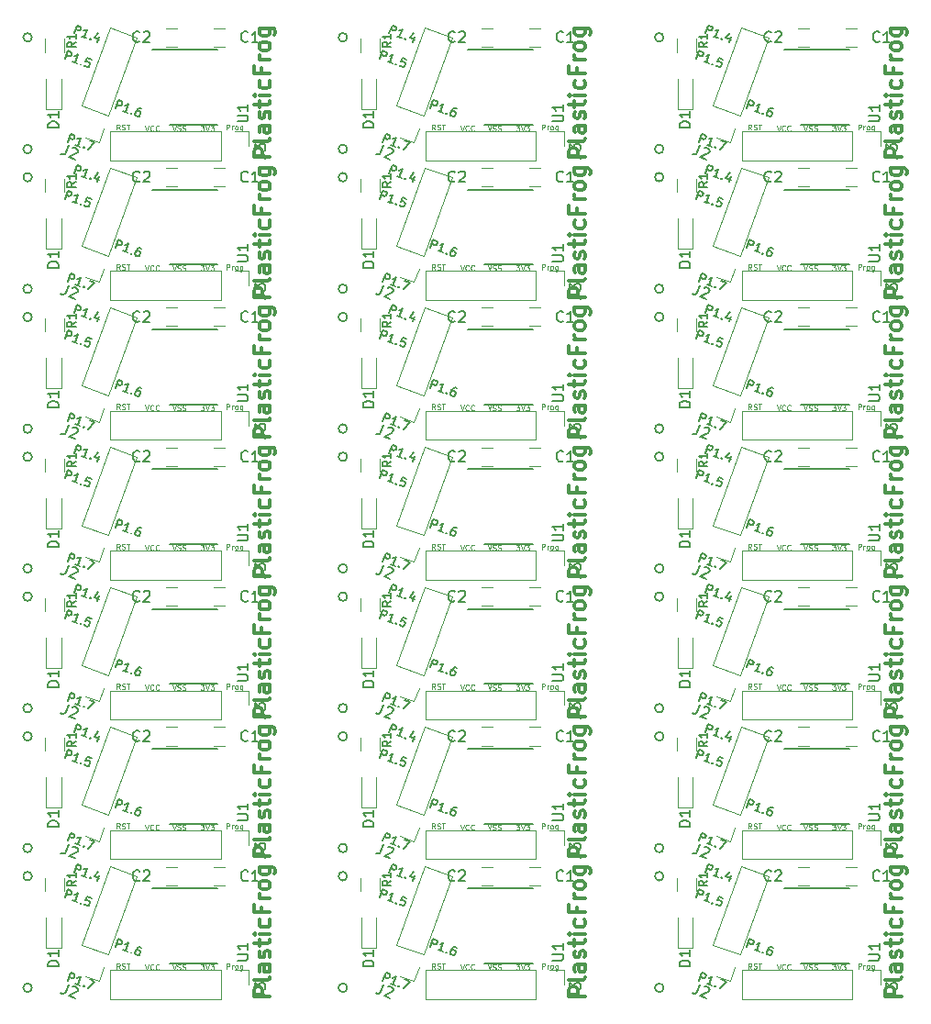
<source format=gbr>
G04 #@! TF.GenerationSoftware,KiCad,Pcbnew,5.0.1*
G04 #@! TF.CreationDate,2019-03-06T23:12:18-06:00*
G04 #@! TF.ProjectId,PlasticFrog,506C617374696346726F672E6B696361,rev?*
G04 #@! TF.SameCoordinates,Original*
G04 #@! TF.FileFunction,Legend,Top*
G04 #@! TF.FilePolarity,Positive*
%FSLAX46Y46*%
G04 Gerber Fmt 4.6, Leading zero omitted, Abs format (unit mm)*
G04 Created by KiCad (PCBNEW 5.0.1) date Wed 06 Mar 2019 11:12:18 PM CST*
%MOMM*%
%LPD*%
G01*
G04 APERTURE LIST*
%ADD10C,0.125000*%
%ADD11C,0.200000*%
%ADD12C,0.300000*%
%ADD13C,0.120000*%
%ADD14C,0.150000*%
G04 APERTURE END LIST*
D10*
X196233333Y-133526190D02*
X196400000Y-134026190D01*
X196566666Y-133526190D01*
X197019047Y-133978571D02*
X196995238Y-134002380D01*
X196923809Y-134026190D01*
X196876190Y-134026190D01*
X196804761Y-134002380D01*
X196757142Y-133954761D01*
X196733333Y-133907142D01*
X196709523Y-133811904D01*
X196709523Y-133740476D01*
X196733333Y-133645238D01*
X196757142Y-133597619D01*
X196804761Y-133550000D01*
X196876190Y-133526190D01*
X196923809Y-133526190D01*
X196995238Y-133550000D01*
X197019047Y-133573809D01*
X197519047Y-133978571D02*
X197495238Y-134002380D01*
X197423809Y-134026190D01*
X197376190Y-134026190D01*
X197304761Y-134002380D01*
X197257142Y-133954761D01*
X197233333Y-133907142D01*
X197209523Y-133811904D01*
X197209523Y-133740476D01*
X197233333Y-133645238D01*
X197257142Y-133597619D01*
X197304761Y-133550000D01*
X197376190Y-133526190D01*
X197423809Y-133526190D01*
X197495238Y-133550000D01*
X197519047Y-133573809D01*
D11*
X193484387Y-131942684D02*
X193758004Y-131190930D01*
X194044386Y-131295165D01*
X194102952Y-131357021D01*
X194125721Y-131405848D01*
X194135460Y-131490473D01*
X194096372Y-131597867D01*
X194034515Y-131656433D01*
X193985688Y-131679201D01*
X193901063Y-131688940D01*
X193614681Y-131584706D01*
X194629918Y-132359623D02*
X194200344Y-132203271D01*
X194415131Y-132281447D02*
X194688747Y-131529693D01*
X194578063Y-131611027D01*
X194480409Y-131656564D01*
X194395784Y-131666303D01*
X194978157Y-132405291D02*
X195000925Y-132454118D01*
X194952098Y-132476887D01*
X194929329Y-132428060D01*
X194978157Y-132405291D01*
X194952098Y-132476887D01*
X195905872Y-131972690D02*
X195762681Y-131920573D01*
X195678056Y-131930312D01*
X195629229Y-131953080D01*
X195518545Y-132034415D01*
X195430630Y-132164577D01*
X195326396Y-132450960D01*
X195336135Y-132535585D01*
X195358903Y-132584412D01*
X195417469Y-132646268D01*
X195560661Y-132698386D01*
X195645286Y-132688646D01*
X195694113Y-132665878D01*
X195755969Y-132607312D01*
X195821116Y-132428323D01*
X195811377Y-132343698D01*
X195788608Y-132294870D01*
X195730042Y-132233014D01*
X195586851Y-132180897D01*
X195502226Y-132190636D01*
X195453399Y-132213404D01*
X195391542Y-132271971D01*
D10*
X193926190Y-69426190D02*
X193759523Y-69188095D01*
X193640476Y-69426190D02*
X193640476Y-68926190D01*
X193830952Y-68926190D01*
X193878571Y-68950000D01*
X193902380Y-68973809D01*
X193926190Y-69021428D01*
X193926190Y-69092857D01*
X193902380Y-69140476D01*
X193878571Y-69164285D01*
X193830952Y-69188095D01*
X193640476Y-69188095D01*
X194116666Y-69402380D02*
X194188095Y-69426190D01*
X194307142Y-69426190D01*
X194354761Y-69402380D01*
X194378571Y-69378571D01*
X194402380Y-69330952D01*
X194402380Y-69283333D01*
X194378571Y-69235714D01*
X194354761Y-69211904D01*
X194307142Y-69188095D01*
X194211904Y-69164285D01*
X194164285Y-69140476D01*
X194140476Y-69116666D01*
X194116666Y-69069047D01*
X194116666Y-69021428D01*
X194140476Y-68973809D01*
X194164285Y-68950000D01*
X194211904Y-68926190D01*
X194330952Y-68926190D01*
X194402380Y-68950000D01*
X194545238Y-68926190D02*
X194830952Y-68926190D01*
X194688095Y-69426190D02*
X194688095Y-68926190D01*
X198757142Y-69026190D02*
X198923809Y-69526190D01*
X199090476Y-69026190D01*
X199233333Y-69502380D02*
X199304761Y-69526190D01*
X199423809Y-69526190D01*
X199471428Y-69502380D01*
X199495238Y-69478571D01*
X199519047Y-69430952D01*
X199519047Y-69383333D01*
X199495238Y-69335714D01*
X199471428Y-69311904D01*
X199423809Y-69288095D01*
X199328571Y-69264285D01*
X199280952Y-69240476D01*
X199257142Y-69216666D01*
X199233333Y-69169047D01*
X199233333Y-69121428D01*
X199257142Y-69073809D01*
X199280952Y-69050000D01*
X199328571Y-69026190D01*
X199447619Y-69026190D01*
X199519047Y-69050000D01*
X199709523Y-69502380D02*
X199780952Y-69526190D01*
X199900000Y-69526190D01*
X199947619Y-69502380D01*
X199971428Y-69478571D01*
X199995238Y-69430952D01*
X199995238Y-69383333D01*
X199971428Y-69335714D01*
X199947619Y-69311904D01*
X199900000Y-69288095D01*
X199804761Y-69264285D01*
X199757142Y-69240476D01*
X199733333Y-69216666D01*
X199709523Y-69169047D01*
X199709523Y-69121428D01*
X199733333Y-69073809D01*
X199757142Y-69050000D01*
X199804761Y-69026190D01*
X199923809Y-69026190D01*
X199995238Y-69050000D01*
D11*
X193484387Y-80342684D02*
X193758004Y-79590930D01*
X194044386Y-79695165D01*
X194102952Y-79757021D01*
X194125721Y-79805848D01*
X194135460Y-79890473D01*
X194096372Y-79997867D01*
X194034515Y-80056433D01*
X193985688Y-80079201D01*
X193901063Y-80088940D01*
X193614681Y-79984706D01*
X194629918Y-80759623D02*
X194200344Y-80603271D01*
X194415131Y-80681447D02*
X194688747Y-79929693D01*
X194578063Y-80011027D01*
X194480409Y-80056564D01*
X194395784Y-80066303D01*
X194978157Y-80805291D02*
X195000925Y-80854118D01*
X194952098Y-80876887D01*
X194929329Y-80828060D01*
X194978157Y-80805291D01*
X194952098Y-80876887D01*
X195905872Y-80372690D02*
X195762681Y-80320573D01*
X195678056Y-80330312D01*
X195629229Y-80353080D01*
X195518545Y-80434415D01*
X195430630Y-80564577D01*
X195326396Y-80850960D01*
X195336135Y-80935585D01*
X195358903Y-80984412D01*
X195417469Y-81046268D01*
X195560661Y-81098386D01*
X195645286Y-81088646D01*
X195694113Y-81065878D01*
X195755969Y-81007312D01*
X195821116Y-80828323D01*
X195811377Y-80743698D01*
X195788608Y-80694870D01*
X195730042Y-80633014D01*
X195586851Y-80580897D01*
X195502226Y-80590636D01*
X195453399Y-80613404D01*
X195391542Y-80671971D01*
D10*
X196233333Y-81926190D02*
X196400000Y-82426190D01*
X196566666Y-81926190D01*
X197019047Y-82378571D02*
X196995238Y-82402380D01*
X196923809Y-82426190D01*
X196876190Y-82426190D01*
X196804761Y-82402380D01*
X196757142Y-82354761D01*
X196733333Y-82307142D01*
X196709523Y-82211904D01*
X196709523Y-82140476D01*
X196733333Y-82045238D01*
X196757142Y-81997619D01*
X196804761Y-81950000D01*
X196876190Y-81926190D01*
X196923809Y-81926190D01*
X196995238Y-81950000D01*
X197019047Y-81973809D01*
X197519047Y-82378571D02*
X197495238Y-82402380D01*
X197423809Y-82426190D01*
X197376190Y-82426190D01*
X197304761Y-82402380D01*
X197257142Y-82354761D01*
X197233333Y-82307142D01*
X197209523Y-82211904D01*
X197209523Y-82140476D01*
X197233333Y-82045238D01*
X197257142Y-81997619D01*
X197304761Y-81950000D01*
X197376190Y-81926190D01*
X197423809Y-81926190D01*
X197495238Y-81950000D01*
X197519047Y-81973809D01*
X193926190Y-95226190D02*
X193759523Y-94988095D01*
X193640476Y-95226190D02*
X193640476Y-94726190D01*
X193830952Y-94726190D01*
X193878571Y-94750000D01*
X193902380Y-94773809D01*
X193926190Y-94821428D01*
X193926190Y-94892857D01*
X193902380Y-94940476D01*
X193878571Y-94964285D01*
X193830952Y-94988095D01*
X193640476Y-94988095D01*
X194116666Y-95202380D02*
X194188095Y-95226190D01*
X194307142Y-95226190D01*
X194354761Y-95202380D01*
X194378571Y-95178571D01*
X194402380Y-95130952D01*
X194402380Y-95083333D01*
X194378571Y-95035714D01*
X194354761Y-95011904D01*
X194307142Y-94988095D01*
X194211904Y-94964285D01*
X194164285Y-94940476D01*
X194140476Y-94916666D01*
X194116666Y-94869047D01*
X194116666Y-94821428D01*
X194140476Y-94773809D01*
X194164285Y-94750000D01*
X194211904Y-94726190D01*
X194330952Y-94726190D01*
X194402380Y-94750000D01*
X194545238Y-94726190D02*
X194830952Y-94726190D01*
X194688095Y-95226190D02*
X194688095Y-94726190D01*
D12*
X207778571Y-84864285D02*
X206278571Y-84864285D01*
X206278571Y-84292857D01*
X206350000Y-84150000D01*
X206421428Y-84078571D01*
X206564285Y-84007142D01*
X206778571Y-84007142D01*
X206921428Y-84078571D01*
X206992857Y-84150000D01*
X207064285Y-84292857D01*
X207064285Y-84864285D01*
X207778571Y-83150000D02*
X207707142Y-83292857D01*
X207564285Y-83364285D01*
X206278571Y-83364285D01*
X207778571Y-81935714D02*
X206992857Y-81935714D01*
X206850000Y-82007142D01*
X206778571Y-82150000D01*
X206778571Y-82435714D01*
X206850000Y-82578571D01*
X207707142Y-81935714D02*
X207778571Y-82078571D01*
X207778571Y-82435714D01*
X207707142Y-82578571D01*
X207564285Y-82650000D01*
X207421428Y-82650000D01*
X207278571Y-82578571D01*
X207207142Y-82435714D01*
X207207142Y-82078571D01*
X207135714Y-81935714D01*
X207707142Y-81292857D02*
X207778571Y-81150000D01*
X207778571Y-80864285D01*
X207707142Y-80721428D01*
X207564285Y-80650000D01*
X207492857Y-80650000D01*
X207350000Y-80721428D01*
X207278571Y-80864285D01*
X207278571Y-81078571D01*
X207207142Y-81221428D01*
X207064285Y-81292857D01*
X206992857Y-81292857D01*
X206850000Y-81221428D01*
X206778571Y-81078571D01*
X206778571Y-80864285D01*
X206850000Y-80721428D01*
X206778571Y-80221428D02*
X206778571Y-79650000D01*
X206278571Y-80007142D02*
X207564285Y-80007142D01*
X207707142Y-79935714D01*
X207778571Y-79792857D01*
X207778571Y-79650000D01*
X207778571Y-79150000D02*
X206778571Y-79150000D01*
X206278571Y-79150000D02*
X206350000Y-79221428D01*
X206421428Y-79150000D01*
X206350000Y-79078571D01*
X206278571Y-79150000D01*
X206421428Y-79150000D01*
X207707142Y-77792857D02*
X207778571Y-77935714D01*
X207778571Y-78221428D01*
X207707142Y-78364285D01*
X207635714Y-78435714D01*
X207492857Y-78507142D01*
X207064285Y-78507142D01*
X206921428Y-78435714D01*
X206850000Y-78364285D01*
X206778571Y-78221428D01*
X206778571Y-77935714D01*
X206850000Y-77792857D01*
X206992857Y-76650000D02*
X206992857Y-77150000D01*
X207778571Y-77150000D02*
X206278571Y-77150000D01*
X206278571Y-76435714D01*
X207778571Y-75864285D02*
X206778571Y-75864285D01*
X207064285Y-75864285D02*
X206921428Y-75792857D01*
X206850000Y-75721428D01*
X206778571Y-75578571D01*
X206778571Y-75435714D01*
X207778571Y-74721428D02*
X207707142Y-74864285D01*
X207635714Y-74935714D01*
X207492857Y-75007142D01*
X207064285Y-75007142D01*
X206921428Y-74935714D01*
X206850000Y-74864285D01*
X206778571Y-74721428D01*
X206778571Y-74507142D01*
X206850000Y-74364285D01*
X206921428Y-74292857D01*
X207064285Y-74221428D01*
X207492857Y-74221428D01*
X207635714Y-74292857D01*
X207707142Y-74364285D01*
X207778571Y-74507142D01*
X207778571Y-74721428D01*
X206778571Y-72935714D02*
X207992857Y-72935714D01*
X208135714Y-73007142D01*
X208207142Y-73078571D01*
X208278571Y-73221428D01*
X208278571Y-73435714D01*
X208207142Y-73578571D01*
X207707142Y-72935714D02*
X207778571Y-73078571D01*
X207778571Y-73364285D01*
X207707142Y-73507142D01*
X207635714Y-73578571D01*
X207492857Y-73650000D01*
X207064285Y-73650000D01*
X206921428Y-73578571D01*
X206850000Y-73507142D01*
X206778571Y-73364285D01*
X206778571Y-73078571D01*
X206850000Y-72935714D01*
D11*
X189084387Y-83442684D02*
X189358004Y-82690930D01*
X189644386Y-82795165D01*
X189702952Y-82857021D01*
X189725721Y-82905848D01*
X189735460Y-82990473D01*
X189696372Y-83097867D01*
X189634515Y-83156433D01*
X189585688Y-83179201D01*
X189501063Y-83188940D01*
X189214681Y-83084706D01*
X190229918Y-83859623D02*
X189800344Y-83703271D01*
X190015131Y-83781447D02*
X190288747Y-83029693D01*
X190178063Y-83111027D01*
X190080409Y-83156564D01*
X189995784Y-83166303D01*
X190578157Y-83905291D02*
X190600925Y-83954118D01*
X190552098Y-83976887D01*
X190529329Y-83928060D01*
X190578157Y-83905291D01*
X190552098Y-83976887D01*
X191112096Y-83329367D02*
X191613266Y-83511778D01*
X191017469Y-84146268D01*
X185800000Y-71200000D02*
G75*
G03X185800000Y-71200000I-400000J0D01*
G01*
D12*
X207778571Y-149364285D02*
X206278571Y-149364285D01*
X206278571Y-148792857D01*
X206350000Y-148650000D01*
X206421428Y-148578571D01*
X206564285Y-148507142D01*
X206778571Y-148507142D01*
X206921428Y-148578571D01*
X206992857Y-148650000D01*
X207064285Y-148792857D01*
X207064285Y-149364285D01*
X207778571Y-147650000D02*
X207707142Y-147792857D01*
X207564285Y-147864285D01*
X206278571Y-147864285D01*
X207778571Y-146435714D02*
X206992857Y-146435714D01*
X206850000Y-146507142D01*
X206778571Y-146650000D01*
X206778571Y-146935714D01*
X206850000Y-147078571D01*
X207707142Y-146435714D02*
X207778571Y-146578571D01*
X207778571Y-146935714D01*
X207707142Y-147078571D01*
X207564285Y-147150000D01*
X207421428Y-147150000D01*
X207278571Y-147078571D01*
X207207142Y-146935714D01*
X207207142Y-146578571D01*
X207135714Y-146435714D01*
X207707142Y-145792857D02*
X207778571Y-145650000D01*
X207778571Y-145364285D01*
X207707142Y-145221428D01*
X207564285Y-145150000D01*
X207492857Y-145150000D01*
X207350000Y-145221428D01*
X207278571Y-145364285D01*
X207278571Y-145578571D01*
X207207142Y-145721428D01*
X207064285Y-145792857D01*
X206992857Y-145792857D01*
X206850000Y-145721428D01*
X206778571Y-145578571D01*
X206778571Y-145364285D01*
X206850000Y-145221428D01*
X206778571Y-144721428D02*
X206778571Y-144150000D01*
X206278571Y-144507142D02*
X207564285Y-144507142D01*
X207707142Y-144435714D01*
X207778571Y-144292857D01*
X207778571Y-144150000D01*
X207778571Y-143650000D02*
X206778571Y-143650000D01*
X206278571Y-143650000D02*
X206350000Y-143721428D01*
X206421428Y-143650000D01*
X206350000Y-143578571D01*
X206278571Y-143650000D01*
X206421428Y-143650000D01*
X207707142Y-142292857D02*
X207778571Y-142435714D01*
X207778571Y-142721428D01*
X207707142Y-142864285D01*
X207635714Y-142935714D01*
X207492857Y-143007142D01*
X207064285Y-143007142D01*
X206921428Y-142935714D01*
X206850000Y-142864285D01*
X206778571Y-142721428D01*
X206778571Y-142435714D01*
X206850000Y-142292857D01*
X206992857Y-141150000D02*
X206992857Y-141650000D01*
X207778571Y-141650000D02*
X206278571Y-141650000D01*
X206278571Y-140935714D01*
X207778571Y-140364285D02*
X206778571Y-140364285D01*
X207064285Y-140364285D02*
X206921428Y-140292857D01*
X206850000Y-140221428D01*
X206778571Y-140078571D01*
X206778571Y-139935714D01*
X207778571Y-139221428D02*
X207707142Y-139364285D01*
X207635714Y-139435714D01*
X207492857Y-139507142D01*
X207064285Y-139507142D01*
X206921428Y-139435714D01*
X206850000Y-139364285D01*
X206778571Y-139221428D01*
X206778571Y-139007142D01*
X206850000Y-138864285D01*
X206921428Y-138792857D01*
X207064285Y-138721428D01*
X207492857Y-138721428D01*
X207635714Y-138792857D01*
X207707142Y-138864285D01*
X207778571Y-139007142D01*
X207778571Y-139221428D01*
X206778571Y-137435714D02*
X207992857Y-137435714D01*
X208135714Y-137507142D01*
X208207142Y-137578571D01*
X208278571Y-137721428D01*
X208278571Y-137935714D01*
X208207142Y-138078571D01*
X207707142Y-137435714D02*
X207778571Y-137578571D01*
X207778571Y-137864285D01*
X207707142Y-138007142D01*
X207635714Y-138078571D01*
X207492857Y-138150000D01*
X207064285Y-138150000D01*
X206921428Y-138078571D01*
X206850000Y-138007142D01*
X206778571Y-137864285D01*
X206778571Y-137578571D01*
X206850000Y-137435714D01*
D10*
X203761904Y-133926190D02*
X203761904Y-133426190D01*
X203952380Y-133426190D01*
X204000000Y-133450000D01*
X204023809Y-133473809D01*
X204047619Y-133521428D01*
X204047619Y-133592857D01*
X204023809Y-133640476D01*
X204000000Y-133664285D01*
X203952380Y-133688095D01*
X203761904Y-133688095D01*
X204261904Y-133926190D02*
X204261904Y-133592857D01*
X204261904Y-133688095D02*
X204285714Y-133640476D01*
X204309523Y-133616666D01*
X204357142Y-133592857D01*
X204404761Y-133592857D01*
X204642857Y-133926190D02*
X204595238Y-133902380D01*
X204571428Y-133878571D01*
X204547619Y-133830952D01*
X204547619Y-133688095D01*
X204571428Y-133640476D01*
X204595238Y-133616666D01*
X204642857Y-133592857D01*
X204714285Y-133592857D01*
X204761904Y-133616666D01*
X204785714Y-133640476D01*
X204809523Y-133688095D01*
X204809523Y-133830952D01*
X204785714Y-133878571D01*
X204761904Y-133902380D01*
X204714285Y-133926190D01*
X204642857Y-133926190D01*
X205238095Y-133592857D02*
X205238095Y-133997619D01*
X205214285Y-134045238D01*
X205190476Y-134069047D01*
X205142857Y-134092857D01*
X205071428Y-134092857D01*
X205023809Y-134069047D01*
X205238095Y-133902380D02*
X205190476Y-133926190D01*
X205095238Y-133926190D01*
X205047619Y-133902380D01*
X205023809Y-133878571D01*
X205000000Y-133830952D01*
X205000000Y-133688095D01*
X205023809Y-133640476D01*
X205047619Y-133616666D01*
X205095238Y-133592857D01*
X205190476Y-133592857D01*
X205238095Y-133616666D01*
X196233333Y-146426190D02*
X196400000Y-146926190D01*
X196566666Y-146426190D01*
X197019047Y-146878571D02*
X196995238Y-146902380D01*
X196923809Y-146926190D01*
X196876190Y-146926190D01*
X196804761Y-146902380D01*
X196757142Y-146854761D01*
X196733333Y-146807142D01*
X196709523Y-146711904D01*
X196709523Y-146640476D01*
X196733333Y-146545238D01*
X196757142Y-146497619D01*
X196804761Y-146450000D01*
X196876190Y-146426190D01*
X196923809Y-146426190D01*
X196995238Y-146450000D01*
X197019047Y-146473809D01*
X197519047Y-146878571D02*
X197495238Y-146902380D01*
X197423809Y-146926190D01*
X197376190Y-146926190D01*
X197304761Y-146902380D01*
X197257142Y-146854761D01*
X197233333Y-146807142D01*
X197209523Y-146711904D01*
X197209523Y-146640476D01*
X197233333Y-146545238D01*
X197257142Y-146497619D01*
X197304761Y-146450000D01*
X197376190Y-146426190D01*
X197423809Y-146426190D01*
X197495238Y-146450000D01*
X197519047Y-146473809D01*
D11*
X185800000Y-112500000D02*
G75*
G03X185800000Y-112500000I-400000J0D01*
G01*
X189084387Y-122142684D02*
X189358004Y-121390930D01*
X189644386Y-121495165D01*
X189702952Y-121557021D01*
X189725721Y-121605848D01*
X189735460Y-121690473D01*
X189696372Y-121797867D01*
X189634515Y-121856433D01*
X189585688Y-121879201D01*
X189501063Y-121888940D01*
X189214681Y-121784706D01*
X190229918Y-122559623D02*
X189800344Y-122403271D01*
X190015131Y-122481447D02*
X190288747Y-121729693D01*
X190178063Y-121811027D01*
X190080409Y-121856564D01*
X189995784Y-121866303D01*
X190578157Y-122605291D02*
X190600925Y-122654118D01*
X190552098Y-122676887D01*
X190529329Y-122628060D01*
X190578157Y-122605291D01*
X190552098Y-122676887D01*
X191112096Y-122029367D02*
X191613266Y-122211778D01*
X191017469Y-122846268D01*
D10*
X196233333Y-94826190D02*
X196400000Y-95326190D01*
X196566666Y-94826190D01*
X197019047Y-95278571D02*
X196995238Y-95302380D01*
X196923809Y-95326190D01*
X196876190Y-95326190D01*
X196804761Y-95302380D01*
X196757142Y-95254761D01*
X196733333Y-95207142D01*
X196709523Y-95111904D01*
X196709523Y-95040476D01*
X196733333Y-94945238D01*
X196757142Y-94897619D01*
X196804761Y-94850000D01*
X196876190Y-94826190D01*
X196923809Y-94826190D01*
X196995238Y-94850000D01*
X197019047Y-94873809D01*
X197519047Y-95278571D02*
X197495238Y-95302380D01*
X197423809Y-95326190D01*
X197376190Y-95326190D01*
X197304761Y-95302380D01*
X197257142Y-95254761D01*
X197233333Y-95207142D01*
X197209523Y-95111904D01*
X197209523Y-95040476D01*
X197233333Y-94945238D01*
X197257142Y-94897619D01*
X197304761Y-94850000D01*
X197376190Y-94826190D01*
X197423809Y-94826190D01*
X197495238Y-94850000D01*
X197519047Y-94873809D01*
D11*
X193484387Y-93242684D02*
X193758004Y-92490930D01*
X194044386Y-92595165D01*
X194102952Y-92657021D01*
X194125721Y-92705848D01*
X194135460Y-92790473D01*
X194096372Y-92897867D01*
X194034515Y-92956433D01*
X193985688Y-92979201D01*
X193901063Y-92988940D01*
X193614681Y-92884706D01*
X194629918Y-93659623D02*
X194200344Y-93503271D01*
X194415131Y-93581447D02*
X194688747Y-92829693D01*
X194578063Y-92911027D01*
X194480409Y-92956564D01*
X194395784Y-92966303D01*
X194978157Y-93705291D02*
X195000925Y-93754118D01*
X194952098Y-93776887D01*
X194929329Y-93728060D01*
X194978157Y-93705291D01*
X194952098Y-93776887D01*
X195905872Y-93272690D02*
X195762681Y-93220573D01*
X195678056Y-93230312D01*
X195629229Y-93253080D01*
X195518545Y-93334415D01*
X195430630Y-93464577D01*
X195326396Y-93750960D01*
X195336135Y-93835585D01*
X195358903Y-93884412D01*
X195417469Y-93946268D01*
X195560661Y-93998386D01*
X195645286Y-93988646D01*
X195694113Y-93965878D01*
X195755969Y-93907312D01*
X195821116Y-93728323D01*
X195811377Y-93643698D01*
X195788608Y-93594870D01*
X195730042Y-93533014D01*
X195586851Y-93480897D01*
X195502226Y-93490636D01*
X195453399Y-93513404D01*
X195391542Y-93571971D01*
D10*
X193926190Y-82326190D02*
X193759523Y-82088095D01*
X193640476Y-82326190D02*
X193640476Y-81826190D01*
X193830952Y-81826190D01*
X193878571Y-81850000D01*
X193902380Y-81873809D01*
X193926190Y-81921428D01*
X193926190Y-81992857D01*
X193902380Y-82040476D01*
X193878571Y-82064285D01*
X193830952Y-82088095D01*
X193640476Y-82088095D01*
X194116666Y-82302380D02*
X194188095Y-82326190D01*
X194307142Y-82326190D01*
X194354761Y-82302380D01*
X194378571Y-82278571D01*
X194402380Y-82230952D01*
X194402380Y-82183333D01*
X194378571Y-82135714D01*
X194354761Y-82111904D01*
X194307142Y-82088095D01*
X194211904Y-82064285D01*
X194164285Y-82040476D01*
X194140476Y-82016666D01*
X194116666Y-81969047D01*
X194116666Y-81921428D01*
X194140476Y-81873809D01*
X194164285Y-81850000D01*
X194211904Y-81826190D01*
X194330952Y-81826190D01*
X194402380Y-81850000D01*
X194545238Y-81826190D02*
X194830952Y-81826190D01*
X194688095Y-82326190D02*
X194688095Y-81826190D01*
X198757142Y-120626190D02*
X198923809Y-121126190D01*
X199090476Y-120626190D01*
X199233333Y-121102380D02*
X199304761Y-121126190D01*
X199423809Y-121126190D01*
X199471428Y-121102380D01*
X199495238Y-121078571D01*
X199519047Y-121030952D01*
X199519047Y-120983333D01*
X199495238Y-120935714D01*
X199471428Y-120911904D01*
X199423809Y-120888095D01*
X199328571Y-120864285D01*
X199280952Y-120840476D01*
X199257142Y-120816666D01*
X199233333Y-120769047D01*
X199233333Y-120721428D01*
X199257142Y-120673809D01*
X199280952Y-120650000D01*
X199328571Y-120626190D01*
X199447619Y-120626190D01*
X199519047Y-120650000D01*
X199709523Y-121102380D02*
X199780952Y-121126190D01*
X199900000Y-121126190D01*
X199947619Y-121102380D01*
X199971428Y-121078571D01*
X199995238Y-121030952D01*
X199995238Y-120983333D01*
X199971428Y-120935714D01*
X199947619Y-120911904D01*
X199900000Y-120888095D01*
X199804761Y-120864285D01*
X199757142Y-120840476D01*
X199733333Y-120816666D01*
X199709523Y-120769047D01*
X199709523Y-120721428D01*
X199733333Y-120673809D01*
X199757142Y-120650000D01*
X199804761Y-120626190D01*
X199923809Y-120626190D01*
X199995238Y-120650000D01*
D11*
X188823801Y-114484899D02*
X189097418Y-113733145D01*
X189383800Y-113837380D01*
X189442366Y-113899236D01*
X189465135Y-113948063D01*
X189474874Y-114032688D01*
X189435786Y-114140082D01*
X189373929Y-114198648D01*
X189325102Y-114221416D01*
X189240477Y-114231155D01*
X188954095Y-114126921D01*
X189969332Y-114901838D02*
X189539758Y-114745486D01*
X189754545Y-114823662D02*
X190028161Y-114071908D01*
X189917477Y-114153242D01*
X189819823Y-114198779D01*
X189735198Y-114208518D01*
X190317571Y-114947506D02*
X190340339Y-114996333D01*
X190291512Y-115019102D01*
X190268743Y-114970275D01*
X190317571Y-114947506D01*
X190291512Y-115019102D01*
X191281084Y-114527934D02*
X190923106Y-114397641D01*
X190757015Y-114742590D01*
X190805842Y-114719821D01*
X190890467Y-114710082D01*
X191069456Y-114775229D01*
X191128022Y-114837085D01*
X191150791Y-114885913D01*
X191160530Y-114970538D01*
X191095383Y-115149527D01*
X191033527Y-115208093D01*
X190984700Y-115230861D01*
X190900075Y-115240601D01*
X190721086Y-115175454D01*
X190662519Y-115113597D01*
X190639751Y-115064770D01*
X185800000Y-60900000D02*
G75*
G03X185800000Y-60900000I-400000J0D01*
G01*
D10*
X203761904Y-95226190D02*
X203761904Y-94726190D01*
X203952380Y-94726190D01*
X204000000Y-94750000D01*
X204023809Y-94773809D01*
X204047619Y-94821428D01*
X204047619Y-94892857D01*
X204023809Y-94940476D01*
X204000000Y-94964285D01*
X203952380Y-94988095D01*
X203761904Y-94988095D01*
X204261904Y-95226190D02*
X204261904Y-94892857D01*
X204261904Y-94988095D02*
X204285714Y-94940476D01*
X204309523Y-94916666D01*
X204357142Y-94892857D01*
X204404761Y-94892857D01*
X204642857Y-95226190D02*
X204595238Y-95202380D01*
X204571428Y-95178571D01*
X204547619Y-95130952D01*
X204547619Y-94988095D01*
X204571428Y-94940476D01*
X204595238Y-94916666D01*
X204642857Y-94892857D01*
X204714285Y-94892857D01*
X204761904Y-94916666D01*
X204785714Y-94940476D01*
X204809523Y-94988095D01*
X204809523Y-95130952D01*
X204785714Y-95178571D01*
X204761904Y-95202380D01*
X204714285Y-95226190D01*
X204642857Y-95226190D01*
X205238095Y-94892857D02*
X205238095Y-95297619D01*
X205214285Y-95345238D01*
X205190476Y-95369047D01*
X205142857Y-95392857D01*
X205071428Y-95392857D01*
X205023809Y-95369047D01*
X205238095Y-95202380D02*
X205190476Y-95226190D01*
X205095238Y-95226190D01*
X205047619Y-95202380D01*
X205023809Y-95178571D01*
X205000000Y-95130952D01*
X205000000Y-94988095D01*
X205023809Y-94940476D01*
X205047619Y-94916666D01*
X205095238Y-94892857D01*
X205190476Y-94892857D01*
X205238095Y-94916666D01*
D11*
X185800000Y-148600000D02*
G75*
G03X185800000Y-148600000I-400000J0D01*
G01*
X188823801Y-140284899D02*
X189097418Y-139533145D01*
X189383800Y-139637380D01*
X189442366Y-139699236D01*
X189465135Y-139748063D01*
X189474874Y-139832688D01*
X189435786Y-139940082D01*
X189373929Y-139998648D01*
X189325102Y-140021416D01*
X189240477Y-140031155D01*
X188954095Y-139926921D01*
X189969332Y-140701838D02*
X189539758Y-140545486D01*
X189754545Y-140623662D02*
X190028161Y-139871908D01*
X189917477Y-139953242D01*
X189819823Y-139998779D01*
X189735198Y-140008518D01*
X190317571Y-140747506D02*
X190340339Y-140796333D01*
X190291512Y-140819102D01*
X190268743Y-140770275D01*
X190317571Y-140747506D01*
X190291512Y-140819102D01*
X191281084Y-140327934D02*
X190923106Y-140197641D01*
X190757015Y-140542590D01*
X190805842Y-140519821D01*
X190890467Y-140510082D01*
X191069456Y-140575229D01*
X191128022Y-140637085D01*
X191150791Y-140685913D01*
X191160530Y-140770538D01*
X191095383Y-140949527D01*
X191033527Y-141008093D01*
X190984700Y-141030861D01*
X190900075Y-141040601D01*
X190721086Y-140975454D01*
X190662519Y-140913597D01*
X190639751Y-140864770D01*
D10*
X198757142Y-81926190D02*
X198923809Y-82426190D01*
X199090476Y-81926190D01*
X199233333Y-82402380D02*
X199304761Y-82426190D01*
X199423809Y-82426190D01*
X199471428Y-82402380D01*
X199495238Y-82378571D01*
X199519047Y-82330952D01*
X199519047Y-82283333D01*
X199495238Y-82235714D01*
X199471428Y-82211904D01*
X199423809Y-82188095D01*
X199328571Y-82164285D01*
X199280952Y-82140476D01*
X199257142Y-82116666D01*
X199233333Y-82069047D01*
X199233333Y-82021428D01*
X199257142Y-81973809D01*
X199280952Y-81950000D01*
X199328571Y-81926190D01*
X199447619Y-81926190D01*
X199519047Y-81950000D01*
X199709523Y-82402380D02*
X199780952Y-82426190D01*
X199900000Y-82426190D01*
X199947619Y-82402380D01*
X199971428Y-82378571D01*
X199995238Y-82330952D01*
X199995238Y-82283333D01*
X199971428Y-82235714D01*
X199947619Y-82211904D01*
X199900000Y-82188095D01*
X199804761Y-82164285D01*
X199757142Y-82140476D01*
X199733333Y-82116666D01*
X199709523Y-82069047D01*
X199709523Y-82021428D01*
X199733333Y-81973809D01*
X199757142Y-81950000D01*
X199804761Y-81926190D01*
X199923809Y-81926190D01*
X199995238Y-81950000D01*
D11*
X188823801Y-75784899D02*
X189097418Y-75033145D01*
X189383800Y-75137380D01*
X189442366Y-75199236D01*
X189465135Y-75248063D01*
X189474874Y-75332688D01*
X189435786Y-75440082D01*
X189373929Y-75498648D01*
X189325102Y-75521416D01*
X189240477Y-75531155D01*
X188954095Y-75426921D01*
X189969332Y-76201838D02*
X189539758Y-76045486D01*
X189754545Y-76123662D02*
X190028161Y-75371908D01*
X189917477Y-75453242D01*
X189819823Y-75498779D01*
X189735198Y-75508518D01*
X190317571Y-76247506D02*
X190340339Y-76296333D01*
X190291512Y-76319102D01*
X190268743Y-76270275D01*
X190317571Y-76247506D01*
X190291512Y-76319102D01*
X191281084Y-75827934D02*
X190923106Y-75697641D01*
X190757015Y-76042590D01*
X190805842Y-76019821D01*
X190890467Y-76010082D01*
X191069456Y-76075229D01*
X191128022Y-76137085D01*
X191150791Y-76185913D01*
X191160530Y-76270538D01*
X191095383Y-76449527D01*
X191033527Y-76508093D01*
X190984700Y-76530861D01*
X190900075Y-76540601D01*
X190721086Y-76475454D01*
X190662519Y-76413597D01*
X190639751Y-76364770D01*
D10*
X198757142Y-107726190D02*
X198923809Y-108226190D01*
X199090476Y-107726190D01*
X199233333Y-108202380D02*
X199304761Y-108226190D01*
X199423809Y-108226190D01*
X199471428Y-108202380D01*
X199495238Y-108178571D01*
X199519047Y-108130952D01*
X199519047Y-108083333D01*
X199495238Y-108035714D01*
X199471428Y-108011904D01*
X199423809Y-107988095D01*
X199328571Y-107964285D01*
X199280952Y-107940476D01*
X199257142Y-107916666D01*
X199233333Y-107869047D01*
X199233333Y-107821428D01*
X199257142Y-107773809D01*
X199280952Y-107750000D01*
X199328571Y-107726190D01*
X199447619Y-107726190D01*
X199519047Y-107750000D01*
X199709523Y-108202380D02*
X199780952Y-108226190D01*
X199900000Y-108226190D01*
X199947619Y-108202380D01*
X199971428Y-108178571D01*
X199995238Y-108130952D01*
X199995238Y-108083333D01*
X199971428Y-108035714D01*
X199947619Y-108011904D01*
X199900000Y-107988095D01*
X199804761Y-107964285D01*
X199757142Y-107940476D01*
X199733333Y-107916666D01*
X199709523Y-107869047D01*
X199709523Y-107821428D01*
X199733333Y-107773809D01*
X199757142Y-107750000D01*
X199804761Y-107726190D01*
X199923809Y-107726190D01*
X199995238Y-107750000D01*
D11*
X185800000Y-97000000D02*
G75*
G03X185800000Y-97000000I-400000J0D01*
G01*
X185800000Y-99600000D02*
G75*
G03X185800000Y-99600000I-400000J0D01*
G01*
X189084387Y-70542684D02*
X189358004Y-69790930D01*
X189644386Y-69895165D01*
X189702952Y-69957021D01*
X189725721Y-70005848D01*
X189735460Y-70090473D01*
X189696372Y-70197867D01*
X189634515Y-70256433D01*
X189585688Y-70279201D01*
X189501063Y-70288940D01*
X189214681Y-70184706D01*
X190229918Y-70959623D02*
X189800344Y-70803271D01*
X190015131Y-70881447D02*
X190288747Y-70129693D01*
X190178063Y-70211027D01*
X190080409Y-70256564D01*
X189995784Y-70266303D01*
X190578157Y-71005291D02*
X190600925Y-71054118D01*
X190552098Y-71076887D01*
X190529329Y-71028060D01*
X190578157Y-71005291D01*
X190552098Y-71076887D01*
X191112096Y-70429367D02*
X191613266Y-70611778D01*
X191017469Y-71246268D01*
X189684387Y-86342684D02*
X189958004Y-85590930D01*
X190244386Y-85695165D01*
X190302952Y-85757021D01*
X190325721Y-85805848D01*
X190335460Y-85890473D01*
X190296372Y-85997867D01*
X190234515Y-86056433D01*
X190185688Y-86079201D01*
X190101063Y-86088940D01*
X189814681Y-85984706D01*
X190829918Y-86759623D02*
X190400344Y-86603271D01*
X190615131Y-86681447D02*
X190888747Y-85929693D01*
X190778063Y-86011027D01*
X190680409Y-86056564D01*
X190595784Y-86066303D01*
X191178157Y-86805291D02*
X191200925Y-86854118D01*
X191152098Y-86876887D01*
X191129329Y-86828060D01*
X191178157Y-86805291D01*
X191152098Y-86876887D01*
X192014667Y-86623275D02*
X191832256Y-87124444D01*
X191939913Y-86271746D02*
X191565484Y-86743566D01*
X192030855Y-86912948D01*
D10*
X203761904Y-69426190D02*
X203761904Y-68926190D01*
X203952380Y-68926190D01*
X204000000Y-68950000D01*
X204023809Y-68973809D01*
X204047619Y-69021428D01*
X204047619Y-69092857D01*
X204023809Y-69140476D01*
X204000000Y-69164285D01*
X203952380Y-69188095D01*
X203761904Y-69188095D01*
X204261904Y-69426190D02*
X204261904Y-69092857D01*
X204261904Y-69188095D02*
X204285714Y-69140476D01*
X204309523Y-69116666D01*
X204357142Y-69092857D01*
X204404761Y-69092857D01*
X204642857Y-69426190D02*
X204595238Y-69402380D01*
X204571428Y-69378571D01*
X204547619Y-69330952D01*
X204547619Y-69188095D01*
X204571428Y-69140476D01*
X204595238Y-69116666D01*
X204642857Y-69092857D01*
X204714285Y-69092857D01*
X204761904Y-69116666D01*
X204785714Y-69140476D01*
X204809523Y-69188095D01*
X204809523Y-69330952D01*
X204785714Y-69378571D01*
X204761904Y-69402380D01*
X204714285Y-69426190D01*
X204642857Y-69426190D01*
X205238095Y-69092857D02*
X205238095Y-69497619D01*
X205214285Y-69545238D01*
X205190476Y-69569047D01*
X205142857Y-69592857D01*
X205071428Y-69592857D01*
X205023809Y-69569047D01*
X205238095Y-69402380D02*
X205190476Y-69426190D01*
X205095238Y-69426190D01*
X205047619Y-69402380D01*
X205023809Y-69378571D01*
X205000000Y-69330952D01*
X205000000Y-69188095D01*
X205023809Y-69140476D01*
X205047619Y-69116666D01*
X205095238Y-69092857D01*
X205190476Y-69092857D01*
X205238095Y-69116666D01*
D11*
X185800000Y-122800000D02*
G75*
G03X185800000Y-122800000I-400000J0D01*
G01*
D10*
X201380952Y-69026190D02*
X201690476Y-69026190D01*
X201523809Y-69216666D01*
X201595238Y-69216666D01*
X201642857Y-69240476D01*
X201666666Y-69264285D01*
X201690476Y-69311904D01*
X201690476Y-69430952D01*
X201666666Y-69478571D01*
X201642857Y-69502380D01*
X201595238Y-69526190D01*
X201452380Y-69526190D01*
X201404761Y-69502380D01*
X201380952Y-69478571D01*
X201833333Y-69026190D02*
X202000000Y-69526190D01*
X202166666Y-69026190D01*
X202285714Y-69026190D02*
X202595238Y-69026190D01*
X202428571Y-69216666D01*
X202500000Y-69216666D01*
X202547619Y-69240476D01*
X202571428Y-69264285D01*
X202595238Y-69311904D01*
X202595238Y-69430952D01*
X202571428Y-69478571D01*
X202547619Y-69502380D01*
X202500000Y-69526190D01*
X202357142Y-69526190D01*
X202309523Y-69502380D01*
X202285714Y-69478571D01*
D12*
X207778571Y-71964285D02*
X206278571Y-71964285D01*
X206278571Y-71392857D01*
X206350000Y-71250000D01*
X206421428Y-71178571D01*
X206564285Y-71107142D01*
X206778571Y-71107142D01*
X206921428Y-71178571D01*
X206992857Y-71250000D01*
X207064285Y-71392857D01*
X207064285Y-71964285D01*
X207778571Y-70250000D02*
X207707142Y-70392857D01*
X207564285Y-70464285D01*
X206278571Y-70464285D01*
X207778571Y-69035714D02*
X206992857Y-69035714D01*
X206850000Y-69107142D01*
X206778571Y-69250000D01*
X206778571Y-69535714D01*
X206850000Y-69678571D01*
X207707142Y-69035714D02*
X207778571Y-69178571D01*
X207778571Y-69535714D01*
X207707142Y-69678571D01*
X207564285Y-69750000D01*
X207421428Y-69750000D01*
X207278571Y-69678571D01*
X207207142Y-69535714D01*
X207207142Y-69178571D01*
X207135714Y-69035714D01*
X207707142Y-68392857D02*
X207778571Y-68250000D01*
X207778571Y-67964285D01*
X207707142Y-67821428D01*
X207564285Y-67750000D01*
X207492857Y-67750000D01*
X207350000Y-67821428D01*
X207278571Y-67964285D01*
X207278571Y-68178571D01*
X207207142Y-68321428D01*
X207064285Y-68392857D01*
X206992857Y-68392857D01*
X206850000Y-68321428D01*
X206778571Y-68178571D01*
X206778571Y-67964285D01*
X206850000Y-67821428D01*
X206778571Y-67321428D02*
X206778571Y-66750000D01*
X206278571Y-67107142D02*
X207564285Y-67107142D01*
X207707142Y-67035714D01*
X207778571Y-66892857D01*
X207778571Y-66750000D01*
X207778571Y-66250000D02*
X206778571Y-66250000D01*
X206278571Y-66250000D02*
X206350000Y-66321428D01*
X206421428Y-66250000D01*
X206350000Y-66178571D01*
X206278571Y-66250000D01*
X206421428Y-66250000D01*
X207707142Y-64892857D02*
X207778571Y-65035714D01*
X207778571Y-65321428D01*
X207707142Y-65464285D01*
X207635714Y-65535714D01*
X207492857Y-65607142D01*
X207064285Y-65607142D01*
X206921428Y-65535714D01*
X206850000Y-65464285D01*
X206778571Y-65321428D01*
X206778571Y-65035714D01*
X206850000Y-64892857D01*
X206992857Y-63750000D02*
X206992857Y-64250000D01*
X207778571Y-64250000D02*
X206278571Y-64250000D01*
X206278571Y-63535714D01*
X207778571Y-62964285D02*
X206778571Y-62964285D01*
X207064285Y-62964285D02*
X206921428Y-62892857D01*
X206850000Y-62821428D01*
X206778571Y-62678571D01*
X206778571Y-62535714D01*
X207778571Y-61821428D02*
X207707142Y-61964285D01*
X207635714Y-62035714D01*
X207492857Y-62107142D01*
X207064285Y-62107142D01*
X206921428Y-62035714D01*
X206850000Y-61964285D01*
X206778571Y-61821428D01*
X206778571Y-61607142D01*
X206850000Y-61464285D01*
X206921428Y-61392857D01*
X207064285Y-61321428D01*
X207492857Y-61321428D01*
X207635714Y-61392857D01*
X207707142Y-61464285D01*
X207778571Y-61607142D01*
X207778571Y-61821428D01*
X206778571Y-60035714D02*
X207992857Y-60035714D01*
X208135714Y-60107142D01*
X208207142Y-60178571D01*
X208278571Y-60321428D01*
X208278571Y-60535714D01*
X208207142Y-60678571D01*
X207707142Y-60035714D02*
X207778571Y-60178571D01*
X207778571Y-60464285D01*
X207707142Y-60607142D01*
X207635714Y-60678571D01*
X207492857Y-60750000D01*
X207064285Y-60750000D01*
X206921428Y-60678571D01*
X206850000Y-60607142D01*
X206778571Y-60464285D01*
X206778571Y-60178571D01*
X206850000Y-60035714D01*
D11*
X189684387Y-112142684D02*
X189958004Y-111390930D01*
X190244386Y-111495165D01*
X190302952Y-111557021D01*
X190325721Y-111605848D01*
X190335460Y-111690473D01*
X190296372Y-111797867D01*
X190234515Y-111856433D01*
X190185688Y-111879201D01*
X190101063Y-111888940D01*
X189814681Y-111784706D01*
X190829918Y-112559623D02*
X190400344Y-112403271D01*
X190615131Y-112481447D02*
X190888747Y-111729693D01*
X190778063Y-111811027D01*
X190680409Y-111856564D01*
X190595784Y-111866303D01*
X191178157Y-112605291D02*
X191200925Y-112654118D01*
X191152098Y-112676887D01*
X191129329Y-112628060D01*
X191178157Y-112605291D01*
X191152098Y-112676887D01*
X192014667Y-112423275D02*
X191832256Y-112924444D01*
X191939913Y-112071746D02*
X191565484Y-112543566D01*
X192030855Y-112712948D01*
D12*
X207778571Y-110664285D02*
X206278571Y-110664285D01*
X206278571Y-110092857D01*
X206350000Y-109950000D01*
X206421428Y-109878571D01*
X206564285Y-109807142D01*
X206778571Y-109807142D01*
X206921428Y-109878571D01*
X206992857Y-109950000D01*
X207064285Y-110092857D01*
X207064285Y-110664285D01*
X207778571Y-108950000D02*
X207707142Y-109092857D01*
X207564285Y-109164285D01*
X206278571Y-109164285D01*
X207778571Y-107735714D02*
X206992857Y-107735714D01*
X206850000Y-107807142D01*
X206778571Y-107950000D01*
X206778571Y-108235714D01*
X206850000Y-108378571D01*
X207707142Y-107735714D02*
X207778571Y-107878571D01*
X207778571Y-108235714D01*
X207707142Y-108378571D01*
X207564285Y-108450000D01*
X207421428Y-108450000D01*
X207278571Y-108378571D01*
X207207142Y-108235714D01*
X207207142Y-107878571D01*
X207135714Y-107735714D01*
X207707142Y-107092857D02*
X207778571Y-106950000D01*
X207778571Y-106664285D01*
X207707142Y-106521428D01*
X207564285Y-106450000D01*
X207492857Y-106450000D01*
X207350000Y-106521428D01*
X207278571Y-106664285D01*
X207278571Y-106878571D01*
X207207142Y-107021428D01*
X207064285Y-107092857D01*
X206992857Y-107092857D01*
X206850000Y-107021428D01*
X206778571Y-106878571D01*
X206778571Y-106664285D01*
X206850000Y-106521428D01*
X206778571Y-106021428D02*
X206778571Y-105450000D01*
X206278571Y-105807142D02*
X207564285Y-105807142D01*
X207707142Y-105735714D01*
X207778571Y-105592857D01*
X207778571Y-105450000D01*
X207778571Y-104950000D02*
X206778571Y-104950000D01*
X206278571Y-104950000D02*
X206350000Y-105021428D01*
X206421428Y-104950000D01*
X206350000Y-104878571D01*
X206278571Y-104950000D01*
X206421428Y-104950000D01*
X207707142Y-103592857D02*
X207778571Y-103735714D01*
X207778571Y-104021428D01*
X207707142Y-104164285D01*
X207635714Y-104235714D01*
X207492857Y-104307142D01*
X207064285Y-104307142D01*
X206921428Y-104235714D01*
X206850000Y-104164285D01*
X206778571Y-104021428D01*
X206778571Y-103735714D01*
X206850000Y-103592857D01*
X206992857Y-102450000D02*
X206992857Y-102950000D01*
X207778571Y-102950000D02*
X206278571Y-102950000D01*
X206278571Y-102235714D01*
X207778571Y-101664285D02*
X206778571Y-101664285D01*
X207064285Y-101664285D02*
X206921428Y-101592857D01*
X206850000Y-101521428D01*
X206778571Y-101378571D01*
X206778571Y-101235714D01*
X207778571Y-100521428D02*
X207707142Y-100664285D01*
X207635714Y-100735714D01*
X207492857Y-100807142D01*
X207064285Y-100807142D01*
X206921428Y-100735714D01*
X206850000Y-100664285D01*
X206778571Y-100521428D01*
X206778571Y-100307142D01*
X206850000Y-100164285D01*
X206921428Y-100092857D01*
X207064285Y-100021428D01*
X207492857Y-100021428D01*
X207635714Y-100092857D01*
X207707142Y-100164285D01*
X207778571Y-100307142D01*
X207778571Y-100521428D01*
X206778571Y-98735714D02*
X207992857Y-98735714D01*
X208135714Y-98807142D01*
X208207142Y-98878571D01*
X208278571Y-99021428D01*
X208278571Y-99235714D01*
X208207142Y-99378571D01*
X207707142Y-98735714D02*
X207778571Y-98878571D01*
X207778571Y-99164285D01*
X207707142Y-99307142D01*
X207635714Y-99378571D01*
X207492857Y-99450000D01*
X207064285Y-99450000D01*
X206921428Y-99378571D01*
X206850000Y-99307142D01*
X206778571Y-99164285D01*
X206778571Y-98878571D01*
X206850000Y-98735714D01*
D11*
X185800000Y-138300000D02*
G75*
G03X185800000Y-138300000I-400000J0D01*
G01*
D10*
X201380952Y-94826190D02*
X201690476Y-94826190D01*
X201523809Y-95016666D01*
X201595238Y-95016666D01*
X201642857Y-95040476D01*
X201666666Y-95064285D01*
X201690476Y-95111904D01*
X201690476Y-95230952D01*
X201666666Y-95278571D01*
X201642857Y-95302380D01*
X201595238Y-95326190D01*
X201452380Y-95326190D01*
X201404761Y-95302380D01*
X201380952Y-95278571D01*
X201833333Y-94826190D02*
X202000000Y-95326190D01*
X202166666Y-94826190D01*
X202285714Y-94826190D02*
X202595238Y-94826190D01*
X202428571Y-95016666D01*
X202500000Y-95016666D01*
X202547619Y-95040476D01*
X202571428Y-95064285D01*
X202595238Y-95111904D01*
X202595238Y-95230952D01*
X202571428Y-95278571D01*
X202547619Y-95302380D01*
X202500000Y-95326190D01*
X202357142Y-95326190D01*
X202309523Y-95302380D01*
X202285714Y-95278571D01*
D11*
X188823801Y-88684899D02*
X189097418Y-87933145D01*
X189383800Y-88037380D01*
X189442366Y-88099236D01*
X189465135Y-88148063D01*
X189474874Y-88232688D01*
X189435786Y-88340082D01*
X189373929Y-88398648D01*
X189325102Y-88421416D01*
X189240477Y-88431155D01*
X188954095Y-88326921D01*
X189969332Y-89101838D02*
X189539758Y-88945486D01*
X189754545Y-89023662D02*
X190028161Y-88271908D01*
X189917477Y-88353242D01*
X189819823Y-88398779D01*
X189735198Y-88408518D01*
X190317571Y-89147506D02*
X190340339Y-89196333D01*
X190291512Y-89219102D01*
X190268743Y-89170275D01*
X190317571Y-89147506D01*
X190291512Y-89219102D01*
X191281084Y-88727934D02*
X190923106Y-88597641D01*
X190757015Y-88942590D01*
X190805842Y-88919821D01*
X190890467Y-88910082D01*
X191069456Y-88975229D01*
X191128022Y-89037085D01*
X191150791Y-89085913D01*
X191160530Y-89170538D01*
X191095383Y-89349527D01*
X191033527Y-89408093D01*
X190984700Y-89430861D01*
X190900075Y-89440601D01*
X190721086Y-89375454D01*
X190662519Y-89313597D01*
X190639751Y-89264770D01*
D10*
X198757142Y-146426190D02*
X198923809Y-146926190D01*
X199090476Y-146426190D01*
X199233333Y-146902380D02*
X199304761Y-146926190D01*
X199423809Y-146926190D01*
X199471428Y-146902380D01*
X199495238Y-146878571D01*
X199519047Y-146830952D01*
X199519047Y-146783333D01*
X199495238Y-146735714D01*
X199471428Y-146711904D01*
X199423809Y-146688095D01*
X199328571Y-146664285D01*
X199280952Y-146640476D01*
X199257142Y-146616666D01*
X199233333Y-146569047D01*
X199233333Y-146521428D01*
X199257142Y-146473809D01*
X199280952Y-146450000D01*
X199328571Y-146426190D01*
X199447619Y-146426190D01*
X199519047Y-146450000D01*
X199709523Y-146902380D02*
X199780952Y-146926190D01*
X199900000Y-146926190D01*
X199947619Y-146902380D01*
X199971428Y-146878571D01*
X199995238Y-146830952D01*
X199995238Y-146783333D01*
X199971428Y-146735714D01*
X199947619Y-146711904D01*
X199900000Y-146688095D01*
X199804761Y-146664285D01*
X199757142Y-146640476D01*
X199733333Y-146616666D01*
X199709523Y-146569047D01*
X199709523Y-146521428D01*
X199733333Y-146473809D01*
X199757142Y-146450000D01*
X199804761Y-146426190D01*
X199923809Y-146426190D01*
X199995238Y-146450000D01*
D11*
X188823801Y-127384899D02*
X189097418Y-126633145D01*
X189383800Y-126737380D01*
X189442366Y-126799236D01*
X189465135Y-126848063D01*
X189474874Y-126932688D01*
X189435786Y-127040082D01*
X189373929Y-127098648D01*
X189325102Y-127121416D01*
X189240477Y-127131155D01*
X188954095Y-127026921D01*
X189969332Y-127801838D02*
X189539758Y-127645486D01*
X189754545Y-127723662D02*
X190028161Y-126971908D01*
X189917477Y-127053242D01*
X189819823Y-127098779D01*
X189735198Y-127108518D01*
X190317571Y-127847506D02*
X190340339Y-127896333D01*
X190291512Y-127919102D01*
X190268743Y-127870275D01*
X190317571Y-127847506D01*
X190291512Y-127919102D01*
X191281084Y-127427934D02*
X190923106Y-127297641D01*
X190757015Y-127642590D01*
X190805842Y-127619821D01*
X190890467Y-127610082D01*
X191069456Y-127675229D01*
X191128022Y-127737085D01*
X191150791Y-127785913D01*
X191160530Y-127870538D01*
X191095383Y-128049527D01*
X191033527Y-128108093D01*
X190984700Y-128130861D01*
X190900075Y-128140601D01*
X190721086Y-128075454D01*
X190662519Y-128013597D01*
X190639751Y-127964770D01*
D10*
X196233333Y-107726190D02*
X196400000Y-108226190D01*
X196566666Y-107726190D01*
X197019047Y-108178571D02*
X196995238Y-108202380D01*
X196923809Y-108226190D01*
X196876190Y-108226190D01*
X196804761Y-108202380D01*
X196757142Y-108154761D01*
X196733333Y-108107142D01*
X196709523Y-108011904D01*
X196709523Y-107940476D01*
X196733333Y-107845238D01*
X196757142Y-107797619D01*
X196804761Y-107750000D01*
X196876190Y-107726190D01*
X196923809Y-107726190D01*
X196995238Y-107750000D01*
X197019047Y-107773809D01*
X197519047Y-108178571D02*
X197495238Y-108202380D01*
X197423809Y-108226190D01*
X197376190Y-108226190D01*
X197304761Y-108202380D01*
X197257142Y-108154761D01*
X197233333Y-108107142D01*
X197209523Y-108011904D01*
X197209523Y-107940476D01*
X197233333Y-107845238D01*
X197257142Y-107797619D01*
X197304761Y-107750000D01*
X197376190Y-107726190D01*
X197423809Y-107726190D01*
X197495238Y-107750000D01*
X197519047Y-107773809D01*
X193926190Y-146826190D02*
X193759523Y-146588095D01*
X193640476Y-146826190D02*
X193640476Y-146326190D01*
X193830952Y-146326190D01*
X193878571Y-146350000D01*
X193902380Y-146373809D01*
X193926190Y-146421428D01*
X193926190Y-146492857D01*
X193902380Y-146540476D01*
X193878571Y-146564285D01*
X193830952Y-146588095D01*
X193640476Y-146588095D01*
X194116666Y-146802380D02*
X194188095Y-146826190D01*
X194307142Y-146826190D01*
X194354761Y-146802380D01*
X194378571Y-146778571D01*
X194402380Y-146730952D01*
X194402380Y-146683333D01*
X194378571Y-146635714D01*
X194354761Y-146611904D01*
X194307142Y-146588095D01*
X194211904Y-146564285D01*
X194164285Y-146540476D01*
X194140476Y-146516666D01*
X194116666Y-146469047D01*
X194116666Y-146421428D01*
X194140476Y-146373809D01*
X194164285Y-146350000D01*
X194211904Y-146326190D01*
X194330952Y-146326190D01*
X194402380Y-146350000D01*
X194545238Y-146326190D02*
X194830952Y-146326190D01*
X194688095Y-146826190D02*
X194688095Y-146326190D01*
D11*
X189684387Y-73442684D02*
X189958004Y-72690930D01*
X190244386Y-72795165D01*
X190302952Y-72857021D01*
X190325721Y-72905848D01*
X190335460Y-72990473D01*
X190296372Y-73097867D01*
X190234515Y-73156433D01*
X190185688Y-73179201D01*
X190101063Y-73188940D01*
X189814681Y-73084706D01*
X190829918Y-73859623D02*
X190400344Y-73703271D01*
X190615131Y-73781447D02*
X190888747Y-73029693D01*
X190778063Y-73111027D01*
X190680409Y-73156564D01*
X190595784Y-73166303D01*
X191178157Y-73905291D02*
X191200925Y-73954118D01*
X191152098Y-73976887D01*
X191129329Y-73928060D01*
X191178157Y-73905291D01*
X191152098Y-73976887D01*
X192014667Y-73723275D02*
X191832256Y-74224444D01*
X191939913Y-73371746D02*
X191565484Y-73843566D01*
X192030855Y-74012948D01*
X189084387Y-96342684D02*
X189358004Y-95590930D01*
X189644386Y-95695165D01*
X189702952Y-95757021D01*
X189725721Y-95805848D01*
X189735460Y-95890473D01*
X189696372Y-95997867D01*
X189634515Y-96056433D01*
X189585688Y-96079201D01*
X189501063Y-96088940D01*
X189214681Y-95984706D01*
X190229918Y-96759623D02*
X189800344Y-96603271D01*
X190015131Y-96681447D02*
X190288747Y-95929693D01*
X190178063Y-96011027D01*
X190080409Y-96056564D01*
X189995784Y-96066303D01*
X190578157Y-96805291D02*
X190600925Y-96854118D01*
X190552098Y-96876887D01*
X190529329Y-96828060D01*
X190578157Y-96805291D01*
X190552098Y-96876887D01*
X191112096Y-96229367D02*
X191613266Y-96411778D01*
X191017469Y-97046268D01*
D10*
X201380952Y-81926190D02*
X201690476Y-81926190D01*
X201523809Y-82116666D01*
X201595238Y-82116666D01*
X201642857Y-82140476D01*
X201666666Y-82164285D01*
X201690476Y-82211904D01*
X201690476Y-82330952D01*
X201666666Y-82378571D01*
X201642857Y-82402380D01*
X201595238Y-82426190D01*
X201452380Y-82426190D01*
X201404761Y-82402380D01*
X201380952Y-82378571D01*
X201833333Y-81926190D02*
X202000000Y-82426190D01*
X202166666Y-81926190D01*
X202285714Y-81926190D02*
X202595238Y-81926190D01*
X202428571Y-82116666D01*
X202500000Y-82116666D01*
X202547619Y-82140476D01*
X202571428Y-82164285D01*
X202595238Y-82211904D01*
X202595238Y-82330952D01*
X202571428Y-82378571D01*
X202547619Y-82402380D01*
X202500000Y-82426190D01*
X202357142Y-82426190D01*
X202309523Y-82402380D01*
X202285714Y-82378571D01*
X198757142Y-133526190D02*
X198923809Y-134026190D01*
X199090476Y-133526190D01*
X199233333Y-134002380D02*
X199304761Y-134026190D01*
X199423809Y-134026190D01*
X199471428Y-134002380D01*
X199495238Y-133978571D01*
X199519047Y-133930952D01*
X199519047Y-133883333D01*
X199495238Y-133835714D01*
X199471428Y-133811904D01*
X199423809Y-133788095D01*
X199328571Y-133764285D01*
X199280952Y-133740476D01*
X199257142Y-133716666D01*
X199233333Y-133669047D01*
X199233333Y-133621428D01*
X199257142Y-133573809D01*
X199280952Y-133550000D01*
X199328571Y-133526190D01*
X199447619Y-133526190D01*
X199519047Y-133550000D01*
X199709523Y-134002380D02*
X199780952Y-134026190D01*
X199900000Y-134026190D01*
X199947619Y-134002380D01*
X199971428Y-133978571D01*
X199995238Y-133930952D01*
X199995238Y-133883333D01*
X199971428Y-133835714D01*
X199947619Y-133811904D01*
X199900000Y-133788095D01*
X199804761Y-133764285D01*
X199757142Y-133740476D01*
X199733333Y-133716666D01*
X199709523Y-133669047D01*
X199709523Y-133621428D01*
X199733333Y-133573809D01*
X199757142Y-133550000D01*
X199804761Y-133526190D01*
X199923809Y-133526190D01*
X199995238Y-133550000D01*
D11*
X185800000Y-84100000D02*
G75*
G03X185800000Y-84100000I-400000J0D01*
G01*
X193484387Y-106142684D02*
X193758004Y-105390930D01*
X194044386Y-105495165D01*
X194102952Y-105557021D01*
X194125721Y-105605848D01*
X194135460Y-105690473D01*
X194096372Y-105797867D01*
X194034515Y-105856433D01*
X193985688Y-105879201D01*
X193901063Y-105888940D01*
X193614681Y-105784706D01*
X194629918Y-106559623D02*
X194200344Y-106403271D01*
X194415131Y-106481447D02*
X194688747Y-105729693D01*
X194578063Y-105811027D01*
X194480409Y-105856564D01*
X194395784Y-105866303D01*
X194978157Y-106605291D02*
X195000925Y-106654118D01*
X194952098Y-106676887D01*
X194929329Y-106628060D01*
X194978157Y-106605291D01*
X194952098Y-106676887D01*
X195905872Y-106172690D02*
X195762681Y-106120573D01*
X195678056Y-106130312D01*
X195629229Y-106153080D01*
X195518545Y-106234415D01*
X195430630Y-106364577D01*
X195326396Y-106650960D01*
X195336135Y-106735585D01*
X195358903Y-106784412D01*
X195417469Y-106846268D01*
X195560661Y-106898386D01*
X195645286Y-106888646D01*
X195694113Y-106865878D01*
X195755969Y-106807312D01*
X195821116Y-106628323D01*
X195811377Y-106543698D01*
X195788608Y-106494870D01*
X195730042Y-106433014D01*
X195586851Y-106380897D01*
X195502226Y-106390636D01*
X195453399Y-106413404D01*
X195391542Y-106471971D01*
D10*
X201380952Y-133526190D02*
X201690476Y-133526190D01*
X201523809Y-133716666D01*
X201595238Y-133716666D01*
X201642857Y-133740476D01*
X201666666Y-133764285D01*
X201690476Y-133811904D01*
X201690476Y-133930952D01*
X201666666Y-133978571D01*
X201642857Y-134002380D01*
X201595238Y-134026190D01*
X201452380Y-134026190D01*
X201404761Y-134002380D01*
X201380952Y-133978571D01*
X201833333Y-133526190D02*
X202000000Y-134026190D01*
X202166666Y-133526190D01*
X202285714Y-133526190D02*
X202595238Y-133526190D01*
X202428571Y-133716666D01*
X202500000Y-133716666D01*
X202547619Y-133740476D01*
X202571428Y-133764285D01*
X202595238Y-133811904D01*
X202595238Y-133930952D01*
X202571428Y-133978571D01*
X202547619Y-134002380D01*
X202500000Y-134026190D01*
X202357142Y-134026190D01*
X202309523Y-134002380D01*
X202285714Y-133978571D01*
X193926190Y-108126190D02*
X193759523Y-107888095D01*
X193640476Y-108126190D02*
X193640476Y-107626190D01*
X193830952Y-107626190D01*
X193878571Y-107650000D01*
X193902380Y-107673809D01*
X193926190Y-107721428D01*
X193926190Y-107792857D01*
X193902380Y-107840476D01*
X193878571Y-107864285D01*
X193830952Y-107888095D01*
X193640476Y-107888095D01*
X194116666Y-108102380D02*
X194188095Y-108126190D01*
X194307142Y-108126190D01*
X194354761Y-108102380D01*
X194378571Y-108078571D01*
X194402380Y-108030952D01*
X194402380Y-107983333D01*
X194378571Y-107935714D01*
X194354761Y-107911904D01*
X194307142Y-107888095D01*
X194211904Y-107864285D01*
X194164285Y-107840476D01*
X194140476Y-107816666D01*
X194116666Y-107769047D01*
X194116666Y-107721428D01*
X194140476Y-107673809D01*
X194164285Y-107650000D01*
X194211904Y-107626190D01*
X194330952Y-107626190D01*
X194402380Y-107650000D01*
X194545238Y-107626190D02*
X194830952Y-107626190D01*
X194688095Y-108126190D02*
X194688095Y-107626190D01*
X198757142Y-94826190D02*
X198923809Y-95326190D01*
X199090476Y-94826190D01*
X199233333Y-95302380D02*
X199304761Y-95326190D01*
X199423809Y-95326190D01*
X199471428Y-95302380D01*
X199495238Y-95278571D01*
X199519047Y-95230952D01*
X199519047Y-95183333D01*
X199495238Y-95135714D01*
X199471428Y-95111904D01*
X199423809Y-95088095D01*
X199328571Y-95064285D01*
X199280952Y-95040476D01*
X199257142Y-95016666D01*
X199233333Y-94969047D01*
X199233333Y-94921428D01*
X199257142Y-94873809D01*
X199280952Y-94850000D01*
X199328571Y-94826190D01*
X199447619Y-94826190D01*
X199519047Y-94850000D01*
X199709523Y-95302380D02*
X199780952Y-95326190D01*
X199900000Y-95326190D01*
X199947619Y-95302380D01*
X199971428Y-95278571D01*
X199995238Y-95230952D01*
X199995238Y-95183333D01*
X199971428Y-95135714D01*
X199947619Y-95111904D01*
X199900000Y-95088095D01*
X199804761Y-95064285D01*
X199757142Y-95040476D01*
X199733333Y-95016666D01*
X199709523Y-94969047D01*
X199709523Y-94921428D01*
X199733333Y-94873809D01*
X199757142Y-94850000D01*
X199804761Y-94826190D01*
X199923809Y-94826190D01*
X199995238Y-94850000D01*
X201380952Y-146426190D02*
X201690476Y-146426190D01*
X201523809Y-146616666D01*
X201595238Y-146616666D01*
X201642857Y-146640476D01*
X201666666Y-146664285D01*
X201690476Y-146711904D01*
X201690476Y-146830952D01*
X201666666Y-146878571D01*
X201642857Y-146902380D01*
X201595238Y-146926190D01*
X201452380Y-146926190D01*
X201404761Y-146902380D01*
X201380952Y-146878571D01*
X201833333Y-146426190D02*
X202000000Y-146926190D01*
X202166666Y-146426190D01*
X202285714Y-146426190D02*
X202595238Y-146426190D01*
X202428571Y-146616666D01*
X202500000Y-146616666D01*
X202547619Y-146640476D01*
X202571428Y-146664285D01*
X202595238Y-146711904D01*
X202595238Y-146830952D01*
X202571428Y-146878571D01*
X202547619Y-146902380D01*
X202500000Y-146926190D01*
X202357142Y-146926190D01*
X202309523Y-146902380D01*
X202285714Y-146878571D01*
X203761904Y-121026190D02*
X203761904Y-120526190D01*
X203952380Y-120526190D01*
X204000000Y-120550000D01*
X204023809Y-120573809D01*
X204047619Y-120621428D01*
X204047619Y-120692857D01*
X204023809Y-120740476D01*
X204000000Y-120764285D01*
X203952380Y-120788095D01*
X203761904Y-120788095D01*
X204261904Y-121026190D02*
X204261904Y-120692857D01*
X204261904Y-120788095D02*
X204285714Y-120740476D01*
X204309523Y-120716666D01*
X204357142Y-120692857D01*
X204404761Y-120692857D01*
X204642857Y-121026190D02*
X204595238Y-121002380D01*
X204571428Y-120978571D01*
X204547619Y-120930952D01*
X204547619Y-120788095D01*
X204571428Y-120740476D01*
X204595238Y-120716666D01*
X204642857Y-120692857D01*
X204714285Y-120692857D01*
X204761904Y-120716666D01*
X204785714Y-120740476D01*
X204809523Y-120788095D01*
X204809523Y-120930952D01*
X204785714Y-120978571D01*
X204761904Y-121002380D01*
X204714285Y-121026190D01*
X204642857Y-121026190D01*
X205238095Y-120692857D02*
X205238095Y-121097619D01*
X205214285Y-121145238D01*
X205190476Y-121169047D01*
X205142857Y-121192857D01*
X205071428Y-121192857D01*
X205023809Y-121169047D01*
X205238095Y-121002380D02*
X205190476Y-121026190D01*
X205095238Y-121026190D01*
X205047619Y-121002380D01*
X205023809Y-120978571D01*
X205000000Y-120930952D01*
X205000000Y-120788095D01*
X205023809Y-120740476D01*
X205047619Y-120716666D01*
X205095238Y-120692857D01*
X205190476Y-120692857D01*
X205238095Y-120716666D01*
X203761904Y-146826190D02*
X203761904Y-146326190D01*
X203952380Y-146326190D01*
X204000000Y-146350000D01*
X204023809Y-146373809D01*
X204047619Y-146421428D01*
X204047619Y-146492857D01*
X204023809Y-146540476D01*
X204000000Y-146564285D01*
X203952380Y-146588095D01*
X203761904Y-146588095D01*
X204261904Y-146826190D02*
X204261904Y-146492857D01*
X204261904Y-146588095D02*
X204285714Y-146540476D01*
X204309523Y-146516666D01*
X204357142Y-146492857D01*
X204404761Y-146492857D01*
X204642857Y-146826190D02*
X204595238Y-146802380D01*
X204571428Y-146778571D01*
X204547619Y-146730952D01*
X204547619Y-146588095D01*
X204571428Y-146540476D01*
X204595238Y-146516666D01*
X204642857Y-146492857D01*
X204714285Y-146492857D01*
X204761904Y-146516666D01*
X204785714Y-146540476D01*
X204809523Y-146588095D01*
X204809523Y-146730952D01*
X204785714Y-146778571D01*
X204761904Y-146802380D01*
X204714285Y-146826190D01*
X204642857Y-146826190D01*
X205238095Y-146492857D02*
X205238095Y-146897619D01*
X205214285Y-146945238D01*
X205190476Y-146969047D01*
X205142857Y-146992857D01*
X205071428Y-146992857D01*
X205023809Y-146969047D01*
X205238095Y-146802380D02*
X205190476Y-146826190D01*
X205095238Y-146826190D01*
X205047619Y-146802380D01*
X205023809Y-146778571D01*
X205000000Y-146730952D01*
X205000000Y-146588095D01*
X205023809Y-146540476D01*
X205047619Y-146516666D01*
X205095238Y-146492857D01*
X205190476Y-146492857D01*
X205238095Y-146516666D01*
X203761904Y-108126190D02*
X203761904Y-107626190D01*
X203952380Y-107626190D01*
X204000000Y-107650000D01*
X204023809Y-107673809D01*
X204047619Y-107721428D01*
X204047619Y-107792857D01*
X204023809Y-107840476D01*
X204000000Y-107864285D01*
X203952380Y-107888095D01*
X203761904Y-107888095D01*
X204261904Y-108126190D02*
X204261904Y-107792857D01*
X204261904Y-107888095D02*
X204285714Y-107840476D01*
X204309523Y-107816666D01*
X204357142Y-107792857D01*
X204404761Y-107792857D01*
X204642857Y-108126190D02*
X204595238Y-108102380D01*
X204571428Y-108078571D01*
X204547619Y-108030952D01*
X204547619Y-107888095D01*
X204571428Y-107840476D01*
X204595238Y-107816666D01*
X204642857Y-107792857D01*
X204714285Y-107792857D01*
X204761904Y-107816666D01*
X204785714Y-107840476D01*
X204809523Y-107888095D01*
X204809523Y-108030952D01*
X204785714Y-108078571D01*
X204761904Y-108102380D01*
X204714285Y-108126190D01*
X204642857Y-108126190D01*
X205238095Y-107792857D02*
X205238095Y-108197619D01*
X205214285Y-108245238D01*
X205190476Y-108269047D01*
X205142857Y-108292857D01*
X205071428Y-108292857D01*
X205023809Y-108269047D01*
X205238095Y-108102380D02*
X205190476Y-108126190D01*
X205095238Y-108126190D01*
X205047619Y-108102380D01*
X205023809Y-108078571D01*
X205000000Y-108030952D01*
X205000000Y-107888095D01*
X205023809Y-107840476D01*
X205047619Y-107816666D01*
X205095238Y-107792857D01*
X205190476Y-107792857D01*
X205238095Y-107816666D01*
D11*
X193484387Y-119042684D02*
X193758004Y-118290930D01*
X194044386Y-118395165D01*
X194102952Y-118457021D01*
X194125721Y-118505848D01*
X194135460Y-118590473D01*
X194096372Y-118697867D01*
X194034515Y-118756433D01*
X193985688Y-118779201D01*
X193901063Y-118788940D01*
X193614681Y-118684706D01*
X194629918Y-119459623D02*
X194200344Y-119303271D01*
X194415131Y-119381447D02*
X194688747Y-118629693D01*
X194578063Y-118711027D01*
X194480409Y-118756564D01*
X194395784Y-118766303D01*
X194978157Y-119505291D02*
X195000925Y-119554118D01*
X194952098Y-119576887D01*
X194929329Y-119528060D01*
X194978157Y-119505291D01*
X194952098Y-119576887D01*
X195905872Y-119072690D02*
X195762681Y-119020573D01*
X195678056Y-119030312D01*
X195629229Y-119053080D01*
X195518545Y-119134415D01*
X195430630Y-119264577D01*
X195326396Y-119550960D01*
X195336135Y-119635585D01*
X195358903Y-119684412D01*
X195417469Y-119746268D01*
X195560661Y-119798386D01*
X195645286Y-119788646D01*
X195694113Y-119765878D01*
X195755969Y-119707312D01*
X195821116Y-119528323D01*
X195811377Y-119443698D01*
X195788608Y-119394870D01*
X195730042Y-119333014D01*
X195586851Y-119280897D01*
X195502226Y-119290636D01*
X195453399Y-119313404D01*
X195391542Y-119371971D01*
X188823801Y-62884899D02*
X189097418Y-62133145D01*
X189383800Y-62237380D01*
X189442366Y-62299236D01*
X189465135Y-62348063D01*
X189474874Y-62432688D01*
X189435786Y-62540082D01*
X189373929Y-62598648D01*
X189325102Y-62621416D01*
X189240477Y-62631155D01*
X188954095Y-62526921D01*
X189969332Y-63301838D02*
X189539758Y-63145486D01*
X189754545Y-63223662D02*
X190028161Y-62471908D01*
X189917477Y-62553242D01*
X189819823Y-62598779D01*
X189735198Y-62608518D01*
X190317571Y-63347506D02*
X190340339Y-63396333D01*
X190291512Y-63419102D01*
X190268743Y-63370275D01*
X190317571Y-63347506D01*
X190291512Y-63419102D01*
X191281084Y-62927934D02*
X190923106Y-62797641D01*
X190757015Y-63142590D01*
X190805842Y-63119821D01*
X190890467Y-63110082D01*
X191069456Y-63175229D01*
X191128022Y-63237085D01*
X191150791Y-63285913D01*
X191160530Y-63370538D01*
X191095383Y-63549527D01*
X191033527Y-63608093D01*
X190984700Y-63630861D01*
X190900075Y-63640601D01*
X190721086Y-63575454D01*
X190662519Y-63513597D01*
X190639751Y-63464770D01*
X189684387Y-99242684D02*
X189958004Y-98490930D01*
X190244386Y-98595165D01*
X190302952Y-98657021D01*
X190325721Y-98705848D01*
X190335460Y-98790473D01*
X190296372Y-98897867D01*
X190234515Y-98956433D01*
X190185688Y-98979201D01*
X190101063Y-98988940D01*
X189814681Y-98884706D01*
X190829918Y-99659623D02*
X190400344Y-99503271D01*
X190615131Y-99581447D02*
X190888747Y-98829693D01*
X190778063Y-98911027D01*
X190680409Y-98956564D01*
X190595784Y-98966303D01*
X191178157Y-99705291D02*
X191200925Y-99754118D01*
X191152098Y-99776887D01*
X191129329Y-99728060D01*
X191178157Y-99705291D01*
X191152098Y-99776887D01*
X192014667Y-99523275D02*
X191832256Y-100024444D01*
X191939913Y-99171746D02*
X191565484Y-99643566D01*
X192030855Y-99812948D01*
X185800000Y-86700000D02*
G75*
G03X185800000Y-86700000I-400000J0D01*
G01*
X193484387Y-67442684D02*
X193758004Y-66690930D01*
X194044386Y-66795165D01*
X194102952Y-66857021D01*
X194125721Y-66905848D01*
X194135460Y-66990473D01*
X194096372Y-67097867D01*
X194034515Y-67156433D01*
X193985688Y-67179201D01*
X193901063Y-67188940D01*
X193614681Y-67084706D01*
X194629918Y-67859623D02*
X194200344Y-67703271D01*
X194415131Y-67781447D02*
X194688747Y-67029693D01*
X194578063Y-67111027D01*
X194480409Y-67156564D01*
X194395784Y-67166303D01*
X194978157Y-67905291D02*
X195000925Y-67954118D01*
X194952098Y-67976887D01*
X194929329Y-67928060D01*
X194978157Y-67905291D01*
X194952098Y-67976887D01*
X195905872Y-67472690D02*
X195762681Y-67420573D01*
X195678056Y-67430312D01*
X195629229Y-67453080D01*
X195518545Y-67534415D01*
X195430630Y-67664577D01*
X195326396Y-67950960D01*
X195336135Y-68035585D01*
X195358903Y-68084412D01*
X195417469Y-68146268D01*
X195560661Y-68198386D01*
X195645286Y-68188646D01*
X195694113Y-68165878D01*
X195755969Y-68107312D01*
X195821116Y-67928323D01*
X195811377Y-67843698D01*
X195788608Y-67794870D01*
X195730042Y-67733014D01*
X195586851Y-67680897D01*
X195502226Y-67690636D01*
X195453399Y-67713404D01*
X195391542Y-67771971D01*
X189684387Y-60542684D02*
X189958004Y-59790930D01*
X190244386Y-59895165D01*
X190302952Y-59957021D01*
X190325721Y-60005848D01*
X190335460Y-60090473D01*
X190296372Y-60197867D01*
X190234515Y-60256433D01*
X190185688Y-60279201D01*
X190101063Y-60288940D01*
X189814681Y-60184706D01*
X190829918Y-60959623D02*
X190400344Y-60803271D01*
X190615131Y-60881447D02*
X190888747Y-60129693D01*
X190778063Y-60211027D01*
X190680409Y-60256564D01*
X190595784Y-60266303D01*
X191178157Y-61005291D02*
X191200925Y-61054118D01*
X191152098Y-61076887D01*
X191129329Y-61028060D01*
X191178157Y-61005291D01*
X191152098Y-61076887D01*
X192014667Y-60823275D02*
X191832256Y-61324444D01*
X191939913Y-60471746D02*
X191565484Y-60943566D01*
X192030855Y-61112948D01*
X189684387Y-137942684D02*
X189958004Y-137190930D01*
X190244386Y-137295165D01*
X190302952Y-137357021D01*
X190325721Y-137405848D01*
X190335460Y-137490473D01*
X190296372Y-137597867D01*
X190234515Y-137656433D01*
X190185688Y-137679201D01*
X190101063Y-137688940D01*
X189814681Y-137584706D01*
X190829918Y-138359623D02*
X190400344Y-138203271D01*
X190615131Y-138281447D02*
X190888747Y-137529693D01*
X190778063Y-137611027D01*
X190680409Y-137656564D01*
X190595784Y-137666303D01*
X191178157Y-138405291D02*
X191200925Y-138454118D01*
X191152098Y-138476887D01*
X191129329Y-138428060D01*
X191178157Y-138405291D01*
X191152098Y-138476887D01*
X192014667Y-138223275D02*
X191832256Y-138724444D01*
X191939913Y-137871746D02*
X191565484Y-138343566D01*
X192030855Y-138512948D01*
X185800000Y-125400000D02*
G75*
G03X185800000Y-125400000I-400000J0D01*
G01*
D12*
X207778571Y-97764285D02*
X206278571Y-97764285D01*
X206278571Y-97192857D01*
X206350000Y-97050000D01*
X206421428Y-96978571D01*
X206564285Y-96907142D01*
X206778571Y-96907142D01*
X206921428Y-96978571D01*
X206992857Y-97050000D01*
X207064285Y-97192857D01*
X207064285Y-97764285D01*
X207778571Y-96050000D02*
X207707142Y-96192857D01*
X207564285Y-96264285D01*
X206278571Y-96264285D01*
X207778571Y-94835714D02*
X206992857Y-94835714D01*
X206850000Y-94907142D01*
X206778571Y-95050000D01*
X206778571Y-95335714D01*
X206850000Y-95478571D01*
X207707142Y-94835714D02*
X207778571Y-94978571D01*
X207778571Y-95335714D01*
X207707142Y-95478571D01*
X207564285Y-95550000D01*
X207421428Y-95550000D01*
X207278571Y-95478571D01*
X207207142Y-95335714D01*
X207207142Y-94978571D01*
X207135714Y-94835714D01*
X207707142Y-94192857D02*
X207778571Y-94050000D01*
X207778571Y-93764285D01*
X207707142Y-93621428D01*
X207564285Y-93550000D01*
X207492857Y-93550000D01*
X207350000Y-93621428D01*
X207278571Y-93764285D01*
X207278571Y-93978571D01*
X207207142Y-94121428D01*
X207064285Y-94192857D01*
X206992857Y-94192857D01*
X206850000Y-94121428D01*
X206778571Y-93978571D01*
X206778571Y-93764285D01*
X206850000Y-93621428D01*
X206778571Y-93121428D02*
X206778571Y-92550000D01*
X206278571Y-92907142D02*
X207564285Y-92907142D01*
X207707142Y-92835714D01*
X207778571Y-92692857D01*
X207778571Y-92550000D01*
X207778571Y-92050000D02*
X206778571Y-92050000D01*
X206278571Y-92050000D02*
X206350000Y-92121428D01*
X206421428Y-92050000D01*
X206350000Y-91978571D01*
X206278571Y-92050000D01*
X206421428Y-92050000D01*
X207707142Y-90692857D02*
X207778571Y-90835714D01*
X207778571Y-91121428D01*
X207707142Y-91264285D01*
X207635714Y-91335714D01*
X207492857Y-91407142D01*
X207064285Y-91407142D01*
X206921428Y-91335714D01*
X206850000Y-91264285D01*
X206778571Y-91121428D01*
X206778571Y-90835714D01*
X206850000Y-90692857D01*
X206992857Y-89550000D02*
X206992857Y-90050000D01*
X207778571Y-90050000D02*
X206278571Y-90050000D01*
X206278571Y-89335714D01*
X207778571Y-88764285D02*
X206778571Y-88764285D01*
X207064285Y-88764285D02*
X206921428Y-88692857D01*
X206850000Y-88621428D01*
X206778571Y-88478571D01*
X206778571Y-88335714D01*
X207778571Y-87621428D02*
X207707142Y-87764285D01*
X207635714Y-87835714D01*
X207492857Y-87907142D01*
X207064285Y-87907142D01*
X206921428Y-87835714D01*
X206850000Y-87764285D01*
X206778571Y-87621428D01*
X206778571Y-87407142D01*
X206850000Y-87264285D01*
X206921428Y-87192857D01*
X207064285Y-87121428D01*
X207492857Y-87121428D01*
X207635714Y-87192857D01*
X207707142Y-87264285D01*
X207778571Y-87407142D01*
X207778571Y-87621428D01*
X206778571Y-85835714D02*
X207992857Y-85835714D01*
X208135714Y-85907142D01*
X208207142Y-85978571D01*
X208278571Y-86121428D01*
X208278571Y-86335714D01*
X208207142Y-86478571D01*
X207707142Y-85835714D02*
X207778571Y-85978571D01*
X207778571Y-86264285D01*
X207707142Y-86407142D01*
X207635714Y-86478571D01*
X207492857Y-86550000D01*
X207064285Y-86550000D01*
X206921428Y-86478571D01*
X206850000Y-86407142D01*
X206778571Y-86264285D01*
X206778571Y-85978571D01*
X206850000Y-85835714D01*
D11*
X185800000Y-135700000D02*
G75*
G03X185800000Y-135700000I-400000J0D01*
G01*
X193484387Y-144842684D02*
X193758004Y-144090930D01*
X194044386Y-144195165D01*
X194102952Y-144257021D01*
X194125721Y-144305848D01*
X194135460Y-144390473D01*
X194096372Y-144497867D01*
X194034515Y-144556433D01*
X193985688Y-144579201D01*
X193901063Y-144588940D01*
X193614681Y-144484706D01*
X194629918Y-145259623D02*
X194200344Y-145103271D01*
X194415131Y-145181447D02*
X194688747Y-144429693D01*
X194578063Y-144511027D01*
X194480409Y-144556564D01*
X194395784Y-144566303D01*
X194978157Y-145305291D02*
X195000925Y-145354118D01*
X194952098Y-145376887D01*
X194929329Y-145328060D01*
X194978157Y-145305291D01*
X194952098Y-145376887D01*
X195905872Y-144872690D02*
X195762681Y-144820573D01*
X195678056Y-144830312D01*
X195629229Y-144853080D01*
X195518545Y-144934415D01*
X195430630Y-145064577D01*
X195326396Y-145350960D01*
X195336135Y-145435585D01*
X195358903Y-145484412D01*
X195417469Y-145546268D01*
X195560661Y-145598386D01*
X195645286Y-145588646D01*
X195694113Y-145565878D01*
X195755969Y-145507312D01*
X195821116Y-145328323D01*
X195811377Y-145243698D01*
X195788608Y-145194870D01*
X195730042Y-145133014D01*
X195586851Y-145080897D01*
X195502226Y-145090636D01*
X195453399Y-145113404D01*
X195391542Y-145171971D01*
X189084387Y-147942684D02*
X189358004Y-147190930D01*
X189644386Y-147295165D01*
X189702952Y-147357021D01*
X189725721Y-147405848D01*
X189735460Y-147490473D01*
X189696372Y-147597867D01*
X189634515Y-147656433D01*
X189585688Y-147679201D01*
X189501063Y-147688940D01*
X189214681Y-147584706D01*
X190229918Y-148359623D02*
X189800344Y-148203271D01*
X190015131Y-148281447D02*
X190288747Y-147529693D01*
X190178063Y-147611027D01*
X190080409Y-147656564D01*
X189995784Y-147666303D01*
X190578157Y-148405291D02*
X190600925Y-148454118D01*
X190552098Y-148476887D01*
X190529329Y-148428060D01*
X190578157Y-148405291D01*
X190552098Y-148476887D01*
X191112096Y-147829367D02*
X191613266Y-148011778D01*
X191017469Y-148646268D01*
X189084387Y-135042684D02*
X189358004Y-134290930D01*
X189644386Y-134395165D01*
X189702952Y-134457021D01*
X189725721Y-134505848D01*
X189735460Y-134590473D01*
X189696372Y-134697867D01*
X189634515Y-134756433D01*
X189585688Y-134779201D01*
X189501063Y-134788940D01*
X189214681Y-134684706D01*
X190229918Y-135459623D02*
X189800344Y-135303271D01*
X190015131Y-135381447D02*
X190288747Y-134629693D01*
X190178063Y-134711027D01*
X190080409Y-134756564D01*
X189995784Y-134766303D01*
X190578157Y-135505291D02*
X190600925Y-135554118D01*
X190552098Y-135576887D01*
X190529329Y-135528060D01*
X190578157Y-135505291D01*
X190552098Y-135576887D01*
X191112096Y-134929367D02*
X191613266Y-135111778D01*
X191017469Y-135746268D01*
X185800000Y-73800000D02*
G75*
G03X185800000Y-73800000I-400000J0D01*
G01*
D10*
X201380952Y-120626190D02*
X201690476Y-120626190D01*
X201523809Y-120816666D01*
X201595238Y-120816666D01*
X201642857Y-120840476D01*
X201666666Y-120864285D01*
X201690476Y-120911904D01*
X201690476Y-121030952D01*
X201666666Y-121078571D01*
X201642857Y-121102380D01*
X201595238Y-121126190D01*
X201452380Y-121126190D01*
X201404761Y-121102380D01*
X201380952Y-121078571D01*
X201833333Y-120626190D02*
X202000000Y-121126190D01*
X202166666Y-120626190D01*
X202285714Y-120626190D02*
X202595238Y-120626190D01*
X202428571Y-120816666D01*
X202500000Y-120816666D01*
X202547619Y-120840476D01*
X202571428Y-120864285D01*
X202595238Y-120911904D01*
X202595238Y-121030952D01*
X202571428Y-121078571D01*
X202547619Y-121102380D01*
X202500000Y-121126190D01*
X202357142Y-121126190D01*
X202309523Y-121102380D01*
X202285714Y-121078571D01*
D11*
X189684387Y-125042684D02*
X189958004Y-124290930D01*
X190244386Y-124395165D01*
X190302952Y-124457021D01*
X190325721Y-124505848D01*
X190335460Y-124590473D01*
X190296372Y-124697867D01*
X190234515Y-124756433D01*
X190185688Y-124779201D01*
X190101063Y-124788940D01*
X189814681Y-124684706D01*
X190829918Y-125459623D02*
X190400344Y-125303271D01*
X190615131Y-125381447D02*
X190888747Y-124629693D01*
X190778063Y-124711027D01*
X190680409Y-124756564D01*
X190595784Y-124766303D01*
X191178157Y-125505291D02*
X191200925Y-125554118D01*
X191152098Y-125576887D01*
X191129329Y-125528060D01*
X191178157Y-125505291D01*
X191152098Y-125576887D01*
X192014667Y-125323275D02*
X191832256Y-125824444D01*
X191939913Y-124971746D02*
X191565484Y-125443566D01*
X192030855Y-125612948D01*
D10*
X203761904Y-82326190D02*
X203761904Y-81826190D01*
X203952380Y-81826190D01*
X204000000Y-81850000D01*
X204023809Y-81873809D01*
X204047619Y-81921428D01*
X204047619Y-81992857D01*
X204023809Y-82040476D01*
X204000000Y-82064285D01*
X203952380Y-82088095D01*
X203761904Y-82088095D01*
X204261904Y-82326190D02*
X204261904Y-81992857D01*
X204261904Y-82088095D02*
X204285714Y-82040476D01*
X204309523Y-82016666D01*
X204357142Y-81992857D01*
X204404761Y-81992857D01*
X204642857Y-82326190D02*
X204595238Y-82302380D01*
X204571428Y-82278571D01*
X204547619Y-82230952D01*
X204547619Y-82088095D01*
X204571428Y-82040476D01*
X204595238Y-82016666D01*
X204642857Y-81992857D01*
X204714285Y-81992857D01*
X204761904Y-82016666D01*
X204785714Y-82040476D01*
X204809523Y-82088095D01*
X204809523Y-82230952D01*
X204785714Y-82278571D01*
X204761904Y-82302380D01*
X204714285Y-82326190D01*
X204642857Y-82326190D01*
X205238095Y-81992857D02*
X205238095Y-82397619D01*
X205214285Y-82445238D01*
X205190476Y-82469047D01*
X205142857Y-82492857D01*
X205071428Y-82492857D01*
X205023809Y-82469047D01*
X205238095Y-82302380D02*
X205190476Y-82326190D01*
X205095238Y-82326190D01*
X205047619Y-82302380D01*
X205023809Y-82278571D01*
X205000000Y-82230952D01*
X205000000Y-82088095D01*
X205023809Y-82040476D01*
X205047619Y-82016666D01*
X205095238Y-81992857D01*
X205190476Y-81992857D01*
X205238095Y-82016666D01*
D11*
X189084387Y-109242684D02*
X189358004Y-108490930D01*
X189644386Y-108595165D01*
X189702952Y-108657021D01*
X189725721Y-108705848D01*
X189735460Y-108790473D01*
X189696372Y-108897867D01*
X189634515Y-108956433D01*
X189585688Y-108979201D01*
X189501063Y-108988940D01*
X189214681Y-108884706D01*
X190229918Y-109659623D02*
X189800344Y-109503271D01*
X190015131Y-109581447D02*
X190288747Y-108829693D01*
X190178063Y-108911027D01*
X190080409Y-108956564D01*
X189995784Y-108966303D01*
X190578157Y-109705291D02*
X190600925Y-109754118D01*
X190552098Y-109776887D01*
X190529329Y-109728060D01*
X190578157Y-109705291D01*
X190552098Y-109776887D01*
X191112096Y-109129367D02*
X191613266Y-109311778D01*
X191017469Y-109946268D01*
D10*
X196233333Y-69026190D02*
X196400000Y-69526190D01*
X196566666Y-69026190D01*
X197019047Y-69478571D02*
X196995238Y-69502380D01*
X196923809Y-69526190D01*
X196876190Y-69526190D01*
X196804761Y-69502380D01*
X196757142Y-69454761D01*
X196733333Y-69407142D01*
X196709523Y-69311904D01*
X196709523Y-69240476D01*
X196733333Y-69145238D01*
X196757142Y-69097619D01*
X196804761Y-69050000D01*
X196876190Y-69026190D01*
X196923809Y-69026190D01*
X196995238Y-69050000D01*
X197019047Y-69073809D01*
X197519047Y-69478571D02*
X197495238Y-69502380D01*
X197423809Y-69526190D01*
X197376190Y-69526190D01*
X197304761Y-69502380D01*
X197257142Y-69454761D01*
X197233333Y-69407142D01*
X197209523Y-69311904D01*
X197209523Y-69240476D01*
X197233333Y-69145238D01*
X197257142Y-69097619D01*
X197304761Y-69050000D01*
X197376190Y-69026190D01*
X197423809Y-69026190D01*
X197495238Y-69050000D01*
X197519047Y-69073809D01*
D12*
X207778571Y-136464285D02*
X206278571Y-136464285D01*
X206278571Y-135892857D01*
X206350000Y-135750000D01*
X206421428Y-135678571D01*
X206564285Y-135607142D01*
X206778571Y-135607142D01*
X206921428Y-135678571D01*
X206992857Y-135750000D01*
X207064285Y-135892857D01*
X207064285Y-136464285D01*
X207778571Y-134750000D02*
X207707142Y-134892857D01*
X207564285Y-134964285D01*
X206278571Y-134964285D01*
X207778571Y-133535714D02*
X206992857Y-133535714D01*
X206850000Y-133607142D01*
X206778571Y-133750000D01*
X206778571Y-134035714D01*
X206850000Y-134178571D01*
X207707142Y-133535714D02*
X207778571Y-133678571D01*
X207778571Y-134035714D01*
X207707142Y-134178571D01*
X207564285Y-134250000D01*
X207421428Y-134250000D01*
X207278571Y-134178571D01*
X207207142Y-134035714D01*
X207207142Y-133678571D01*
X207135714Y-133535714D01*
X207707142Y-132892857D02*
X207778571Y-132750000D01*
X207778571Y-132464285D01*
X207707142Y-132321428D01*
X207564285Y-132250000D01*
X207492857Y-132250000D01*
X207350000Y-132321428D01*
X207278571Y-132464285D01*
X207278571Y-132678571D01*
X207207142Y-132821428D01*
X207064285Y-132892857D01*
X206992857Y-132892857D01*
X206850000Y-132821428D01*
X206778571Y-132678571D01*
X206778571Y-132464285D01*
X206850000Y-132321428D01*
X206778571Y-131821428D02*
X206778571Y-131250000D01*
X206278571Y-131607142D02*
X207564285Y-131607142D01*
X207707142Y-131535714D01*
X207778571Y-131392857D01*
X207778571Y-131250000D01*
X207778571Y-130750000D02*
X206778571Y-130750000D01*
X206278571Y-130750000D02*
X206350000Y-130821428D01*
X206421428Y-130750000D01*
X206350000Y-130678571D01*
X206278571Y-130750000D01*
X206421428Y-130750000D01*
X207707142Y-129392857D02*
X207778571Y-129535714D01*
X207778571Y-129821428D01*
X207707142Y-129964285D01*
X207635714Y-130035714D01*
X207492857Y-130107142D01*
X207064285Y-130107142D01*
X206921428Y-130035714D01*
X206850000Y-129964285D01*
X206778571Y-129821428D01*
X206778571Y-129535714D01*
X206850000Y-129392857D01*
X206992857Y-128250000D02*
X206992857Y-128750000D01*
X207778571Y-128750000D02*
X206278571Y-128750000D01*
X206278571Y-128035714D01*
X207778571Y-127464285D02*
X206778571Y-127464285D01*
X207064285Y-127464285D02*
X206921428Y-127392857D01*
X206850000Y-127321428D01*
X206778571Y-127178571D01*
X206778571Y-127035714D01*
X207778571Y-126321428D02*
X207707142Y-126464285D01*
X207635714Y-126535714D01*
X207492857Y-126607142D01*
X207064285Y-126607142D01*
X206921428Y-126535714D01*
X206850000Y-126464285D01*
X206778571Y-126321428D01*
X206778571Y-126107142D01*
X206850000Y-125964285D01*
X206921428Y-125892857D01*
X207064285Y-125821428D01*
X207492857Y-125821428D01*
X207635714Y-125892857D01*
X207707142Y-125964285D01*
X207778571Y-126107142D01*
X207778571Y-126321428D01*
X206778571Y-124535714D02*
X207992857Y-124535714D01*
X208135714Y-124607142D01*
X208207142Y-124678571D01*
X208278571Y-124821428D01*
X208278571Y-125035714D01*
X208207142Y-125178571D01*
X207707142Y-124535714D02*
X207778571Y-124678571D01*
X207778571Y-124964285D01*
X207707142Y-125107142D01*
X207635714Y-125178571D01*
X207492857Y-125250000D01*
X207064285Y-125250000D01*
X206921428Y-125178571D01*
X206850000Y-125107142D01*
X206778571Y-124964285D01*
X206778571Y-124678571D01*
X206850000Y-124535714D01*
D10*
X193926190Y-133926190D02*
X193759523Y-133688095D01*
X193640476Y-133926190D02*
X193640476Y-133426190D01*
X193830952Y-133426190D01*
X193878571Y-133450000D01*
X193902380Y-133473809D01*
X193926190Y-133521428D01*
X193926190Y-133592857D01*
X193902380Y-133640476D01*
X193878571Y-133664285D01*
X193830952Y-133688095D01*
X193640476Y-133688095D01*
X194116666Y-133902380D02*
X194188095Y-133926190D01*
X194307142Y-133926190D01*
X194354761Y-133902380D01*
X194378571Y-133878571D01*
X194402380Y-133830952D01*
X194402380Y-133783333D01*
X194378571Y-133735714D01*
X194354761Y-133711904D01*
X194307142Y-133688095D01*
X194211904Y-133664285D01*
X194164285Y-133640476D01*
X194140476Y-133616666D01*
X194116666Y-133569047D01*
X194116666Y-133521428D01*
X194140476Y-133473809D01*
X194164285Y-133450000D01*
X194211904Y-133426190D01*
X194330952Y-133426190D01*
X194402380Y-133450000D01*
X194545238Y-133426190D02*
X194830952Y-133426190D01*
X194688095Y-133926190D02*
X194688095Y-133426190D01*
D12*
X207778571Y-123564285D02*
X206278571Y-123564285D01*
X206278571Y-122992857D01*
X206350000Y-122850000D01*
X206421428Y-122778571D01*
X206564285Y-122707142D01*
X206778571Y-122707142D01*
X206921428Y-122778571D01*
X206992857Y-122850000D01*
X207064285Y-122992857D01*
X207064285Y-123564285D01*
X207778571Y-121850000D02*
X207707142Y-121992857D01*
X207564285Y-122064285D01*
X206278571Y-122064285D01*
X207778571Y-120635714D02*
X206992857Y-120635714D01*
X206850000Y-120707142D01*
X206778571Y-120850000D01*
X206778571Y-121135714D01*
X206850000Y-121278571D01*
X207707142Y-120635714D02*
X207778571Y-120778571D01*
X207778571Y-121135714D01*
X207707142Y-121278571D01*
X207564285Y-121350000D01*
X207421428Y-121350000D01*
X207278571Y-121278571D01*
X207207142Y-121135714D01*
X207207142Y-120778571D01*
X207135714Y-120635714D01*
X207707142Y-119992857D02*
X207778571Y-119850000D01*
X207778571Y-119564285D01*
X207707142Y-119421428D01*
X207564285Y-119350000D01*
X207492857Y-119350000D01*
X207350000Y-119421428D01*
X207278571Y-119564285D01*
X207278571Y-119778571D01*
X207207142Y-119921428D01*
X207064285Y-119992857D01*
X206992857Y-119992857D01*
X206850000Y-119921428D01*
X206778571Y-119778571D01*
X206778571Y-119564285D01*
X206850000Y-119421428D01*
X206778571Y-118921428D02*
X206778571Y-118350000D01*
X206278571Y-118707142D02*
X207564285Y-118707142D01*
X207707142Y-118635714D01*
X207778571Y-118492857D01*
X207778571Y-118350000D01*
X207778571Y-117850000D02*
X206778571Y-117850000D01*
X206278571Y-117850000D02*
X206350000Y-117921428D01*
X206421428Y-117850000D01*
X206350000Y-117778571D01*
X206278571Y-117850000D01*
X206421428Y-117850000D01*
X207707142Y-116492857D02*
X207778571Y-116635714D01*
X207778571Y-116921428D01*
X207707142Y-117064285D01*
X207635714Y-117135714D01*
X207492857Y-117207142D01*
X207064285Y-117207142D01*
X206921428Y-117135714D01*
X206850000Y-117064285D01*
X206778571Y-116921428D01*
X206778571Y-116635714D01*
X206850000Y-116492857D01*
X206992857Y-115350000D02*
X206992857Y-115850000D01*
X207778571Y-115850000D02*
X206278571Y-115850000D01*
X206278571Y-115135714D01*
X207778571Y-114564285D02*
X206778571Y-114564285D01*
X207064285Y-114564285D02*
X206921428Y-114492857D01*
X206850000Y-114421428D01*
X206778571Y-114278571D01*
X206778571Y-114135714D01*
X207778571Y-113421428D02*
X207707142Y-113564285D01*
X207635714Y-113635714D01*
X207492857Y-113707142D01*
X207064285Y-113707142D01*
X206921428Y-113635714D01*
X206850000Y-113564285D01*
X206778571Y-113421428D01*
X206778571Y-113207142D01*
X206850000Y-113064285D01*
X206921428Y-112992857D01*
X207064285Y-112921428D01*
X207492857Y-112921428D01*
X207635714Y-112992857D01*
X207707142Y-113064285D01*
X207778571Y-113207142D01*
X207778571Y-113421428D01*
X206778571Y-111635714D02*
X207992857Y-111635714D01*
X208135714Y-111707142D01*
X208207142Y-111778571D01*
X208278571Y-111921428D01*
X208278571Y-112135714D01*
X208207142Y-112278571D01*
X207707142Y-111635714D02*
X207778571Y-111778571D01*
X207778571Y-112064285D01*
X207707142Y-112207142D01*
X207635714Y-112278571D01*
X207492857Y-112350000D01*
X207064285Y-112350000D01*
X206921428Y-112278571D01*
X206850000Y-112207142D01*
X206778571Y-112064285D01*
X206778571Y-111778571D01*
X206850000Y-111635714D01*
D10*
X193926190Y-121026190D02*
X193759523Y-120788095D01*
X193640476Y-121026190D02*
X193640476Y-120526190D01*
X193830952Y-120526190D01*
X193878571Y-120550000D01*
X193902380Y-120573809D01*
X193926190Y-120621428D01*
X193926190Y-120692857D01*
X193902380Y-120740476D01*
X193878571Y-120764285D01*
X193830952Y-120788095D01*
X193640476Y-120788095D01*
X194116666Y-121002380D02*
X194188095Y-121026190D01*
X194307142Y-121026190D01*
X194354761Y-121002380D01*
X194378571Y-120978571D01*
X194402380Y-120930952D01*
X194402380Y-120883333D01*
X194378571Y-120835714D01*
X194354761Y-120811904D01*
X194307142Y-120788095D01*
X194211904Y-120764285D01*
X194164285Y-120740476D01*
X194140476Y-120716666D01*
X194116666Y-120669047D01*
X194116666Y-120621428D01*
X194140476Y-120573809D01*
X194164285Y-120550000D01*
X194211904Y-120526190D01*
X194330952Y-120526190D01*
X194402380Y-120550000D01*
X194545238Y-120526190D02*
X194830952Y-120526190D01*
X194688095Y-121026190D02*
X194688095Y-120526190D01*
X201380952Y-107726190D02*
X201690476Y-107726190D01*
X201523809Y-107916666D01*
X201595238Y-107916666D01*
X201642857Y-107940476D01*
X201666666Y-107964285D01*
X201690476Y-108011904D01*
X201690476Y-108130952D01*
X201666666Y-108178571D01*
X201642857Y-108202380D01*
X201595238Y-108226190D01*
X201452380Y-108226190D01*
X201404761Y-108202380D01*
X201380952Y-108178571D01*
X201833333Y-107726190D02*
X202000000Y-108226190D01*
X202166666Y-107726190D01*
X202285714Y-107726190D02*
X202595238Y-107726190D01*
X202428571Y-107916666D01*
X202500000Y-107916666D01*
X202547619Y-107940476D01*
X202571428Y-107964285D01*
X202595238Y-108011904D01*
X202595238Y-108130952D01*
X202571428Y-108178571D01*
X202547619Y-108202380D01*
X202500000Y-108226190D01*
X202357142Y-108226190D01*
X202309523Y-108202380D01*
X202285714Y-108178571D01*
D11*
X185800000Y-109900000D02*
G75*
G03X185800000Y-109900000I-400000J0D01*
G01*
X188823801Y-101584899D02*
X189097418Y-100833145D01*
X189383800Y-100937380D01*
X189442366Y-100999236D01*
X189465135Y-101048063D01*
X189474874Y-101132688D01*
X189435786Y-101240082D01*
X189373929Y-101298648D01*
X189325102Y-101321416D01*
X189240477Y-101331155D01*
X188954095Y-101226921D01*
X189969332Y-102001838D02*
X189539758Y-101845486D01*
X189754545Y-101923662D02*
X190028161Y-101171908D01*
X189917477Y-101253242D01*
X189819823Y-101298779D01*
X189735198Y-101308518D01*
X190317571Y-102047506D02*
X190340339Y-102096333D01*
X190291512Y-102119102D01*
X190268743Y-102070275D01*
X190317571Y-102047506D01*
X190291512Y-102119102D01*
X191281084Y-101627934D02*
X190923106Y-101497641D01*
X190757015Y-101842590D01*
X190805842Y-101819821D01*
X190890467Y-101810082D01*
X191069456Y-101875229D01*
X191128022Y-101937085D01*
X191150791Y-101985913D01*
X191160530Y-102070538D01*
X191095383Y-102249527D01*
X191033527Y-102308093D01*
X190984700Y-102330861D01*
X190900075Y-102340601D01*
X190721086Y-102275454D01*
X190662519Y-102213597D01*
X190639751Y-102164770D01*
D10*
X196233333Y-120626190D02*
X196400000Y-121126190D01*
X196566666Y-120626190D01*
X197019047Y-121078571D02*
X196995238Y-121102380D01*
X196923809Y-121126190D01*
X196876190Y-121126190D01*
X196804761Y-121102380D01*
X196757142Y-121054761D01*
X196733333Y-121007142D01*
X196709523Y-120911904D01*
X196709523Y-120840476D01*
X196733333Y-120745238D01*
X196757142Y-120697619D01*
X196804761Y-120650000D01*
X196876190Y-120626190D01*
X196923809Y-120626190D01*
X196995238Y-120650000D01*
X197019047Y-120673809D01*
X197519047Y-121078571D02*
X197495238Y-121102380D01*
X197423809Y-121126190D01*
X197376190Y-121126190D01*
X197304761Y-121102380D01*
X197257142Y-121054761D01*
X197233333Y-121007142D01*
X197209523Y-120911904D01*
X197209523Y-120840476D01*
X197233333Y-120745238D01*
X197257142Y-120697619D01*
X197304761Y-120650000D01*
X197376190Y-120626190D01*
X197423809Y-120626190D01*
X197495238Y-120650000D01*
X197519047Y-120673809D01*
D11*
X156600000Y-84100000D02*
G75*
G03X156600000Y-84100000I-400000J0D01*
G01*
X164284387Y-106142684D02*
X164558004Y-105390930D01*
X164844386Y-105495165D01*
X164902952Y-105557021D01*
X164925721Y-105605848D01*
X164935460Y-105690473D01*
X164896372Y-105797867D01*
X164834515Y-105856433D01*
X164785688Y-105879201D01*
X164701063Y-105888940D01*
X164414681Y-105784706D01*
X165429918Y-106559623D02*
X165000344Y-106403271D01*
X165215131Y-106481447D02*
X165488747Y-105729693D01*
X165378063Y-105811027D01*
X165280409Y-105856564D01*
X165195784Y-105866303D01*
X165778157Y-106605291D02*
X165800925Y-106654118D01*
X165752098Y-106676887D01*
X165729329Y-106628060D01*
X165778157Y-106605291D01*
X165752098Y-106676887D01*
X166705872Y-106172690D02*
X166562681Y-106120573D01*
X166478056Y-106130312D01*
X166429229Y-106153080D01*
X166318545Y-106234415D01*
X166230630Y-106364577D01*
X166126396Y-106650960D01*
X166136135Y-106735585D01*
X166158903Y-106784412D01*
X166217469Y-106846268D01*
X166360661Y-106898386D01*
X166445286Y-106888646D01*
X166494113Y-106865878D01*
X166555969Y-106807312D01*
X166621116Y-106628323D01*
X166611377Y-106543698D01*
X166588608Y-106494870D01*
X166530042Y-106433014D01*
X166386851Y-106380897D01*
X166302226Y-106390636D01*
X166253399Y-106413404D01*
X166191542Y-106471971D01*
X159884387Y-109242684D02*
X160158004Y-108490930D01*
X160444386Y-108595165D01*
X160502952Y-108657021D01*
X160525721Y-108705848D01*
X160535460Y-108790473D01*
X160496372Y-108897867D01*
X160434515Y-108956433D01*
X160385688Y-108979201D01*
X160301063Y-108988940D01*
X160014681Y-108884706D01*
X161029918Y-109659623D02*
X160600344Y-109503271D01*
X160815131Y-109581447D02*
X161088747Y-108829693D01*
X160978063Y-108911027D01*
X160880409Y-108956564D01*
X160795784Y-108966303D01*
X161378157Y-109705291D02*
X161400925Y-109754118D01*
X161352098Y-109776887D01*
X161329329Y-109728060D01*
X161378157Y-109705291D01*
X161352098Y-109776887D01*
X161912096Y-109129367D02*
X162413266Y-109311778D01*
X161817469Y-109946268D01*
D10*
X174561904Y-121026190D02*
X174561904Y-120526190D01*
X174752380Y-120526190D01*
X174800000Y-120550000D01*
X174823809Y-120573809D01*
X174847619Y-120621428D01*
X174847619Y-120692857D01*
X174823809Y-120740476D01*
X174800000Y-120764285D01*
X174752380Y-120788095D01*
X174561904Y-120788095D01*
X175061904Y-121026190D02*
X175061904Y-120692857D01*
X175061904Y-120788095D02*
X175085714Y-120740476D01*
X175109523Y-120716666D01*
X175157142Y-120692857D01*
X175204761Y-120692857D01*
X175442857Y-121026190D02*
X175395238Y-121002380D01*
X175371428Y-120978571D01*
X175347619Y-120930952D01*
X175347619Y-120788095D01*
X175371428Y-120740476D01*
X175395238Y-120716666D01*
X175442857Y-120692857D01*
X175514285Y-120692857D01*
X175561904Y-120716666D01*
X175585714Y-120740476D01*
X175609523Y-120788095D01*
X175609523Y-120930952D01*
X175585714Y-120978571D01*
X175561904Y-121002380D01*
X175514285Y-121026190D01*
X175442857Y-121026190D01*
X176038095Y-120692857D02*
X176038095Y-121097619D01*
X176014285Y-121145238D01*
X175990476Y-121169047D01*
X175942857Y-121192857D01*
X175871428Y-121192857D01*
X175823809Y-121169047D01*
X176038095Y-121002380D02*
X175990476Y-121026190D01*
X175895238Y-121026190D01*
X175847619Y-121002380D01*
X175823809Y-120978571D01*
X175800000Y-120930952D01*
X175800000Y-120788095D01*
X175823809Y-120740476D01*
X175847619Y-120716666D01*
X175895238Y-120692857D01*
X175990476Y-120692857D01*
X176038095Y-120716666D01*
X174561904Y-146826190D02*
X174561904Y-146326190D01*
X174752380Y-146326190D01*
X174800000Y-146350000D01*
X174823809Y-146373809D01*
X174847619Y-146421428D01*
X174847619Y-146492857D01*
X174823809Y-146540476D01*
X174800000Y-146564285D01*
X174752380Y-146588095D01*
X174561904Y-146588095D01*
X175061904Y-146826190D02*
X175061904Y-146492857D01*
X175061904Y-146588095D02*
X175085714Y-146540476D01*
X175109523Y-146516666D01*
X175157142Y-146492857D01*
X175204761Y-146492857D01*
X175442857Y-146826190D02*
X175395238Y-146802380D01*
X175371428Y-146778571D01*
X175347619Y-146730952D01*
X175347619Y-146588095D01*
X175371428Y-146540476D01*
X175395238Y-146516666D01*
X175442857Y-146492857D01*
X175514285Y-146492857D01*
X175561904Y-146516666D01*
X175585714Y-146540476D01*
X175609523Y-146588095D01*
X175609523Y-146730952D01*
X175585714Y-146778571D01*
X175561904Y-146802380D01*
X175514285Y-146826190D01*
X175442857Y-146826190D01*
X176038095Y-146492857D02*
X176038095Y-146897619D01*
X176014285Y-146945238D01*
X175990476Y-146969047D01*
X175942857Y-146992857D01*
X175871428Y-146992857D01*
X175823809Y-146969047D01*
X176038095Y-146802380D02*
X175990476Y-146826190D01*
X175895238Y-146826190D01*
X175847619Y-146802380D01*
X175823809Y-146778571D01*
X175800000Y-146730952D01*
X175800000Y-146588095D01*
X175823809Y-146540476D01*
X175847619Y-146516666D01*
X175895238Y-146492857D01*
X175990476Y-146492857D01*
X176038095Y-146516666D01*
X164726190Y-69426190D02*
X164559523Y-69188095D01*
X164440476Y-69426190D02*
X164440476Y-68926190D01*
X164630952Y-68926190D01*
X164678571Y-68950000D01*
X164702380Y-68973809D01*
X164726190Y-69021428D01*
X164726190Y-69092857D01*
X164702380Y-69140476D01*
X164678571Y-69164285D01*
X164630952Y-69188095D01*
X164440476Y-69188095D01*
X164916666Y-69402380D02*
X164988095Y-69426190D01*
X165107142Y-69426190D01*
X165154761Y-69402380D01*
X165178571Y-69378571D01*
X165202380Y-69330952D01*
X165202380Y-69283333D01*
X165178571Y-69235714D01*
X165154761Y-69211904D01*
X165107142Y-69188095D01*
X165011904Y-69164285D01*
X164964285Y-69140476D01*
X164940476Y-69116666D01*
X164916666Y-69069047D01*
X164916666Y-69021428D01*
X164940476Y-68973809D01*
X164964285Y-68950000D01*
X165011904Y-68926190D01*
X165130952Y-68926190D01*
X165202380Y-68950000D01*
X165345238Y-68926190D02*
X165630952Y-68926190D01*
X165488095Y-69426190D02*
X165488095Y-68926190D01*
X169557142Y-69026190D02*
X169723809Y-69526190D01*
X169890476Y-69026190D01*
X170033333Y-69502380D02*
X170104761Y-69526190D01*
X170223809Y-69526190D01*
X170271428Y-69502380D01*
X170295238Y-69478571D01*
X170319047Y-69430952D01*
X170319047Y-69383333D01*
X170295238Y-69335714D01*
X170271428Y-69311904D01*
X170223809Y-69288095D01*
X170128571Y-69264285D01*
X170080952Y-69240476D01*
X170057142Y-69216666D01*
X170033333Y-69169047D01*
X170033333Y-69121428D01*
X170057142Y-69073809D01*
X170080952Y-69050000D01*
X170128571Y-69026190D01*
X170247619Y-69026190D01*
X170319047Y-69050000D01*
X170509523Y-69502380D02*
X170580952Y-69526190D01*
X170700000Y-69526190D01*
X170747619Y-69502380D01*
X170771428Y-69478571D01*
X170795238Y-69430952D01*
X170795238Y-69383333D01*
X170771428Y-69335714D01*
X170747619Y-69311904D01*
X170700000Y-69288095D01*
X170604761Y-69264285D01*
X170557142Y-69240476D01*
X170533333Y-69216666D01*
X170509523Y-69169047D01*
X170509523Y-69121428D01*
X170533333Y-69073809D01*
X170557142Y-69050000D01*
X170604761Y-69026190D01*
X170723809Y-69026190D01*
X170795238Y-69050000D01*
D11*
X160484387Y-60542684D02*
X160758004Y-59790930D01*
X161044386Y-59895165D01*
X161102952Y-59957021D01*
X161125721Y-60005848D01*
X161135460Y-60090473D01*
X161096372Y-60197867D01*
X161034515Y-60256433D01*
X160985688Y-60279201D01*
X160901063Y-60288940D01*
X160614681Y-60184706D01*
X161629918Y-60959623D02*
X161200344Y-60803271D01*
X161415131Y-60881447D02*
X161688747Y-60129693D01*
X161578063Y-60211027D01*
X161480409Y-60256564D01*
X161395784Y-60266303D01*
X161978157Y-61005291D02*
X162000925Y-61054118D01*
X161952098Y-61076887D01*
X161929329Y-61028060D01*
X161978157Y-61005291D01*
X161952098Y-61076887D01*
X162814667Y-60823275D02*
X162632256Y-61324444D01*
X162739913Y-60471746D02*
X162365484Y-60943566D01*
X162830855Y-61112948D01*
X156600000Y-122800000D02*
G75*
G03X156600000Y-122800000I-400000J0D01*
G01*
D10*
X167033333Y-107726190D02*
X167200000Y-108226190D01*
X167366666Y-107726190D01*
X167819047Y-108178571D02*
X167795238Y-108202380D01*
X167723809Y-108226190D01*
X167676190Y-108226190D01*
X167604761Y-108202380D01*
X167557142Y-108154761D01*
X167533333Y-108107142D01*
X167509523Y-108011904D01*
X167509523Y-107940476D01*
X167533333Y-107845238D01*
X167557142Y-107797619D01*
X167604761Y-107750000D01*
X167676190Y-107726190D01*
X167723809Y-107726190D01*
X167795238Y-107750000D01*
X167819047Y-107773809D01*
X168319047Y-108178571D02*
X168295238Y-108202380D01*
X168223809Y-108226190D01*
X168176190Y-108226190D01*
X168104761Y-108202380D01*
X168057142Y-108154761D01*
X168033333Y-108107142D01*
X168009523Y-108011904D01*
X168009523Y-107940476D01*
X168033333Y-107845238D01*
X168057142Y-107797619D01*
X168104761Y-107750000D01*
X168176190Y-107726190D01*
X168223809Y-107726190D01*
X168295238Y-107750000D01*
X168319047Y-107773809D01*
X167033333Y-69026190D02*
X167200000Y-69526190D01*
X167366666Y-69026190D01*
X167819047Y-69478571D02*
X167795238Y-69502380D01*
X167723809Y-69526190D01*
X167676190Y-69526190D01*
X167604761Y-69502380D01*
X167557142Y-69454761D01*
X167533333Y-69407142D01*
X167509523Y-69311904D01*
X167509523Y-69240476D01*
X167533333Y-69145238D01*
X167557142Y-69097619D01*
X167604761Y-69050000D01*
X167676190Y-69026190D01*
X167723809Y-69026190D01*
X167795238Y-69050000D01*
X167819047Y-69073809D01*
X168319047Y-69478571D02*
X168295238Y-69502380D01*
X168223809Y-69526190D01*
X168176190Y-69526190D01*
X168104761Y-69502380D01*
X168057142Y-69454761D01*
X168033333Y-69407142D01*
X168009523Y-69311904D01*
X168009523Y-69240476D01*
X168033333Y-69145238D01*
X168057142Y-69097619D01*
X168104761Y-69050000D01*
X168176190Y-69026190D01*
X168223809Y-69026190D01*
X168295238Y-69050000D01*
X168319047Y-69073809D01*
D12*
X178578571Y-136464285D02*
X177078571Y-136464285D01*
X177078571Y-135892857D01*
X177150000Y-135750000D01*
X177221428Y-135678571D01*
X177364285Y-135607142D01*
X177578571Y-135607142D01*
X177721428Y-135678571D01*
X177792857Y-135750000D01*
X177864285Y-135892857D01*
X177864285Y-136464285D01*
X178578571Y-134750000D02*
X178507142Y-134892857D01*
X178364285Y-134964285D01*
X177078571Y-134964285D01*
X178578571Y-133535714D02*
X177792857Y-133535714D01*
X177650000Y-133607142D01*
X177578571Y-133750000D01*
X177578571Y-134035714D01*
X177650000Y-134178571D01*
X178507142Y-133535714D02*
X178578571Y-133678571D01*
X178578571Y-134035714D01*
X178507142Y-134178571D01*
X178364285Y-134250000D01*
X178221428Y-134250000D01*
X178078571Y-134178571D01*
X178007142Y-134035714D01*
X178007142Y-133678571D01*
X177935714Y-133535714D01*
X178507142Y-132892857D02*
X178578571Y-132750000D01*
X178578571Y-132464285D01*
X178507142Y-132321428D01*
X178364285Y-132250000D01*
X178292857Y-132250000D01*
X178150000Y-132321428D01*
X178078571Y-132464285D01*
X178078571Y-132678571D01*
X178007142Y-132821428D01*
X177864285Y-132892857D01*
X177792857Y-132892857D01*
X177650000Y-132821428D01*
X177578571Y-132678571D01*
X177578571Y-132464285D01*
X177650000Y-132321428D01*
X177578571Y-131821428D02*
X177578571Y-131250000D01*
X177078571Y-131607142D02*
X178364285Y-131607142D01*
X178507142Y-131535714D01*
X178578571Y-131392857D01*
X178578571Y-131250000D01*
X178578571Y-130750000D02*
X177578571Y-130750000D01*
X177078571Y-130750000D02*
X177150000Y-130821428D01*
X177221428Y-130750000D01*
X177150000Y-130678571D01*
X177078571Y-130750000D01*
X177221428Y-130750000D01*
X178507142Y-129392857D02*
X178578571Y-129535714D01*
X178578571Y-129821428D01*
X178507142Y-129964285D01*
X178435714Y-130035714D01*
X178292857Y-130107142D01*
X177864285Y-130107142D01*
X177721428Y-130035714D01*
X177650000Y-129964285D01*
X177578571Y-129821428D01*
X177578571Y-129535714D01*
X177650000Y-129392857D01*
X177792857Y-128250000D02*
X177792857Y-128750000D01*
X178578571Y-128750000D02*
X177078571Y-128750000D01*
X177078571Y-128035714D01*
X178578571Y-127464285D02*
X177578571Y-127464285D01*
X177864285Y-127464285D02*
X177721428Y-127392857D01*
X177650000Y-127321428D01*
X177578571Y-127178571D01*
X177578571Y-127035714D01*
X178578571Y-126321428D02*
X178507142Y-126464285D01*
X178435714Y-126535714D01*
X178292857Y-126607142D01*
X177864285Y-126607142D01*
X177721428Y-126535714D01*
X177650000Y-126464285D01*
X177578571Y-126321428D01*
X177578571Y-126107142D01*
X177650000Y-125964285D01*
X177721428Y-125892857D01*
X177864285Y-125821428D01*
X178292857Y-125821428D01*
X178435714Y-125892857D01*
X178507142Y-125964285D01*
X178578571Y-126107142D01*
X178578571Y-126321428D01*
X177578571Y-124535714D02*
X178792857Y-124535714D01*
X178935714Y-124607142D01*
X179007142Y-124678571D01*
X179078571Y-124821428D01*
X179078571Y-125035714D01*
X179007142Y-125178571D01*
X178507142Y-124535714D02*
X178578571Y-124678571D01*
X178578571Y-124964285D01*
X178507142Y-125107142D01*
X178435714Y-125178571D01*
X178292857Y-125250000D01*
X177864285Y-125250000D01*
X177721428Y-125178571D01*
X177650000Y-125107142D01*
X177578571Y-124964285D01*
X177578571Y-124678571D01*
X177650000Y-124535714D01*
D10*
X164726190Y-133926190D02*
X164559523Y-133688095D01*
X164440476Y-133926190D02*
X164440476Y-133426190D01*
X164630952Y-133426190D01*
X164678571Y-133450000D01*
X164702380Y-133473809D01*
X164726190Y-133521428D01*
X164726190Y-133592857D01*
X164702380Y-133640476D01*
X164678571Y-133664285D01*
X164630952Y-133688095D01*
X164440476Y-133688095D01*
X164916666Y-133902380D02*
X164988095Y-133926190D01*
X165107142Y-133926190D01*
X165154761Y-133902380D01*
X165178571Y-133878571D01*
X165202380Y-133830952D01*
X165202380Y-133783333D01*
X165178571Y-133735714D01*
X165154761Y-133711904D01*
X165107142Y-133688095D01*
X165011904Y-133664285D01*
X164964285Y-133640476D01*
X164940476Y-133616666D01*
X164916666Y-133569047D01*
X164916666Y-133521428D01*
X164940476Y-133473809D01*
X164964285Y-133450000D01*
X165011904Y-133426190D01*
X165130952Y-133426190D01*
X165202380Y-133450000D01*
X165345238Y-133426190D02*
X165630952Y-133426190D01*
X165488095Y-133926190D02*
X165488095Y-133426190D01*
D12*
X178578571Y-123564285D02*
X177078571Y-123564285D01*
X177078571Y-122992857D01*
X177150000Y-122850000D01*
X177221428Y-122778571D01*
X177364285Y-122707142D01*
X177578571Y-122707142D01*
X177721428Y-122778571D01*
X177792857Y-122850000D01*
X177864285Y-122992857D01*
X177864285Y-123564285D01*
X178578571Y-121850000D02*
X178507142Y-121992857D01*
X178364285Y-122064285D01*
X177078571Y-122064285D01*
X178578571Y-120635714D02*
X177792857Y-120635714D01*
X177650000Y-120707142D01*
X177578571Y-120850000D01*
X177578571Y-121135714D01*
X177650000Y-121278571D01*
X178507142Y-120635714D02*
X178578571Y-120778571D01*
X178578571Y-121135714D01*
X178507142Y-121278571D01*
X178364285Y-121350000D01*
X178221428Y-121350000D01*
X178078571Y-121278571D01*
X178007142Y-121135714D01*
X178007142Y-120778571D01*
X177935714Y-120635714D01*
X178507142Y-119992857D02*
X178578571Y-119850000D01*
X178578571Y-119564285D01*
X178507142Y-119421428D01*
X178364285Y-119350000D01*
X178292857Y-119350000D01*
X178150000Y-119421428D01*
X178078571Y-119564285D01*
X178078571Y-119778571D01*
X178007142Y-119921428D01*
X177864285Y-119992857D01*
X177792857Y-119992857D01*
X177650000Y-119921428D01*
X177578571Y-119778571D01*
X177578571Y-119564285D01*
X177650000Y-119421428D01*
X177578571Y-118921428D02*
X177578571Y-118350000D01*
X177078571Y-118707142D02*
X178364285Y-118707142D01*
X178507142Y-118635714D01*
X178578571Y-118492857D01*
X178578571Y-118350000D01*
X178578571Y-117850000D02*
X177578571Y-117850000D01*
X177078571Y-117850000D02*
X177150000Y-117921428D01*
X177221428Y-117850000D01*
X177150000Y-117778571D01*
X177078571Y-117850000D01*
X177221428Y-117850000D01*
X178507142Y-116492857D02*
X178578571Y-116635714D01*
X178578571Y-116921428D01*
X178507142Y-117064285D01*
X178435714Y-117135714D01*
X178292857Y-117207142D01*
X177864285Y-117207142D01*
X177721428Y-117135714D01*
X177650000Y-117064285D01*
X177578571Y-116921428D01*
X177578571Y-116635714D01*
X177650000Y-116492857D01*
X177792857Y-115350000D02*
X177792857Y-115850000D01*
X178578571Y-115850000D02*
X177078571Y-115850000D01*
X177078571Y-115135714D01*
X178578571Y-114564285D02*
X177578571Y-114564285D01*
X177864285Y-114564285D02*
X177721428Y-114492857D01*
X177650000Y-114421428D01*
X177578571Y-114278571D01*
X177578571Y-114135714D01*
X178578571Y-113421428D02*
X178507142Y-113564285D01*
X178435714Y-113635714D01*
X178292857Y-113707142D01*
X177864285Y-113707142D01*
X177721428Y-113635714D01*
X177650000Y-113564285D01*
X177578571Y-113421428D01*
X177578571Y-113207142D01*
X177650000Y-113064285D01*
X177721428Y-112992857D01*
X177864285Y-112921428D01*
X178292857Y-112921428D01*
X178435714Y-112992857D01*
X178507142Y-113064285D01*
X178578571Y-113207142D01*
X178578571Y-113421428D01*
X177578571Y-111635714D02*
X178792857Y-111635714D01*
X178935714Y-111707142D01*
X179007142Y-111778571D01*
X179078571Y-111921428D01*
X179078571Y-112135714D01*
X179007142Y-112278571D01*
X178507142Y-111635714D02*
X178578571Y-111778571D01*
X178578571Y-112064285D01*
X178507142Y-112207142D01*
X178435714Y-112278571D01*
X178292857Y-112350000D01*
X177864285Y-112350000D01*
X177721428Y-112278571D01*
X177650000Y-112207142D01*
X177578571Y-112064285D01*
X177578571Y-111778571D01*
X177650000Y-111635714D01*
D10*
X164726190Y-121026190D02*
X164559523Y-120788095D01*
X164440476Y-121026190D02*
X164440476Y-120526190D01*
X164630952Y-120526190D01*
X164678571Y-120550000D01*
X164702380Y-120573809D01*
X164726190Y-120621428D01*
X164726190Y-120692857D01*
X164702380Y-120740476D01*
X164678571Y-120764285D01*
X164630952Y-120788095D01*
X164440476Y-120788095D01*
X164916666Y-121002380D02*
X164988095Y-121026190D01*
X165107142Y-121026190D01*
X165154761Y-121002380D01*
X165178571Y-120978571D01*
X165202380Y-120930952D01*
X165202380Y-120883333D01*
X165178571Y-120835714D01*
X165154761Y-120811904D01*
X165107142Y-120788095D01*
X165011904Y-120764285D01*
X164964285Y-120740476D01*
X164940476Y-120716666D01*
X164916666Y-120669047D01*
X164916666Y-120621428D01*
X164940476Y-120573809D01*
X164964285Y-120550000D01*
X165011904Y-120526190D01*
X165130952Y-120526190D01*
X165202380Y-120550000D01*
X165345238Y-120526190D02*
X165630952Y-120526190D01*
X165488095Y-121026190D02*
X165488095Y-120526190D01*
X172180952Y-107726190D02*
X172490476Y-107726190D01*
X172323809Y-107916666D01*
X172395238Y-107916666D01*
X172442857Y-107940476D01*
X172466666Y-107964285D01*
X172490476Y-108011904D01*
X172490476Y-108130952D01*
X172466666Y-108178571D01*
X172442857Y-108202380D01*
X172395238Y-108226190D01*
X172252380Y-108226190D01*
X172204761Y-108202380D01*
X172180952Y-108178571D01*
X172633333Y-107726190D02*
X172800000Y-108226190D01*
X172966666Y-107726190D01*
X173085714Y-107726190D02*
X173395238Y-107726190D01*
X173228571Y-107916666D01*
X173300000Y-107916666D01*
X173347619Y-107940476D01*
X173371428Y-107964285D01*
X173395238Y-108011904D01*
X173395238Y-108130952D01*
X173371428Y-108178571D01*
X173347619Y-108202380D01*
X173300000Y-108226190D01*
X173157142Y-108226190D01*
X173109523Y-108202380D01*
X173085714Y-108178571D01*
X167033333Y-94826190D02*
X167200000Y-95326190D01*
X167366666Y-94826190D01*
X167819047Y-95278571D02*
X167795238Y-95302380D01*
X167723809Y-95326190D01*
X167676190Y-95326190D01*
X167604761Y-95302380D01*
X167557142Y-95254761D01*
X167533333Y-95207142D01*
X167509523Y-95111904D01*
X167509523Y-95040476D01*
X167533333Y-94945238D01*
X167557142Y-94897619D01*
X167604761Y-94850000D01*
X167676190Y-94826190D01*
X167723809Y-94826190D01*
X167795238Y-94850000D01*
X167819047Y-94873809D01*
X168319047Y-95278571D02*
X168295238Y-95302380D01*
X168223809Y-95326190D01*
X168176190Y-95326190D01*
X168104761Y-95302380D01*
X168057142Y-95254761D01*
X168033333Y-95207142D01*
X168009523Y-95111904D01*
X168009523Y-95040476D01*
X168033333Y-94945238D01*
X168057142Y-94897619D01*
X168104761Y-94850000D01*
X168176190Y-94826190D01*
X168223809Y-94826190D01*
X168295238Y-94850000D01*
X168319047Y-94873809D01*
D11*
X164284387Y-93242684D02*
X164558004Y-92490930D01*
X164844386Y-92595165D01*
X164902952Y-92657021D01*
X164925721Y-92705848D01*
X164935460Y-92790473D01*
X164896372Y-92897867D01*
X164834515Y-92956433D01*
X164785688Y-92979201D01*
X164701063Y-92988940D01*
X164414681Y-92884706D01*
X165429918Y-93659623D02*
X165000344Y-93503271D01*
X165215131Y-93581447D02*
X165488747Y-92829693D01*
X165378063Y-92911027D01*
X165280409Y-92956564D01*
X165195784Y-92966303D01*
X165778157Y-93705291D02*
X165800925Y-93754118D01*
X165752098Y-93776887D01*
X165729329Y-93728060D01*
X165778157Y-93705291D01*
X165752098Y-93776887D01*
X166705872Y-93272690D02*
X166562681Y-93220573D01*
X166478056Y-93230312D01*
X166429229Y-93253080D01*
X166318545Y-93334415D01*
X166230630Y-93464577D01*
X166126396Y-93750960D01*
X166136135Y-93835585D01*
X166158903Y-93884412D01*
X166217469Y-93946268D01*
X166360661Y-93998386D01*
X166445286Y-93988646D01*
X166494113Y-93965878D01*
X166555969Y-93907312D01*
X166621116Y-93728323D01*
X166611377Y-93643698D01*
X166588608Y-93594870D01*
X166530042Y-93533014D01*
X166386851Y-93480897D01*
X166302226Y-93490636D01*
X166253399Y-93513404D01*
X166191542Y-93571971D01*
D10*
X164726190Y-146826190D02*
X164559523Y-146588095D01*
X164440476Y-146826190D02*
X164440476Y-146326190D01*
X164630952Y-146326190D01*
X164678571Y-146350000D01*
X164702380Y-146373809D01*
X164726190Y-146421428D01*
X164726190Y-146492857D01*
X164702380Y-146540476D01*
X164678571Y-146564285D01*
X164630952Y-146588095D01*
X164440476Y-146588095D01*
X164916666Y-146802380D02*
X164988095Y-146826190D01*
X165107142Y-146826190D01*
X165154761Y-146802380D01*
X165178571Y-146778571D01*
X165202380Y-146730952D01*
X165202380Y-146683333D01*
X165178571Y-146635714D01*
X165154761Y-146611904D01*
X165107142Y-146588095D01*
X165011904Y-146564285D01*
X164964285Y-146540476D01*
X164940476Y-146516666D01*
X164916666Y-146469047D01*
X164916666Y-146421428D01*
X164940476Y-146373809D01*
X164964285Y-146350000D01*
X165011904Y-146326190D01*
X165130952Y-146326190D01*
X165202380Y-146350000D01*
X165345238Y-146326190D02*
X165630952Y-146326190D01*
X165488095Y-146826190D02*
X165488095Y-146326190D01*
D11*
X160484387Y-73442684D02*
X160758004Y-72690930D01*
X161044386Y-72795165D01*
X161102952Y-72857021D01*
X161125721Y-72905848D01*
X161135460Y-72990473D01*
X161096372Y-73097867D01*
X161034515Y-73156433D01*
X160985688Y-73179201D01*
X160901063Y-73188940D01*
X160614681Y-73084706D01*
X161629918Y-73859623D02*
X161200344Y-73703271D01*
X161415131Y-73781447D02*
X161688747Y-73029693D01*
X161578063Y-73111027D01*
X161480409Y-73156564D01*
X161395784Y-73166303D01*
X161978157Y-73905291D02*
X162000925Y-73954118D01*
X161952098Y-73976887D01*
X161929329Y-73928060D01*
X161978157Y-73905291D01*
X161952098Y-73976887D01*
X162814667Y-73723275D02*
X162632256Y-74224444D01*
X162739913Y-73371746D02*
X162365484Y-73843566D01*
X162830855Y-74012948D01*
X159884387Y-96342684D02*
X160158004Y-95590930D01*
X160444386Y-95695165D01*
X160502952Y-95757021D01*
X160525721Y-95805848D01*
X160535460Y-95890473D01*
X160496372Y-95997867D01*
X160434515Y-96056433D01*
X160385688Y-96079201D01*
X160301063Y-96088940D01*
X160014681Y-95984706D01*
X161029918Y-96759623D02*
X160600344Y-96603271D01*
X160815131Y-96681447D02*
X161088747Y-95929693D01*
X160978063Y-96011027D01*
X160880409Y-96056564D01*
X160795784Y-96066303D01*
X161378157Y-96805291D02*
X161400925Y-96854118D01*
X161352098Y-96876887D01*
X161329329Y-96828060D01*
X161378157Y-96805291D01*
X161352098Y-96876887D01*
X161912096Y-96229367D02*
X162413266Y-96411778D01*
X161817469Y-97046268D01*
D10*
X172180952Y-81926190D02*
X172490476Y-81926190D01*
X172323809Y-82116666D01*
X172395238Y-82116666D01*
X172442857Y-82140476D01*
X172466666Y-82164285D01*
X172490476Y-82211904D01*
X172490476Y-82330952D01*
X172466666Y-82378571D01*
X172442857Y-82402380D01*
X172395238Y-82426190D01*
X172252380Y-82426190D01*
X172204761Y-82402380D01*
X172180952Y-82378571D01*
X172633333Y-81926190D02*
X172800000Y-82426190D01*
X172966666Y-81926190D01*
X173085714Y-81926190D02*
X173395238Y-81926190D01*
X173228571Y-82116666D01*
X173300000Y-82116666D01*
X173347619Y-82140476D01*
X173371428Y-82164285D01*
X173395238Y-82211904D01*
X173395238Y-82330952D01*
X173371428Y-82378571D01*
X173347619Y-82402380D01*
X173300000Y-82426190D01*
X173157142Y-82426190D01*
X173109523Y-82402380D01*
X173085714Y-82378571D01*
X169557142Y-133526190D02*
X169723809Y-134026190D01*
X169890476Y-133526190D01*
X170033333Y-134002380D02*
X170104761Y-134026190D01*
X170223809Y-134026190D01*
X170271428Y-134002380D01*
X170295238Y-133978571D01*
X170319047Y-133930952D01*
X170319047Y-133883333D01*
X170295238Y-133835714D01*
X170271428Y-133811904D01*
X170223809Y-133788095D01*
X170128571Y-133764285D01*
X170080952Y-133740476D01*
X170057142Y-133716666D01*
X170033333Y-133669047D01*
X170033333Y-133621428D01*
X170057142Y-133573809D01*
X170080952Y-133550000D01*
X170128571Y-133526190D01*
X170247619Y-133526190D01*
X170319047Y-133550000D01*
X170509523Y-134002380D02*
X170580952Y-134026190D01*
X170700000Y-134026190D01*
X170747619Y-134002380D01*
X170771428Y-133978571D01*
X170795238Y-133930952D01*
X170795238Y-133883333D01*
X170771428Y-133835714D01*
X170747619Y-133811904D01*
X170700000Y-133788095D01*
X170604761Y-133764285D01*
X170557142Y-133740476D01*
X170533333Y-133716666D01*
X170509523Y-133669047D01*
X170509523Y-133621428D01*
X170533333Y-133573809D01*
X170557142Y-133550000D01*
X170604761Y-133526190D01*
X170723809Y-133526190D01*
X170795238Y-133550000D01*
X167033333Y-120626190D02*
X167200000Y-121126190D01*
X167366666Y-120626190D01*
X167819047Y-121078571D02*
X167795238Y-121102380D01*
X167723809Y-121126190D01*
X167676190Y-121126190D01*
X167604761Y-121102380D01*
X167557142Y-121054761D01*
X167533333Y-121007142D01*
X167509523Y-120911904D01*
X167509523Y-120840476D01*
X167533333Y-120745238D01*
X167557142Y-120697619D01*
X167604761Y-120650000D01*
X167676190Y-120626190D01*
X167723809Y-120626190D01*
X167795238Y-120650000D01*
X167819047Y-120673809D01*
X168319047Y-121078571D02*
X168295238Y-121102380D01*
X168223809Y-121126190D01*
X168176190Y-121126190D01*
X168104761Y-121102380D01*
X168057142Y-121054761D01*
X168033333Y-121007142D01*
X168009523Y-120911904D01*
X168009523Y-120840476D01*
X168033333Y-120745238D01*
X168057142Y-120697619D01*
X168104761Y-120650000D01*
X168176190Y-120626190D01*
X168223809Y-120626190D01*
X168295238Y-120650000D01*
X168319047Y-120673809D01*
X169557142Y-120626190D02*
X169723809Y-121126190D01*
X169890476Y-120626190D01*
X170033333Y-121102380D02*
X170104761Y-121126190D01*
X170223809Y-121126190D01*
X170271428Y-121102380D01*
X170295238Y-121078571D01*
X170319047Y-121030952D01*
X170319047Y-120983333D01*
X170295238Y-120935714D01*
X170271428Y-120911904D01*
X170223809Y-120888095D01*
X170128571Y-120864285D01*
X170080952Y-120840476D01*
X170057142Y-120816666D01*
X170033333Y-120769047D01*
X170033333Y-120721428D01*
X170057142Y-120673809D01*
X170080952Y-120650000D01*
X170128571Y-120626190D01*
X170247619Y-120626190D01*
X170319047Y-120650000D01*
X170509523Y-121102380D02*
X170580952Y-121126190D01*
X170700000Y-121126190D01*
X170747619Y-121102380D01*
X170771428Y-121078571D01*
X170795238Y-121030952D01*
X170795238Y-120983333D01*
X170771428Y-120935714D01*
X170747619Y-120911904D01*
X170700000Y-120888095D01*
X170604761Y-120864285D01*
X170557142Y-120840476D01*
X170533333Y-120816666D01*
X170509523Y-120769047D01*
X170509523Y-120721428D01*
X170533333Y-120673809D01*
X170557142Y-120650000D01*
X170604761Y-120626190D01*
X170723809Y-120626190D01*
X170795238Y-120650000D01*
D11*
X159623801Y-114484899D02*
X159897418Y-113733145D01*
X160183800Y-113837380D01*
X160242366Y-113899236D01*
X160265135Y-113948063D01*
X160274874Y-114032688D01*
X160235786Y-114140082D01*
X160173929Y-114198648D01*
X160125102Y-114221416D01*
X160040477Y-114231155D01*
X159754095Y-114126921D01*
X160769332Y-114901838D02*
X160339758Y-114745486D01*
X160554545Y-114823662D02*
X160828161Y-114071908D01*
X160717477Y-114153242D01*
X160619823Y-114198779D01*
X160535198Y-114208518D01*
X161117571Y-114947506D02*
X161140339Y-114996333D01*
X161091512Y-115019102D01*
X161068743Y-114970275D01*
X161117571Y-114947506D01*
X161091512Y-115019102D01*
X162081084Y-114527934D02*
X161723106Y-114397641D01*
X161557015Y-114742590D01*
X161605842Y-114719821D01*
X161690467Y-114710082D01*
X161869456Y-114775229D01*
X161928022Y-114837085D01*
X161950791Y-114885913D01*
X161960530Y-114970538D01*
X161895383Y-115149527D01*
X161833527Y-115208093D01*
X161784700Y-115230861D01*
X161700075Y-115240601D01*
X161521086Y-115175454D01*
X161462519Y-115113597D01*
X161439751Y-115064770D01*
X156600000Y-60900000D02*
G75*
G03X156600000Y-60900000I-400000J0D01*
G01*
D10*
X169557142Y-146426190D02*
X169723809Y-146926190D01*
X169890476Y-146426190D01*
X170033333Y-146902380D02*
X170104761Y-146926190D01*
X170223809Y-146926190D01*
X170271428Y-146902380D01*
X170295238Y-146878571D01*
X170319047Y-146830952D01*
X170319047Y-146783333D01*
X170295238Y-146735714D01*
X170271428Y-146711904D01*
X170223809Y-146688095D01*
X170128571Y-146664285D01*
X170080952Y-146640476D01*
X170057142Y-146616666D01*
X170033333Y-146569047D01*
X170033333Y-146521428D01*
X170057142Y-146473809D01*
X170080952Y-146450000D01*
X170128571Y-146426190D01*
X170247619Y-146426190D01*
X170319047Y-146450000D01*
X170509523Y-146902380D02*
X170580952Y-146926190D01*
X170700000Y-146926190D01*
X170747619Y-146902380D01*
X170771428Y-146878571D01*
X170795238Y-146830952D01*
X170795238Y-146783333D01*
X170771428Y-146735714D01*
X170747619Y-146711904D01*
X170700000Y-146688095D01*
X170604761Y-146664285D01*
X170557142Y-146640476D01*
X170533333Y-146616666D01*
X170509523Y-146569047D01*
X170509523Y-146521428D01*
X170533333Y-146473809D01*
X170557142Y-146450000D01*
X170604761Y-146426190D01*
X170723809Y-146426190D01*
X170795238Y-146450000D01*
D11*
X159623801Y-127384899D02*
X159897418Y-126633145D01*
X160183800Y-126737380D01*
X160242366Y-126799236D01*
X160265135Y-126848063D01*
X160274874Y-126932688D01*
X160235786Y-127040082D01*
X160173929Y-127098648D01*
X160125102Y-127121416D01*
X160040477Y-127131155D01*
X159754095Y-127026921D01*
X160769332Y-127801838D02*
X160339758Y-127645486D01*
X160554545Y-127723662D02*
X160828161Y-126971908D01*
X160717477Y-127053242D01*
X160619823Y-127098779D01*
X160535198Y-127108518D01*
X161117571Y-127847506D02*
X161140339Y-127896333D01*
X161091512Y-127919102D01*
X161068743Y-127870275D01*
X161117571Y-127847506D01*
X161091512Y-127919102D01*
X162081084Y-127427934D02*
X161723106Y-127297641D01*
X161557015Y-127642590D01*
X161605842Y-127619821D01*
X161690467Y-127610082D01*
X161869456Y-127675229D01*
X161928022Y-127737085D01*
X161950791Y-127785913D01*
X161960530Y-127870538D01*
X161895383Y-128049527D01*
X161833527Y-128108093D01*
X161784700Y-128130861D01*
X161700075Y-128140601D01*
X161521086Y-128075454D01*
X161462519Y-128013597D01*
X161439751Y-127964770D01*
X160484387Y-125042684D02*
X160758004Y-124290930D01*
X161044386Y-124395165D01*
X161102952Y-124457021D01*
X161125721Y-124505848D01*
X161135460Y-124590473D01*
X161096372Y-124697867D01*
X161034515Y-124756433D01*
X160985688Y-124779201D01*
X160901063Y-124788940D01*
X160614681Y-124684706D01*
X161629918Y-125459623D02*
X161200344Y-125303271D01*
X161415131Y-125381447D02*
X161688747Y-124629693D01*
X161578063Y-124711027D01*
X161480409Y-124756564D01*
X161395784Y-124766303D01*
X161978157Y-125505291D02*
X162000925Y-125554118D01*
X161952098Y-125576887D01*
X161929329Y-125528060D01*
X161978157Y-125505291D01*
X161952098Y-125576887D01*
X162814667Y-125323275D02*
X162632256Y-125824444D01*
X162739913Y-124971746D02*
X162365484Y-125443566D01*
X162830855Y-125612948D01*
X156600000Y-109900000D02*
G75*
G03X156600000Y-109900000I-400000J0D01*
G01*
X159623801Y-101584899D02*
X159897418Y-100833145D01*
X160183800Y-100937380D01*
X160242366Y-100999236D01*
X160265135Y-101048063D01*
X160274874Y-101132688D01*
X160235786Y-101240082D01*
X160173929Y-101298648D01*
X160125102Y-101321416D01*
X160040477Y-101331155D01*
X159754095Y-101226921D01*
X160769332Y-102001838D02*
X160339758Y-101845486D01*
X160554545Y-101923662D02*
X160828161Y-101171908D01*
X160717477Y-101253242D01*
X160619823Y-101298779D01*
X160535198Y-101308518D01*
X161117571Y-102047506D02*
X161140339Y-102096333D01*
X161091512Y-102119102D01*
X161068743Y-102070275D01*
X161117571Y-102047506D01*
X161091512Y-102119102D01*
X162081084Y-101627934D02*
X161723106Y-101497641D01*
X161557015Y-101842590D01*
X161605842Y-101819821D01*
X161690467Y-101810082D01*
X161869456Y-101875229D01*
X161928022Y-101937085D01*
X161950791Y-101985913D01*
X161960530Y-102070538D01*
X161895383Y-102249527D01*
X161833527Y-102308093D01*
X161784700Y-102330861D01*
X161700075Y-102340601D01*
X161521086Y-102275454D01*
X161462519Y-102213597D01*
X161439751Y-102164770D01*
X160484387Y-99242684D02*
X160758004Y-98490930D01*
X161044386Y-98595165D01*
X161102952Y-98657021D01*
X161125721Y-98705848D01*
X161135460Y-98790473D01*
X161096372Y-98897867D01*
X161034515Y-98956433D01*
X160985688Y-98979201D01*
X160901063Y-98988940D01*
X160614681Y-98884706D01*
X161629918Y-99659623D02*
X161200344Y-99503271D01*
X161415131Y-99581447D02*
X161688747Y-98829693D01*
X161578063Y-98911027D01*
X161480409Y-98956564D01*
X161395784Y-98966303D01*
X161978157Y-99705291D02*
X162000925Y-99754118D01*
X161952098Y-99776887D01*
X161929329Y-99728060D01*
X161978157Y-99705291D01*
X161952098Y-99776887D01*
X162814667Y-99523275D02*
X162632256Y-100024444D01*
X162739913Y-99171746D02*
X162365484Y-99643566D01*
X162830855Y-99812948D01*
X156600000Y-86700000D02*
G75*
G03X156600000Y-86700000I-400000J0D01*
G01*
D10*
X174561904Y-133926190D02*
X174561904Y-133426190D01*
X174752380Y-133426190D01*
X174800000Y-133450000D01*
X174823809Y-133473809D01*
X174847619Y-133521428D01*
X174847619Y-133592857D01*
X174823809Y-133640476D01*
X174800000Y-133664285D01*
X174752380Y-133688095D01*
X174561904Y-133688095D01*
X175061904Y-133926190D02*
X175061904Y-133592857D01*
X175061904Y-133688095D02*
X175085714Y-133640476D01*
X175109523Y-133616666D01*
X175157142Y-133592857D01*
X175204761Y-133592857D01*
X175442857Y-133926190D02*
X175395238Y-133902380D01*
X175371428Y-133878571D01*
X175347619Y-133830952D01*
X175347619Y-133688095D01*
X175371428Y-133640476D01*
X175395238Y-133616666D01*
X175442857Y-133592857D01*
X175514285Y-133592857D01*
X175561904Y-133616666D01*
X175585714Y-133640476D01*
X175609523Y-133688095D01*
X175609523Y-133830952D01*
X175585714Y-133878571D01*
X175561904Y-133902380D01*
X175514285Y-133926190D01*
X175442857Y-133926190D01*
X176038095Y-133592857D02*
X176038095Y-133997619D01*
X176014285Y-134045238D01*
X175990476Y-134069047D01*
X175942857Y-134092857D01*
X175871428Y-134092857D01*
X175823809Y-134069047D01*
X176038095Y-133902380D02*
X175990476Y-133926190D01*
X175895238Y-133926190D01*
X175847619Y-133902380D01*
X175823809Y-133878571D01*
X175800000Y-133830952D01*
X175800000Y-133688095D01*
X175823809Y-133640476D01*
X175847619Y-133616666D01*
X175895238Y-133592857D01*
X175990476Y-133592857D01*
X176038095Y-133616666D01*
X172180952Y-69026190D02*
X172490476Y-69026190D01*
X172323809Y-69216666D01*
X172395238Y-69216666D01*
X172442857Y-69240476D01*
X172466666Y-69264285D01*
X172490476Y-69311904D01*
X172490476Y-69430952D01*
X172466666Y-69478571D01*
X172442857Y-69502380D01*
X172395238Y-69526190D01*
X172252380Y-69526190D01*
X172204761Y-69502380D01*
X172180952Y-69478571D01*
X172633333Y-69026190D02*
X172800000Y-69526190D01*
X172966666Y-69026190D01*
X173085714Y-69026190D02*
X173395238Y-69026190D01*
X173228571Y-69216666D01*
X173300000Y-69216666D01*
X173347619Y-69240476D01*
X173371428Y-69264285D01*
X173395238Y-69311904D01*
X173395238Y-69430952D01*
X173371428Y-69478571D01*
X173347619Y-69502380D01*
X173300000Y-69526190D01*
X173157142Y-69526190D01*
X173109523Y-69502380D01*
X173085714Y-69478571D01*
X174561904Y-69426190D02*
X174561904Y-68926190D01*
X174752380Y-68926190D01*
X174800000Y-68950000D01*
X174823809Y-68973809D01*
X174847619Y-69021428D01*
X174847619Y-69092857D01*
X174823809Y-69140476D01*
X174800000Y-69164285D01*
X174752380Y-69188095D01*
X174561904Y-69188095D01*
X175061904Y-69426190D02*
X175061904Y-69092857D01*
X175061904Y-69188095D02*
X175085714Y-69140476D01*
X175109523Y-69116666D01*
X175157142Y-69092857D01*
X175204761Y-69092857D01*
X175442857Y-69426190D02*
X175395238Y-69402380D01*
X175371428Y-69378571D01*
X175347619Y-69330952D01*
X175347619Y-69188095D01*
X175371428Y-69140476D01*
X175395238Y-69116666D01*
X175442857Y-69092857D01*
X175514285Y-69092857D01*
X175561904Y-69116666D01*
X175585714Y-69140476D01*
X175609523Y-69188095D01*
X175609523Y-69330952D01*
X175585714Y-69378571D01*
X175561904Y-69402380D01*
X175514285Y-69426190D01*
X175442857Y-69426190D01*
X176038095Y-69092857D02*
X176038095Y-69497619D01*
X176014285Y-69545238D01*
X175990476Y-69569047D01*
X175942857Y-69592857D01*
X175871428Y-69592857D01*
X175823809Y-69569047D01*
X176038095Y-69402380D02*
X175990476Y-69426190D01*
X175895238Y-69426190D01*
X175847619Y-69402380D01*
X175823809Y-69378571D01*
X175800000Y-69330952D01*
X175800000Y-69188095D01*
X175823809Y-69140476D01*
X175847619Y-69116666D01*
X175895238Y-69092857D01*
X175990476Y-69092857D01*
X176038095Y-69116666D01*
D12*
X178578571Y-97764285D02*
X177078571Y-97764285D01*
X177078571Y-97192857D01*
X177150000Y-97050000D01*
X177221428Y-96978571D01*
X177364285Y-96907142D01*
X177578571Y-96907142D01*
X177721428Y-96978571D01*
X177792857Y-97050000D01*
X177864285Y-97192857D01*
X177864285Y-97764285D01*
X178578571Y-96050000D02*
X178507142Y-96192857D01*
X178364285Y-96264285D01*
X177078571Y-96264285D01*
X178578571Y-94835714D02*
X177792857Y-94835714D01*
X177650000Y-94907142D01*
X177578571Y-95050000D01*
X177578571Y-95335714D01*
X177650000Y-95478571D01*
X178507142Y-94835714D02*
X178578571Y-94978571D01*
X178578571Y-95335714D01*
X178507142Y-95478571D01*
X178364285Y-95550000D01*
X178221428Y-95550000D01*
X178078571Y-95478571D01*
X178007142Y-95335714D01*
X178007142Y-94978571D01*
X177935714Y-94835714D01*
X178507142Y-94192857D02*
X178578571Y-94050000D01*
X178578571Y-93764285D01*
X178507142Y-93621428D01*
X178364285Y-93550000D01*
X178292857Y-93550000D01*
X178150000Y-93621428D01*
X178078571Y-93764285D01*
X178078571Y-93978571D01*
X178007142Y-94121428D01*
X177864285Y-94192857D01*
X177792857Y-94192857D01*
X177650000Y-94121428D01*
X177578571Y-93978571D01*
X177578571Y-93764285D01*
X177650000Y-93621428D01*
X177578571Y-93121428D02*
X177578571Y-92550000D01*
X177078571Y-92907142D02*
X178364285Y-92907142D01*
X178507142Y-92835714D01*
X178578571Y-92692857D01*
X178578571Y-92550000D01*
X178578571Y-92050000D02*
X177578571Y-92050000D01*
X177078571Y-92050000D02*
X177150000Y-92121428D01*
X177221428Y-92050000D01*
X177150000Y-91978571D01*
X177078571Y-92050000D01*
X177221428Y-92050000D01*
X178507142Y-90692857D02*
X178578571Y-90835714D01*
X178578571Y-91121428D01*
X178507142Y-91264285D01*
X178435714Y-91335714D01*
X178292857Y-91407142D01*
X177864285Y-91407142D01*
X177721428Y-91335714D01*
X177650000Y-91264285D01*
X177578571Y-91121428D01*
X177578571Y-90835714D01*
X177650000Y-90692857D01*
X177792857Y-89550000D02*
X177792857Y-90050000D01*
X178578571Y-90050000D02*
X177078571Y-90050000D01*
X177078571Y-89335714D01*
X178578571Y-88764285D02*
X177578571Y-88764285D01*
X177864285Y-88764285D02*
X177721428Y-88692857D01*
X177650000Y-88621428D01*
X177578571Y-88478571D01*
X177578571Y-88335714D01*
X178578571Y-87621428D02*
X178507142Y-87764285D01*
X178435714Y-87835714D01*
X178292857Y-87907142D01*
X177864285Y-87907142D01*
X177721428Y-87835714D01*
X177650000Y-87764285D01*
X177578571Y-87621428D01*
X177578571Y-87407142D01*
X177650000Y-87264285D01*
X177721428Y-87192857D01*
X177864285Y-87121428D01*
X178292857Y-87121428D01*
X178435714Y-87192857D01*
X178507142Y-87264285D01*
X178578571Y-87407142D01*
X178578571Y-87621428D01*
X177578571Y-85835714D02*
X178792857Y-85835714D01*
X178935714Y-85907142D01*
X179007142Y-85978571D01*
X179078571Y-86121428D01*
X179078571Y-86335714D01*
X179007142Y-86478571D01*
X178507142Y-85835714D02*
X178578571Y-85978571D01*
X178578571Y-86264285D01*
X178507142Y-86407142D01*
X178435714Y-86478571D01*
X178292857Y-86550000D01*
X177864285Y-86550000D01*
X177721428Y-86478571D01*
X177650000Y-86407142D01*
X177578571Y-86264285D01*
X177578571Y-85978571D01*
X177650000Y-85835714D01*
D11*
X156600000Y-135700000D02*
G75*
G03X156600000Y-135700000I-400000J0D01*
G01*
X156600000Y-138300000D02*
G75*
G03X156600000Y-138300000I-400000J0D01*
G01*
X156600000Y-148600000D02*
G75*
G03X156600000Y-148600000I-400000J0D01*
G01*
X159623801Y-140284899D02*
X159897418Y-139533145D01*
X160183800Y-139637380D01*
X160242366Y-139699236D01*
X160265135Y-139748063D01*
X160274874Y-139832688D01*
X160235786Y-139940082D01*
X160173929Y-139998648D01*
X160125102Y-140021416D01*
X160040477Y-140031155D01*
X159754095Y-139926921D01*
X160769332Y-140701838D02*
X160339758Y-140545486D01*
X160554545Y-140623662D02*
X160828161Y-139871908D01*
X160717477Y-139953242D01*
X160619823Y-139998779D01*
X160535198Y-140008518D01*
X161117571Y-140747506D02*
X161140339Y-140796333D01*
X161091512Y-140819102D01*
X161068743Y-140770275D01*
X161117571Y-140747506D01*
X161091512Y-140819102D01*
X162081084Y-140327934D02*
X161723106Y-140197641D01*
X161557015Y-140542590D01*
X161605842Y-140519821D01*
X161690467Y-140510082D01*
X161869456Y-140575229D01*
X161928022Y-140637085D01*
X161950791Y-140685913D01*
X161960530Y-140770538D01*
X161895383Y-140949527D01*
X161833527Y-141008093D01*
X161784700Y-141030861D01*
X161700075Y-141040601D01*
X161521086Y-140975454D01*
X161462519Y-140913597D01*
X161439751Y-140864770D01*
X160484387Y-137942684D02*
X160758004Y-137190930D01*
X161044386Y-137295165D01*
X161102952Y-137357021D01*
X161125721Y-137405848D01*
X161135460Y-137490473D01*
X161096372Y-137597867D01*
X161034515Y-137656433D01*
X160985688Y-137679201D01*
X160901063Y-137688940D01*
X160614681Y-137584706D01*
X161629918Y-138359623D02*
X161200344Y-138203271D01*
X161415131Y-138281447D02*
X161688747Y-137529693D01*
X161578063Y-137611027D01*
X161480409Y-137656564D01*
X161395784Y-137666303D01*
X161978157Y-138405291D02*
X162000925Y-138454118D01*
X161952098Y-138476887D01*
X161929329Y-138428060D01*
X161978157Y-138405291D01*
X161952098Y-138476887D01*
X162814667Y-138223275D02*
X162632256Y-138724444D01*
X162739913Y-137871746D02*
X162365484Y-138343566D01*
X162830855Y-138512948D01*
X156600000Y-125400000D02*
G75*
G03X156600000Y-125400000I-400000J0D01*
G01*
D10*
X174561904Y-95226190D02*
X174561904Y-94726190D01*
X174752380Y-94726190D01*
X174800000Y-94750000D01*
X174823809Y-94773809D01*
X174847619Y-94821428D01*
X174847619Y-94892857D01*
X174823809Y-94940476D01*
X174800000Y-94964285D01*
X174752380Y-94988095D01*
X174561904Y-94988095D01*
X175061904Y-95226190D02*
X175061904Y-94892857D01*
X175061904Y-94988095D02*
X175085714Y-94940476D01*
X175109523Y-94916666D01*
X175157142Y-94892857D01*
X175204761Y-94892857D01*
X175442857Y-95226190D02*
X175395238Y-95202380D01*
X175371428Y-95178571D01*
X175347619Y-95130952D01*
X175347619Y-94988095D01*
X175371428Y-94940476D01*
X175395238Y-94916666D01*
X175442857Y-94892857D01*
X175514285Y-94892857D01*
X175561904Y-94916666D01*
X175585714Y-94940476D01*
X175609523Y-94988095D01*
X175609523Y-95130952D01*
X175585714Y-95178571D01*
X175561904Y-95202380D01*
X175514285Y-95226190D01*
X175442857Y-95226190D01*
X176038095Y-94892857D02*
X176038095Y-95297619D01*
X176014285Y-95345238D01*
X175990476Y-95369047D01*
X175942857Y-95392857D01*
X175871428Y-95392857D01*
X175823809Y-95369047D01*
X176038095Y-95202380D02*
X175990476Y-95226190D01*
X175895238Y-95226190D01*
X175847619Y-95202380D01*
X175823809Y-95178571D01*
X175800000Y-95130952D01*
X175800000Y-94988095D01*
X175823809Y-94940476D01*
X175847619Y-94916666D01*
X175895238Y-94892857D01*
X175990476Y-94892857D01*
X176038095Y-94916666D01*
X164726190Y-108126190D02*
X164559523Y-107888095D01*
X164440476Y-108126190D02*
X164440476Y-107626190D01*
X164630952Y-107626190D01*
X164678571Y-107650000D01*
X164702380Y-107673809D01*
X164726190Y-107721428D01*
X164726190Y-107792857D01*
X164702380Y-107840476D01*
X164678571Y-107864285D01*
X164630952Y-107888095D01*
X164440476Y-107888095D01*
X164916666Y-108102380D02*
X164988095Y-108126190D01*
X165107142Y-108126190D01*
X165154761Y-108102380D01*
X165178571Y-108078571D01*
X165202380Y-108030952D01*
X165202380Y-107983333D01*
X165178571Y-107935714D01*
X165154761Y-107911904D01*
X165107142Y-107888095D01*
X165011904Y-107864285D01*
X164964285Y-107840476D01*
X164940476Y-107816666D01*
X164916666Y-107769047D01*
X164916666Y-107721428D01*
X164940476Y-107673809D01*
X164964285Y-107650000D01*
X165011904Y-107626190D01*
X165130952Y-107626190D01*
X165202380Y-107650000D01*
X165345238Y-107626190D02*
X165630952Y-107626190D01*
X165488095Y-108126190D02*
X165488095Y-107626190D01*
X169557142Y-94826190D02*
X169723809Y-95326190D01*
X169890476Y-94826190D01*
X170033333Y-95302380D02*
X170104761Y-95326190D01*
X170223809Y-95326190D01*
X170271428Y-95302380D01*
X170295238Y-95278571D01*
X170319047Y-95230952D01*
X170319047Y-95183333D01*
X170295238Y-95135714D01*
X170271428Y-95111904D01*
X170223809Y-95088095D01*
X170128571Y-95064285D01*
X170080952Y-95040476D01*
X170057142Y-95016666D01*
X170033333Y-94969047D01*
X170033333Y-94921428D01*
X170057142Y-94873809D01*
X170080952Y-94850000D01*
X170128571Y-94826190D01*
X170247619Y-94826190D01*
X170319047Y-94850000D01*
X170509523Y-95302380D02*
X170580952Y-95326190D01*
X170700000Y-95326190D01*
X170747619Y-95302380D01*
X170771428Y-95278571D01*
X170795238Y-95230952D01*
X170795238Y-95183333D01*
X170771428Y-95135714D01*
X170747619Y-95111904D01*
X170700000Y-95088095D01*
X170604761Y-95064285D01*
X170557142Y-95040476D01*
X170533333Y-95016666D01*
X170509523Y-94969047D01*
X170509523Y-94921428D01*
X170533333Y-94873809D01*
X170557142Y-94850000D01*
X170604761Y-94826190D01*
X170723809Y-94826190D01*
X170795238Y-94850000D01*
D11*
X156600000Y-97000000D02*
G75*
G03X156600000Y-97000000I-400000J0D01*
G01*
X156600000Y-99600000D02*
G75*
G03X156600000Y-99600000I-400000J0D01*
G01*
X159884387Y-83442684D02*
X160158004Y-82690930D01*
X160444386Y-82795165D01*
X160502952Y-82857021D01*
X160525721Y-82905848D01*
X160535460Y-82990473D01*
X160496372Y-83097867D01*
X160434515Y-83156433D01*
X160385688Y-83179201D01*
X160301063Y-83188940D01*
X160014681Y-83084706D01*
X161029918Y-83859623D02*
X160600344Y-83703271D01*
X160815131Y-83781447D02*
X161088747Y-83029693D01*
X160978063Y-83111027D01*
X160880409Y-83156564D01*
X160795784Y-83166303D01*
X161378157Y-83905291D02*
X161400925Y-83954118D01*
X161352098Y-83976887D01*
X161329329Y-83928060D01*
X161378157Y-83905291D01*
X161352098Y-83976887D01*
X161912096Y-83329367D02*
X162413266Y-83511778D01*
X161817469Y-84146268D01*
X164284387Y-144842684D02*
X164558004Y-144090930D01*
X164844386Y-144195165D01*
X164902952Y-144257021D01*
X164925721Y-144305848D01*
X164935460Y-144390473D01*
X164896372Y-144497867D01*
X164834515Y-144556433D01*
X164785688Y-144579201D01*
X164701063Y-144588940D01*
X164414681Y-144484706D01*
X165429918Y-145259623D02*
X165000344Y-145103271D01*
X165215131Y-145181447D02*
X165488747Y-144429693D01*
X165378063Y-144511027D01*
X165280409Y-144556564D01*
X165195784Y-144566303D01*
X165778157Y-145305291D02*
X165800925Y-145354118D01*
X165752098Y-145376887D01*
X165729329Y-145328060D01*
X165778157Y-145305291D01*
X165752098Y-145376887D01*
X166705872Y-144872690D02*
X166562681Y-144820573D01*
X166478056Y-144830312D01*
X166429229Y-144853080D01*
X166318545Y-144934415D01*
X166230630Y-145064577D01*
X166126396Y-145350960D01*
X166136135Y-145435585D01*
X166158903Y-145484412D01*
X166217469Y-145546268D01*
X166360661Y-145598386D01*
X166445286Y-145588646D01*
X166494113Y-145565878D01*
X166555969Y-145507312D01*
X166621116Y-145328323D01*
X166611377Y-145243698D01*
X166588608Y-145194870D01*
X166530042Y-145133014D01*
X166386851Y-145080897D01*
X166302226Y-145090636D01*
X166253399Y-145113404D01*
X166191542Y-145171971D01*
X159884387Y-147942684D02*
X160158004Y-147190930D01*
X160444386Y-147295165D01*
X160502952Y-147357021D01*
X160525721Y-147405848D01*
X160535460Y-147490473D01*
X160496372Y-147597867D01*
X160434515Y-147656433D01*
X160385688Y-147679201D01*
X160301063Y-147688940D01*
X160014681Y-147584706D01*
X161029918Y-148359623D02*
X160600344Y-148203271D01*
X160815131Y-148281447D02*
X161088747Y-147529693D01*
X160978063Y-147611027D01*
X160880409Y-147656564D01*
X160795784Y-147666303D01*
X161378157Y-148405291D02*
X161400925Y-148454118D01*
X161352098Y-148476887D01*
X161329329Y-148428060D01*
X161378157Y-148405291D01*
X161352098Y-148476887D01*
X161912096Y-147829367D02*
X162413266Y-148011778D01*
X161817469Y-148646268D01*
X159884387Y-135042684D02*
X160158004Y-134290930D01*
X160444386Y-134395165D01*
X160502952Y-134457021D01*
X160525721Y-134505848D01*
X160535460Y-134590473D01*
X160496372Y-134697867D01*
X160434515Y-134756433D01*
X160385688Y-134779201D01*
X160301063Y-134788940D01*
X160014681Y-134684706D01*
X161029918Y-135459623D02*
X160600344Y-135303271D01*
X160815131Y-135381447D02*
X161088747Y-134629693D01*
X160978063Y-134711027D01*
X160880409Y-134756564D01*
X160795784Y-134766303D01*
X161378157Y-135505291D02*
X161400925Y-135554118D01*
X161352098Y-135576887D01*
X161329329Y-135528060D01*
X161378157Y-135505291D01*
X161352098Y-135576887D01*
X161912096Y-134929367D02*
X162413266Y-135111778D01*
X161817469Y-135746268D01*
X156600000Y-73800000D02*
G75*
G03X156600000Y-73800000I-400000J0D01*
G01*
D10*
X172180952Y-120626190D02*
X172490476Y-120626190D01*
X172323809Y-120816666D01*
X172395238Y-120816666D01*
X172442857Y-120840476D01*
X172466666Y-120864285D01*
X172490476Y-120911904D01*
X172490476Y-121030952D01*
X172466666Y-121078571D01*
X172442857Y-121102380D01*
X172395238Y-121126190D01*
X172252380Y-121126190D01*
X172204761Y-121102380D01*
X172180952Y-121078571D01*
X172633333Y-120626190D02*
X172800000Y-121126190D01*
X172966666Y-120626190D01*
X173085714Y-120626190D02*
X173395238Y-120626190D01*
X173228571Y-120816666D01*
X173300000Y-120816666D01*
X173347619Y-120840476D01*
X173371428Y-120864285D01*
X173395238Y-120911904D01*
X173395238Y-121030952D01*
X173371428Y-121078571D01*
X173347619Y-121102380D01*
X173300000Y-121126190D01*
X173157142Y-121126190D01*
X173109523Y-121102380D01*
X173085714Y-121078571D01*
D11*
X160484387Y-86342684D02*
X160758004Y-85590930D01*
X161044386Y-85695165D01*
X161102952Y-85757021D01*
X161125721Y-85805848D01*
X161135460Y-85890473D01*
X161096372Y-85997867D01*
X161034515Y-86056433D01*
X160985688Y-86079201D01*
X160901063Y-86088940D01*
X160614681Y-85984706D01*
X161629918Y-86759623D02*
X161200344Y-86603271D01*
X161415131Y-86681447D02*
X161688747Y-85929693D01*
X161578063Y-86011027D01*
X161480409Y-86056564D01*
X161395784Y-86066303D01*
X161978157Y-86805291D02*
X162000925Y-86854118D01*
X161952098Y-86876887D01*
X161929329Y-86828060D01*
X161978157Y-86805291D01*
X161952098Y-86876887D01*
X162814667Y-86623275D02*
X162632256Y-87124444D01*
X162739913Y-86271746D02*
X162365484Y-86743566D01*
X162830855Y-86912948D01*
X159884387Y-70542684D02*
X160158004Y-69790930D01*
X160444386Y-69895165D01*
X160502952Y-69957021D01*
X160525721Y-70005848D01*
X160535460Y-70090473D01*
X160496372Y-70197867D01*
X160434515Y-70256433D01*
X160385688Y-70279201D01*
X160301063Y-70288940D01*
X160014681Y-70184706D01*
X161029918Y-70959623D02*
X160600344Y-70803271D01*
X160815131Y-70881447D02*
X161088747Y-70129693D01*
X160978063Y-70211027D01*
X160880409Y-70256564D01*
X160795784Y-70266303D01*
X161378157Y-71005291D02*
X161400925Y-71054118D01*
X161352098Y-71076887D01*
X161329329Y-71028060D01*
X161378157Y-71005291D01*
X161352098Y-71076887D01*
X161912096Y-70429367D02*
X162413266Y-70611778D01*
X161817469Y-71246268D01*
D12*
X178578571Y-71964285D02*
X177078571Y-71964285D01*
X177078571Y-71392857D01*
X177150000Y-71250000D01*
X177221428Y-71178571D01*
X177364285Y-71107142D01*
X177578571Y-71107142D01*
X177721428Y-71178571D01*
X177792857Y-71250000D01*
X177864285Y-71392857D01*
X177864285Y-71964285D01*
X178578571Y-70250000D02*
X178507142Y-70392857D01*
X178364285Y-70464285D01*
X177078571Y-70464285D01*
X178578571Y-69035714D02*
X177792857Y-69035714D01*
X177650000Y-69107142D01*
X177578571Y-69250000D01*
X177578571Y-69535714D01*
X177650000Y-69678571D01*
X178507142Y-69035714D02*
X178578571Y-69178571D01*
X178578571Y-69535714D01*
X178507142Y-69678571D01*
X178364285Y-69750000D01*
X178221428Y-69750000D01*
X178078571Y-69678571D01*
X178007142Y-69535714D01*
X178007142Y-69178571D01*
X177935714Y-69035714D01*
X178507142Y-68392857D02*
X178578571Y-68250000D01*
X178578571Y-67964285D01*
X178507142Y-67821428D01*
X178364285Y-67750000D01*
X178292857Y-67750000D01*
X178150000Y-67821428D01*
X178078571Y-67964285D01*
X178078571Y-68178571D01*
X178007142Y-68321428D01*
X177864285Y-68392857D01*
X177792857Y-68392857D01*
X177650000Y-68321428D01*
X177578571Y-68178571D01*
X177578571Y-67964285D01*
X177650000Y-67821428D01*
X177578571Y-67321428D02*
X177578571Y-66750000D01*
X177078571Y-67107142D02*
X178364285Y-67107142D01*
X178507142Y-67035714D01*
X178578571Y-66892857D01*
X178578571Y-66750000D01*
X178578571Y-66250000D02*
X177578571Y-66250000D01*
X177078571Y-66250000D02*
X177150000Y-66321428D01*
X177221428Y-66250000D01*
X177150000Y-66178571D01*
X177078571Y-66250000D01*
X177221428Y-66250000D01*
X178507142Y-64892857D02*
X178578571Y-65035714D01*
X178578571Y-65321428D01*
X178507142Y-65464285D01*
X178435714Y-65535714D01*
X178292857Y-65607142D01*
X177864285Y-65607142D01*
X177721428Y-65535714D01*
X177650000Y-65464285D01*
X177578571Y-65321428D01*
X177578571Y-65035714D01*
X177650000Y-64892857D01*
X177792857Y-63750000D02*
X177792857Y-64250000D01*
X178578571Y-64250000D02*
X177078571Y-64250000D01*
X177078571Y-63535714D01*
X178578571Y-62964285D02*
X177578571Y-62964285D01*
X177864285Y-62964285D02*
X177721428Y-62892857D01*
X177650000Y-62821428D01*
X177578571Y-62678571D01*
X177578571Y-62535714D01*
X178578571Y-61821428D02*
X178507142Y-61964285D01*
X178435714Y-62035714D01*
X178292857Y-62107142D01*
X177864285Y-62107142D01*
X177721428Y-62035714D01*
X177650000Y-61964285D01*
X177578571Y-61821428D01*
X177578571Y-61607142D01*
X177650000Y-61464285D01*
X177721428Y-61392857D01*
X177864285Y-61321428D01*
X178292857Y-61321428D01*
X178435714Y-61392857D01*
X178507142Y-61464285D01*
X178578571Y-61607142D01*
X178578571Y-61821428D01*
X177578571Y-60035714D02*
X178792857Y-60035714D01*
X178935714Y-60107142D01*
X179007142Y-60178571D01*
X179078571Y-60321428D01*
X179078571Y-60535714D01*
X179007142Y-60678571D01*
X178507142Y-60035714D02*
X178578571Y-60178571D01*
X178578571Y-60464285D01*
X178507142Y-60607142D01*
X178435714Y-60678571D01*
X178292857Y-60750000D01*
X177864285Y-60750000D01*
X177721428Y-60678571D01*
X177650000Y-60607142D01*
X177578571Y-60464285D01*
X177578571Y-60178571D01*
X177650000Y-60035714D01*
D11*
X159884387Y-122142684D02*
X160158004Y-121390930D01*
X160444386Y-121495165D01*
X160502952Y-121557021D01*
X160525721Y-121605848D01*
X160535460Y-121690473D01*
X160496372Y-121797867D01*
X160434515Y-121856433D01*
X160385688Y-121879201D01*
X160301063Y-121888940D01*
X160014681Y-121784706D01*
X161029918Y-122559623D02*
X160600344Y-122403271D01*
X160815131Y-122481447D02*
X161088747Y-121729693D01*
X160978063Y-121811027D01*
X160880409Y-121856564D01*
X160795784Y-121866303D01*
X161378157Y-122605291D02*
X161400925Y-122654118D01*
X161352098Y-122676887D01*
X161329329Y-122628060D01*
X161378157Y-122605291D01*
X161352098Y-122676887D01*
X161912096Y-122029367D02*
X162413266Y-122211778D01*
X161817469Y-122846268D01*
D10*
X167033333Y-133526190D02*
X167200000Y-134026190D01*
X167366666Y-133526190D01*
X167819047Y-133978571D02*
X167795238Y-134002380D01*
X167723809Y-134026190D01*
X167676190Y-134026190D01*
X167604761Y-134002380D01*
X167557142Y-133954761D01*
X167533333Y-133907142D01*
X167509523Y-133811904D01*
X167509523Y-133740476D01*
X167533333Y-133645238D01*
X167557142Y-133597619D01*
X167604761Y-133550000D01*
X167676190Y-133526190D01*
X167723809Y-133526190D01*
X167795238Y-133550000D01*
X167819047Y-133573809D01*
X168319047Y-133978571D02*
X168295238Y-134002380D01*
X168223809Y-134026190D01*
X168176190Y-134026190D01*
X168104761Y-134002380D01*
X168057142Y-133954761D01*
X168033333Y-133907142D01*
X168009523Y-133811904D01*
X168009523Y-133740476D01*
X168033333Y-133645238D01*
X168057142Y-133597619D01*
X168104761Y-133550000D01*
X168176190Y-133526190D01*
X168223809Y-133526190D01*
X168295238Y-133550000D01*
X168319047Y-133573809D01*
D11*
X164284387Y-131942684D02*
X164558004Y-131190930D01*
X164844386Y-131295165D01*
X164902952Y-131357021D01*
X164925721Y-131405848D01*
X164935460Y-131490473D01*
X164896372Y-131597867D01*
X164834515Y-131656433D01*
X164785688Y-131679201D01*
X164701063Y-131688940D01*
X164414681Y-131584706D01*
X165429918Y-132359623D02*
X165000344Y-132203271D01*
X165215131Y-132281447D02*
X165488747Y-131529693D01*
X165378063Y-131611027D01*
X165280409Y-131656564D01*
X165195784Y-131666303D01*
X165778157Y-132405291D02*
X165800925Y-132454118D01*
X165752098Y-132476887D01*
X165729329Y-132428060D01*
X165778157Y-132405291D01*
X165752098Y-132476887D01*
X166705872Y-131972690D02*
X166562681Y-131920573D01*
X166478056Y-131930312D01*
X166429229Y-131953080D01*
X166318545Y-132034415D01*
X166230630Y-132164577D01*
X166126396Y-132450960D01*
X166136135Y-132535585D01*
X166158903Y-132584412D01*
X166217469Y-132646268D01*
X166360661Y-132698386D01*
X166445286Y-132688646D01*
X166494113Y-132665878D01*
X166555969Y-132607312D01*
X166621116Y-132428323D01*
X166611377Y-132343698D01*
X166588608Y-132294870D01*
X166530042Y-132233014D01*
X166386851Y-132180897D01*
X166302226Y-132190636D01*
X166253399Y-132213404D01*
X166191542Y-132271971D01*
X156600000Y-71200000D02*
G75*
G03X156600000Y-71200000I-400000J0D01*
G01*
D12*
X178578571Y-149364285D02*
X177078571Y-149364285D01*
X177078571Y-148792857D01*
X177150000Y-148650000D01*
X177221428Y-148578571D01*
X177364285Y-148507142D01*
X177578571Y-148507142D01*
X177721428Y-148578571D01*
X177792857Y-148650000D01*
X177864285Y-148792857D01*
X177864285Y-149364285D01*
X178578571Y-147650000D02*
X178507142Y-147792857D01*
X178364285Y-147864285D01*
X177078571Y-147864285D01*
X178578571Y-146435714D02*
X177792857Y-146435714D01*
X177650000Y-146507142D01*
X177578571Y-146650000D01*
X177578571Y-146935714D01*
X177650000Y-147078571D01*
X178507142Y-146435714D02*
X178578571Y-146578571D01*
X178578571Y-146935714D01*
X178507142Y-147078571D01*
X178364285Y-147150000D01*
X178221428Y-147150000D01*
X178078571Y-147078571D01*
X178007142Y-146935714D01*
X178007142Y-146578571D01*
X177935714Y-146435714D01*
X178507142Y-145792857D02*
X178578571Y-145650000D01*
X178578571Y-145364285D01*
X178507142Y-145221428D01*
X178364285Y-145150000D01*
X178292857Y-145150000D01*
X178150000Y-145221428D01*
X178078571Y-145364285D01*
X178078571Y-145578571D01*
X178007142Y-145721428D01*
X177864285Y-145792857D01*
X177792857Y-145792857D01*
X177650000Y-145721428D01*
X177578571Y-145578571D01*
X177578571Y-145364285D01*
X177650000Y-145221428D01*
X177578571Y-144721428D02*
X177578571Y-144150000D01*
X177078571Y-144507142D02*
X178364285Y-144507142D01*
X178507142Y-144435714D01*
X178578571Y-144292857D01*
X178578571Y-144150000D01*
X178578571Y-143650000D02*
X177578571Y-143650000D01*
X177078571Y-143650000D02*
X177150000Y-143721428D01*
X177221428Y-143650000D01*
X177150000Y-143578571D01*
X177078571Y-143650000D01*
X177221428Y-143650000D01*
X178507142Y-142292857D02*
X178578571Y-142435714D01*
X178578571Y-142721428D01*
X178507142Y-142864285D01*
X178435714Y-142935714D01*
X178292857Y-143007142D01*
X177864285Y-143007142D01*
X177721428Y-142935714D01*
X177650000Y-142864285D01*
X177578571Y-142721428D01*
X177578571Y-142435714D01*
X177650000Y-142292857D01*
X177792857Y-141150000D02*
X177792857Y-141650000D01*
X178578571Y-141650000D02*
X177078571Y-141650000D01*
X177078571Y-140935714D01*
X178578571Y-140364285D02*
X177578571Y-140364285D01*
X177864285Y-140364285D02*
X177721428Y-140292857D01*
X177650000Y-140221428D01*
X177578571Y-140078571D01*
X177578571Y-139935714D01*
X178578571Y-139221428D02*
X178507142Y-139364285D01*
X178435714Y-139435714D01*
X178292857Y-139507142D01*
X177864285Y-139507142D01*
X177721428Y-139435714D01*
X177650000Y-139364285D01*
X177578571Y-139221428D01*
X177578571Y-139007142D01*
X177650000Y-138864285D01*
X177721428Y-138792857D01*
X177864285Y-138721428D01*
X178292857Y-138721428D01*
X178435714Y-138792857D01*
X178507142Y-138864285D01*
X178578571Y-139007142D01*
X178578571Y-139221428D01*
X177578571Y-137435714D02*
X178792857Y-137435714D01*
X178935714Y-137507142D01*
X179007142Y-137578571D01*
X179078571Y-137721428D01*
X179078571Y-137935714D01*
X179007142Y-138078571D01*
X178507142Y-137435714D02*
X178578571Y-137578571D01*
X178578571Y-137864285D01*
X178507142Y-138007142D01*
X178435714Y-138078571D01*
X178292857Y-138150000D01*
X177864285Y-138150000D01*
X177721428Y-138078571D01*
X177650000Y-138007142D01*
X177578571Y-137864285D01*
X177578571Y-137578571D01*
X177650000Y-137435714D01*
D11*
X164284387Y-119042684D02*
X164558004Y-118290930D01*
X164844386Y-118395165D01*
X164902952Y-118457021D01*
X164925721Y-118505848D01*
X164935460Y-118590473D01*
X164896372Y-118697867D01*
X164834515Y-118756433D01*
X164785688Y-118779201D01*
X164701063Y-118788940D01*
X164414681Y-118684706D01*
X165429918Y-119459623D02*
X165000344Y-119303271D01*
X165215131Y-119381447D02*
X165488747Y-118629693D01*
X165378063Y-118711027D01*
X165280409Y-118756564D01*
X165195784Y-118766303D01*
X165778157Y-119505291D02*
X165800925Y-119554118D01*
X165752098Y-119576887D01*
X165729329Y-119528060D01*
X165778157Y-119505291D01*
X165752098Y-119576887D01*
X166705872Y-119072690D02*
X166562681Y-119020573D01*
X166478056Y-119030312D01*
X166429229Y-119053080D01*
X166318545Y-119134415D01*
X166230630Y-119264577D01*
X166126396Y-119550960D01*
X166136135Y-119635585D01*
X166158903Y-119684412D01*
X166217469Y-119746268D01*
X166360661Y-119798386D01*
X166445286Y-119788646D01*
X166494113Y-119765878D01*
X166555969Y-119707312D01*
X166621116Y-119528323D01*
X166611377Y-119443698D01*
X166588608Y-119394870D01*
X166530042Y-119333014D01*
X166386851Y-119280897D01*
X166302226Y-119290636D01*
X166253399Y-119313404D01*
X166191542Y-119371971D01*
X159623801Y-62884899D02*
X159897418Y-62133145D01*
X160183800Y-62237380D01*
X160242366Y-62299236D01*
X160265135Y-62348063D01*
X160274874Y-62432688D01*
X160235786Y-62540082D01*
X160173929Y-62598648D01*
X160125102Y-62621416D01*
X160040477Y-62631155D01*
X159754095Y-62526921D01*
X160769332Y-63301838D02*
X160339758Y-63145486D01*
X160554545Y-63223662D02*
X160828161Y-62471908D01*
X160717477Y-62553242D01*
X160619823Y-62598779D01*
X160535198Y-62608518D01*
X161117571Y-63347506D02*
X161140339Y-63396333D01*
X161091512Y-63419102D01*
X161068743Y-63370275D01*
X161117571Y-63347506D01*
X161091512Y-63419102D01*
X162081084Y-62927934D02*
X161723106Y-62797641D01*
X161557015Y-63142590D01*
X161605842Y-63119821D01*
X161690467Y-63110082D01*
X161869456Y-63175229D01*
X161928022Y-63237085D01*
X161950791Y-63285913D01*
X161960530Y-63370538D01*
X161895383Y-63549527D01*
X161833527Y-63608093D01*
X161784700Y-63630861D01*
X161700075Y-63640601D01*
X161521086Y-63575454D01*
X161462519Y-63513597D01*
X161439751Y-63464770D01*
D10*
X167033333Y-146426190D02*
X167200000Y-146926190D01*
X167366666Y-146426190D01*
X167819047Y-146878571D02*
X167795238Y-146902380D01*
X167723809Y-146926190D01*
X167676190Y-146926190D01*
X167604761Y-146902380D01*
X167557142Y-146854761D01*
X167533333Y-146807142D01*
X167509523Y-146711904D01*
X167509523Y-146640476D01*
X167533333Y-146545238D01*
X167557142Y-146497619D01*
X167604761Y-146450000D01*
X167676190Y-146426190D01*
X167723809Y-146426190D01*
X167795238Y-146450000D01*
X167819047Y-146473809D01*
X168319047Y-146878571D02*
X168295238Y-146902380D01*
X168223809Y-146926190D01*
X168176190Y-146926190D01*
X168104761Y-146902380D01*
X168057142Y-146854761D01*
X168033333Y-146807142D01*
X168009523Y-146711904D01*
X168009523Y-146640476D01*
X168033333Y-146545238D01*
X168057142Y-146497619D01*
X168104761Y-146450000D01*
X168176190Y-146426190D01*
X168223809Y-146426190D01*
X168295238Y-146450000D01*
X168319047Y-146473809D01*
D11*
X156600000Y-112500000D02*
G75*
G03X156600000Y-112500000I-400000J0D01*
G01*
D10*
X164726190Y-95226190D02*
X164559523Y-94988095D01*
X164440476Y-95226190D02*
X164440476Y-94726190D01*
X164630952Y-94726190D01*
X164678571Y-94750000D01*
X164702380Y-94773809D01*
X164726190Y-94821428D01*
X164726190Y-94892857D01*
X164702380Y-94940476D01*
X164678571Y-94964285D01*
X164630952Y-94988095D01*
X164440476Y-94988095D01*
X164916666Y-95202380D02*
X164988095Y-95226190D01*
X165107142Y-95226190D01*
X165154761Y-95202380D01*
X165178571Y-95178571D01*
X165202380Y-95130952D01*
X165202380Y-95083333D01*
X165178571Y-95035714D01*
X165154761Y-95011904D01*
X165107142Y-94988095D01*
X165011904Y-94964285D01*
X164964285Y-94940476D01*
X164940476Y-94916666D01*
X164916666Y-94869047D01*
X164916666Y-94821428D01*
X164940476Y-94773809D01*
X164964285Y-94750000D01*
X165011904Y-94726190D01*
X165130952Y-94726190D01*
X165202380Y-94750000D01*
X165345238Y-94726190D02*
X165630952Y-94726190D01*
X165488095Y-95226190D02*
X165488095Y-94726190D01*
D12*
X178578571Y-84864285D02*
X177078571Y-84864285D01*
X177078571Y-84292857D01*
X177150000Y-84150000D01*
X177221428Y-84078571D01*
X177364285Y-84007142D01*
X177578571Y-84007142D01*
X177721428Y-84078571D01*
X177792857Y-84150000D01*
X177864285Y-84292857D01*
X177864285Y-84864285D01*
X178578571Y-83150000D02*
X178507142Y-83292857D01*
X178364285Y-83364285D01*
X177078571Y-83364285D01*
X178578571Y-81935714D02*
X177792857Y-81935714D01*
X177650000Y-82007142D01*
X177578571Y-82150000D01*
X177578571Y-82435714D01*
X177650000Y-82578571D01*
X178507142Y-81935714D02*
X178578571Y-82078571D01*
X178578571Y-82435714D01*
X178507142Y-82578571D01*
X178364285Y-82650000D01*
X178221428Y-82650000D01*
X178078571Y-82578571D01*
X178007142Y-82435714D01*
X178007142Y-82078571D01*
X177935714Y-81935714D01*
X178507142Y-81292857D02*
X178578571Y-81150000D01*
X178578571Y-80864285D01*
X178507142Y-80721428D01*
X178364285Y-80650000D01*
X178292857Y-80650000D01*
X178150000Y-80721428D01*
X178078571Y-80864285D01*
X178078571Y-81078571D01*
X178007142Y-81221428D01*
X177864285Y-81292857D01*
X177792857Y-81292857D01*
X177650000Y-81221428D01*
X177578571Y-81078571D01*
X177578571Y-80864285D01*
X177650000Y-80721428D01*
X177578571Y-80221428D02*
X177578571Y-79650000D01*
X177078571Y-80007142D02*
X178364285Y-80007142D01*
X178507142Y-79935714D01*
X178578571Y-79792857D01*
X178578571Y-79650000D01*
X178578571Y-79150000D02*
X177578571Y-79150000D01*
X177078571Y-79150000D02*
X177150000Y-79221428D01*
X177221428Y-79150000D01*
X177150000Y-79078571D01*
X177078571Y-79150000D01*
X177221428Y-79150000D01*
X178507142Y-77792857D02*
X178578571Y-77935714D01*
X178578571Y-78221428D01*
X178507142Y-78364285D01*
X178435714Y-78435714D01*
X178292857Y-78507142D01*
X177864285Y-78507142D01*
X177721428Y-78435714D01*
X177650000Y-78364285D01*
X177578571Y-78221428D01*
X177578571Y-77935714D01*
X177650000Y-77792857D01*
X177792857Y-76650000D02*
X177792857Y-77150000D01*
X178578571Y-77150000D02*
X177078571Y-77150000D01*
X177078571Y-76435714D01*
X178578571Y-75864285D02*
X177578571Y-75864285D01*
X177864285Y-75864285D02*
X177721428Y-75792857D01*
X177650000Y-75721428D01*
X177578571Y-75578571D01*
X177578571Y-75435714D01*
X178578571Y-74721428D02*
X178507142Y-74864285D01*
X178435714Y-74935714D01*
X178292857Y-75007142D01*
X177864285Y-75007142D01*
X177721428Y-74935714D01*
X177650000Y-74864285D01*
X177578571Y-74721428D01*
X177578571Y-74507142D01*
X177650000Y-74364285D01*
X177721428Y-74292857D01*
X177864285Y-74221428D01*
X178292857Y-74221428D01*
X178435714Y-74292857D01*
X178507142Y-74364285D01*
X178578571Y-74507142D01*
X178578571Y-74721428D01*
X177578571Y-72935714D02*
X178792857Y-72935714D01*
X178935714Y-73007142D01*
X179007142Y-73078571D01*
X179078571Y-73221428D01*
X179078571Y-73435714D01*
X179007142Y-73578571D01*
X178507142Y-72935714D02*
X178578571Y-73078571D01*
X178578571Y-73364285D01*
X178507142Y-73507142D01*
X178435714Y-73578571D01*
X178292857Y-73650000D01*
X177864285Y-73650000D01*
X177721428Y-73578571D01*
X177650000Y-73507142D01*
X177578571Y-73364285D01*
X177578571Y-73078571D01*
X177650000Y-72935714D01*
D10*
X164726190Y-82326190D02*
X164559523Y-82088095D01*
X164440476Y-82326190D02*
X164440476Y-81826190D01*
X164630952Y-81826190D01*
X164678571Y-81850000D01*
X164702380Y-81873809D01*
X164726190Y-81921428D01*
X164726190Y-81992857D01*
X164702380Y-82040476D01*
X164678571Y-82064285D01*
X164630952Y-82088095D01*
X164440476Y-82088095D01*
X164916666Y-82302380D02*
X164988095Y-82326190D01*
X165107142Y-82326190D01*
X165154761Y-82302380D01*
X165178571Y-82278571D01*
X165202380Y-82230952D01*
X165202380Y-82183333D01*
X165178571Y-82135714D01*
X165154761Y-82111904D01*
X165107142Y-82088095D01*
X165011904Y-82064285D01*
X164964285Y-82040476D01*
X164940476Y-82016666D01*
X164916666Y-81969047D01*
X164916666Y-81921428D01*
X164940476Y-81873809D01*
X164964285Y-81850000D01*
X165011904Y-81826190D01*
X165130952Y-81826190D01*
X165202380Y-81850000D01*
X165345238Y-81826190D02*
X165630952Y-81826190D01*
X165488095Y-82326190D02*
X165488095Y-81826190D01*
X174561904Y-82326190D02*
X174561904Y-81826190D01*
X174752380Y-81826190D01*
X174800000Y-81850000D01*
X174823809Y-81873809D01*
X174847619Y-81921428D01*
X174847619Y-81992857D01*
X174823809Y-82040476D01*
X174800000Y-82064285D01*
X174752380Y-82088095D01*
X174561904Y-82088095D01*
X175061904Y-82326190D02*
X175061904Y-81992857D01*
X175061904Y-82088095D02*
X175085714Y-82040476D01*
X175109523Y-82016666D01*
X175157142Y-81992857D01*
X175204761Y-81992857D01*
X175442857Y-82326190D02*
X175395238Y-82302380D01*
X175371428Y-82278571D01*
X175347619Y-82230952D01*
X175347619Y-82088095D01*
X175371428Y-82040476D01*
X175395238Y-82016666D01*
X175442857Y-81992857D01*
X175514285Y-81992857D01*
X175561904Y-82016666D01*
X175585714Y-82040476D01*
X175609523Y-82088095D01*
X175609523Y-82230952D01*
X175585714Y-82278571D01*
X175561904Y-82302380D01*
X175514285Y-82326190D01*
X175442857Y-82326190D01*
X176038095Y-81992857D02*
X176038095Y-82397619D01*
X176014285Y-82445238D01*
X175990476Y-82469047D01*
X175942857Y-82492857D01*
X175871428Y-82492857D01*
X175823809Y-82469047D01*
X176038095Y-82302380D02*
X175990476Y-82326190D01*
X175895238Y-82326190D01*
X175847619Y-82302380D01*
X175823809Y-82278571D01*
X175800000Y-82230952D01*
X175800000Y-82088095D01*
X175823809Y-82040476D01*
X175847619Y-82016666D01*
X175895238Y-81992857D01*
X175990476Y-81992857D01*
X176038095Y-82016666D01*
X174561904Y-108126190D02*
X174561904Y-107626190D01*
X174752380Y-107626190D01*
X174800000Y-107650000D01*
X174823809Y-107673809D01*
X174847619Y-107721428D01*
X174847619Y-107792857D01*
X174823809Y-107840476D01*
X174800000Y-107864285D01*
X174752380Y-107888095D01*
X174561904Y-107888095D01*
X175061904Y-108126190D02*
X175061904Y-107792857D01*
X175061904Y-107888095D02*
X175085714Y-107840476D01*
X175109523Y-107816666D01*
X175157142Y-107792857D01*
X175204761Y-107792857D01*
X175442857Y-108126190D02*
X175395238Y-108102380D01*
X175371428Y-108078571D01*
X175347619Y-108030952D01*
X175347619Y-107888095D01*
X175371428Y-107840476D01*
X175395238Y-107816666D01*
X175442857Y-107792857D01*
X175514285Y-107792857D01*
X175561904Y-107816666D01*
X175585714Y-107840476D01*
X175609523Y-107888095D01*
X175609523Y-108030952D01*
X175585714Y-108078571D01*
X175561904Y-108102380D01*
X175514285Y-108126190D01*
X175442857Y-108126190D01*
X176038095Y-107792857D02*
X176038095Y-108197619D01*
X176014285Y-108245238D01*
X175990476Y-108269047D01*
X175942857Y-108292857D01*
X175871428Y-108292857D01*
X175823809Y-108269047D01*
X176038095Y-108102380D02*
X175990476Y-108126190D01*
X175895238Y-108126190D01*
X175847619Y-108102380D01*
X175823809Y-108078571D01*
X175800000Y-108030952D01*
X175800000Y-107888095D01*
X175823809Y-107840476D01*
X175847619Y-107816666D01*
X175895238Y-107792857D01*
X175990476Y-107792857D01*
X176038095Y-107816666D01*
D11*
X160484387Y-112142684D02*
X160758004Y-111390930D01*
X161044386Y-111495165D01*
X161102952Y-111557021D01*
X161125721Y-111605848D01*
X161135460Y-111690473D01*
X161096372Y-111797867D01*
X161034515Y-111856433D01*
X160985688Y-111879201D01*
X160901063Y-111888940D01*
X160614681Y-111784706D01*
X161629918Y-112559623D02*
X161200344Y-112403271D01*
X161415131Y-112481447D02*
X161688747Y-111729693D01*
X161578063Y-111811027D01*
X161480409Y-111856564D01*
X161395784Y-111866303D01*
X161978157Y-112605291D02*
X162000925Y-112654118D01*
X161952098Y-112676887D01*
X161929329Y-112628060D01*
X161978157Y-112605291D01*
X161952098Y-112676887D01*
X162814667Y-112423275D02*
X162632256Y-112924444D01*
X162739913Y-112071746D02*
X162365484Y-112543566D01*
X162830855Y-112712948D01*
D12*
X178578571Y-110664285D02*
X177078571Y-110664285D01*
X177078571Y-110092857D01*
X177150000Y-109950000D01*
X177221428Y-109878571D01*
X177364285Y-109807142D01*
X177578571Y-109807142D01*
X177721428Y-109878571D01*
X177792857Y-109950000D01*
X177864285Y-110092857D01*
X177864285Y-110664285D01*
X178578571Y-108950000D02*
X178507142Y-109092857D01*
X178364285Y-109164285D01*
X177078571Y-109164285D01*
X178578571Y-107735714D02*
X177792857Y-107735714D01*
X177650000Y-107807142D01*
X177578571Y-107950000D01*
X177578571Y-108235714D01*
X177650000Y-108378571D01*
X178507142Y-107735714D02*
X178578571Y-107878571D01*
X178578571Y-108235714D01*
X178507142Y-108378571D01*
X178364285Y-108450000D01*
X178221428Y-108450000D01*
X178078571Y-108378571D01*
X178007142Y-108235714D01*
X178007142Y-107878571D01*
X177935714Y-107735714D01*
X178507142Y-107092857D02*
X178578571Y-106950000D01*
X178578571Y-106664285D01*
X178507142Y-106521428D01*
X178364285Y-106450000D01*
X178292857Y-106450000D01*
X178150000Y-106521428D01*
X178078571Y-106664285D01*
X178078571Y-106878571D01*
X178007142Y-107021428D01*
X177864285Y-107092857D01*
X177792857Y-107092857D01*
X177650000Y-107021428D01*
X177578571Y-106878571D01*
X177578571Y-106664285D01*
X177650000Y-106521428D01*
X177578571Y-106021428D02*
X177578571Y-105450000D01*
X177078571Y-105807142D02*
X178364285Y-105807142D01*
X178507142Y-105735714D01*
X178578571Y-105592857D01*
X178578571Y-105450000D01*
X178578571Y-104950000D02*
X177578571Y-104950000D01*
X177078571Y-104950000D02*
X177150000Y-105021428D01*
X177221428Y-104950000D01*
X177150000Y-104878571D01*
X177078571Y-104950000D01*
X177221428Y-104950000D01*
X178507142Y-103592857D02*
X178578571Y-103735714D01*
X178578571Y-104021428D01*
X178507142Y-104164285D01*
X178435714Y-104235714D01*
X178292857Y-104307142D01*
X177864285Y-104307142D01*
X177721428Y-104235714D01*
X177650000Y-104164285D01*
X177578571Y-104021428D01*
X177578571Y-103735714D01*
X177650000Y-103592857D01*
X177792857Y-102450000D02*
X177792857Y-102950000D01*
X178578571Y-102950000D02*
X177078571Y-102950000D01*
X177078571Y-102235714D01*
X178578571Y-101664285D02*
X177578571Y-101664285D01*
X177864285Y-101664285D02*
X177721428Y-101592857D01*
X177650000Y-101521428D01*
X177578571Y-101378571D01*
X177578571Y-101235714D01*
X178578571Y-100521428D02*
X178507142Y-100664285D01*
X178435714Y-100735714D01*
X178292857Y-100807142D01*
X177864285Y-100807142D01*
X177721428Y-100735714D01*
X177650000Y-100664285D01*
X177578571Y-100521428D01*
X177578571Y-100307142D01*
X177650000Y-100164285D01*
X177721428Y-100092857D01*
X177864285Y-100021428D01*
X178292857Y-100021428D01*
X178435714Y-100092857D01*
X178507142Y-100164285D01*
X178578571Y-100307142D01*
X178578571Y-100521428D01*
X177578571Y-98735714D02*
X178792857Y-98735714D01*
X178935714Y-98807142D01*
X179007142Y-98878571D01*
X179078571Y-99021428D01*
X179078571Y-99235714D01*
X179007142Y-99378571D01*
X178507142Y-98735714D02*
X178578571Y-98878571D01*
X178578571Y-99164285D01*
X178507142Y-99307142D01*
X178435714Y-99378571D01*
X178292857Y-99450000D01*
X177864285Y-99450000D01*
X177721428Y-99378571D01*
X177650000Y-99307142D01*
X177578571Y-99164285D01*
X177578571Y-98878571D01*
X177650000Y-98735714D01*
D11*
X164284387Y-80342684D02*
X164558004Y-79590930D01*
X164844386Y-79695165D01*
X164902952Y-79757021D01*
X164925721Y-79805848D01*
X164935460Y-79890473D01*
X164896372Y-79997867D01*
X164834515Y-80056433D01*
X164785688Y-80079201D01*
X164701063Y-80088940D01*
X164414681Y-79984706D01*
X165429918Y-80759623D02*
X165000344Y-80603271D01*
X165215131Y-80681447D02*
X165488747Y-79929693D01*
X165378063Y-80011027D01*
X165280409Y-80056564D01*
X165195784Y-80066303D01*
X165778157Y-80805291D02*
X165800925Y-80854118D01*
X165752098Y-80876887D01*
X165729329Y-80828060D01*
X165778157Y-80805291D01*
X165752098Y-80876887D01*
X166705872Y-80372690D02*
X166562681Y-80320573D01*
X166478056Y-80330312D01*
X166429229Y-80353080D01*
X166318545Y-80434415D01*
X166230630Y-80564577D01*
X166126396Y-80850960D01*
X166136135Y-80935585D01*
X166158903Y-80984412D01*
X166217469Y-81046268D01*
X166360661Y-81098386D01*
X166445286Y-81088646D01*
X166494113Y-81065878D01*
X166555969Y-81007312D01*
X166621116Y-80828323D01*
X166611377Y-80743698D01*
X166588608Y-80694870D01*
X166530042Y-80633014D01*
X166386851Y-80580897D01*
X166302226Y-80590636D01*
X166253399Y-80613404D01*
X166191542Y-80671971D01*
D10*
X167033333Y-81926190D02*
X167200000Y-82426190D01*
X167366666Y-81926190D01*
X167819047Y-82378571D02*
X167795238Y-82402380D01*
X167723809Y-82426190D01*
X167676190Y-82426190D01*
X167604761Y-82402380D01*
X167557142Y-82354761D01*
X167533333Y-82307142D01*
X167509523Y-82211904D01*
X167509523Y-82140476D01*
X167533333Y-82045238D01*
X167557142Y-81997619D01*
X167604761Y-81950000D01*
X167676190Y-81926190D01*
X167723809Y-81926190D01*
X167795238Y-81950000D01*
X167819047Y-81973809D01*
X168319047Y-82378571D02*
X168295238Y-82402380D01*
X168223809Y-82426190D01*
X168176190Y-82426190D01*
X168104761Y-82402380D01*
X168057142Y-82354761D01*
X168033333Y-82307142D01*
X168009523Y-82211904D01*
X168009523Y-82140476D01*
X168033333Y-82045238D01*
X168057142Y-81997619D01*
X168104761Y-81950000D01*
X168176190Y-81926190D01*
X168223809Y-81926190D01*
X168295238Y-81950000D01*
X168319047Y-81973809D01*
X169557142Y-81926190D02*
X169723809Y-82426190D01*
X169890476Y-81926190D01*
X170033333Y-82402380D02*
X170104761Y-82426190D01*
X170223809Y-82426190D01*
X170271428Y-82402380D01*
X170295238Y-82378571D01*
X170319047Y-82330952D01*
X170319047Y-82283333D01*
X170295238Y-82235714D01*
X170271428Y-82211904D01*
X170223809Y-82188095D01*
X170128571Y-82164285D01*
X170080952Y-82140476D01*
X170057142Y-82116666D01*
X170033333Y-82069047D01*
X170033333Y-82021428D01*
X170057142Y-81973809D01*
X170080952Y-81950000D01*
X170128571Y-81926190D01*
X170247619Y-81926190D01*
X170319047Y-81950000D01*
X170509523Y-82402380D02*
X170580952Y-82426190D01*
X170700000Y-82426190D01*
X170747619Y-82402380D01*
X170771428Y-82378571D01*
X170795238Y-82330952D01*
X170795238Y-82283333D01*
X170771428Y-82235714D01*
X170747619Y-82211904D01*
X170700000Y-82188095D01*
X170604761Y-82164285D01*
X170557142Y-82140476D01*
X170533333Y-82116666D01*
X170509523Y-82069047D01*
X170509523Y-82021428D01*
X170533333Y-81973809D01*
X170557142Y-81950000D01*
X170604761Y-81926190D01*
X170723809Y-81926190D01*
X170795238Y-81950000D01*
D11*
X159623801Y-75784899D02*
X159897418Y-75033145D01*
X160183800Y-75137380D01*
X160242366Y-75199236D01*
X160265135Y-75248063D01*
X160274874Y-75332688D01*
X160235786Y-75440082D01*
X160173929Y-75498648D01*
X160125102Y-75521416D01*
X160040477Y-75531155D01*
X159754095Y-75426921D01*
X160769332Y-76201838D02*
X160339758Y-76045486D01*
X160554545Y-76123662D02*
X160828161Y-75371908D01*
X160717477Y-75453242D01*
X160619823Y-75498779D01*
X160535198Y-75508518D01*
X161117571Y-76247506D02*
X161140339Y-76296333D01*
X161091512Y-76319102D01*
X161068743Y-76270275D01*
X161117571Y-76247506D01*
X161091512Y-76319102D01*
X162081084Y-75827934D02*
X161723106Y-75697641D01*
X161557015Y-76042590D01*
X161605842Y-76019821D01*
X161690467Y-76010082D01*
X161869456Y-76075229D01*
X161928022Y-76137085D01*
X161950791Y-76185913D01*
X161960530Y-76270538D01*
X161895383Y-76449527D01*
X161833527Y-76508093D01*
X161784700Y-76530861D01*
X161700075Y-76540601D01*
X161521086Y-76475454D01*
X161462519Y-76413597D01*
X161439751Y-76364770D01*
D10*
X169557142Y-107726190D02*
X169723809Y-108226190D01*
X169890476Y-107726190D01*
X170033333Y-108202380D02*
X170104761Y-108226190D01*
X170223809Y-108226190D01*
X170271428Y-108202380D01*
X170295238Y-108178571D01*
X170319047Y-108130952D01*
X170319047Y-108083333D01*
X170295238Y-108035714D01*
X170271428Y-108011904D01*
X170223809Y-107988095D01*
X170128571Y-107964285D01*
X170080952Y-107940476D01*
X170057142Y-107916666D01*
X170033333Y-107869047D01*
X170033333Y-107821428D01*
X170057142Y-107773809D01*
X170080952Y-107750000D01*
X170128571Y-107726190D01*
X170247619Y-107726190D01*
X170319047Y-107750000D01*
X170509523Y-108202380D02*
X170580952Y-108226190D01*
X170700000Y-108226190D01*
X170747619Y-108202380D01*
X170771428Y-108178571D01*
X170795238Y-108130952D01*
X170795238Y-108083333D01*
X170771428Y-108035714D01*
X170747619Y-108011904D01*
X170700000Y-107988095D01*
X170604761Y-107964285D01*
X170557142Y-107940476D01*
X170533333Y-107916666D01*
X170509523Y-107869047D01*
X170509523Y-107821428D01*
X170533333Y-107773809D01*
X170557142Y-107750000D01*
X170604761Y-107726190D01*
X170723809Y-107726190D01*
X170795238Y-107750000D01*
D11*
X159623801Y-88684899D02*
X159897418Y-87933145D01*
X160183800Y-88037380D01*
X160242366Y-88099236D01*
X160265135Y-88148063D01*
X160274874Y-88232688D01*
X160235786Y-88340082D01*
X160173929Y-88398648D01*
X160125102Y-88421416D01*
X160040477Y-88431155D01*
X159754095Y-88326921D01*
X160769332Y-89101838D02*
X160339758Y-88945486D01*
X160554545Y-89023662D02*
X160828161Y-88271908D01*
X160717477Y-88353242D01*
X160619823Y-88398779D01*
X160535198Y-88408518D01*
X161117571Y-89147506D02*
X161140339Y-89196333D01*
X161091512Y-89219102D01*
X161068743Y-89170275D01*
X161117571Y-89147506D01*
X161091512Y-89219102D01*
X162081084Y-88727934D02*
X161723106Y-88597641D01*
X161557015Y-88942590D01*
X161605842Y-88919821D01*
X161690467Y-88910082D01*
X161869456Y-88975229D01*
X161928022Y-89037085D01*
X161950791Y-89085913D01*
X161960530Y-89170538D01*
X161895383Y-89349527D01*
X161833527Y-89408093D01*
X161784700Y-89430861D01*
X161700075Y-89440601D01*
X161521086Y-89375454D01*
X161462519Y-89313597D01*
X161439751Y-89264770D01*
X164284387Y-67442684D02*
X164558004Y-66690930D01*
X164844386Y-66795165D01*
X164902952Y-66857021D01*
X164925721Y-66905848D01*
X164935460Y-66990473D01*
X164896372Y-67097867D01*
X164834515Y-67156433D01*
X164785688Y-67179201D01*
X164701063Y-67188940D01*
X164414681Y-67084706D01*
X165429918Y-67859623D02*
X165000344Y-67703271D01*
X165215131Y-67781447D02*
X165488747Y-67029693D01*
X165378063Y-67111027D01*
X165280409Y-67156564D01*
X165195784Y-67166303D01*
X165778157Y-67905291D02*
X165800925Y-67954118D01*
X165752098Y-67976887D01*
X165729329Y-67928060D01*
X165778157Y-67905291D01*
X165752098Y-67976887D01*
X166705872Y-67472690D02*
X166562681Y-67420573D01*
X166478056Y-67430312D01*
X166429229Y-67453080D01*
X166318545Y-67534415D01*
X166230630Y-67664577D01*
X166126396Y-67950960D01*
X166136135Y-68035585D01*
X166158903Y-68084412D01*
X166217469Y-68146268D01*
X166360661Y-68198386D01*
X166445286Y-68188646D01*
X166494113Y-68165878D01*
X166555969Y-68107312D01*
X166621116Y-67928323D01*
X166611377Y-67843698D01*
X166588608Y-67794870D01*
X166530042Y-67733014D01*
X166386851Y-67680897D01*
X166302226Y-67690636D01*
X166253399Y-67713404D01*
X166191542Y-67771971D01*
D10*
X172180952Y-94826190D02*
X172490476Y-94826190D01*
X172323809Y-95016666D01*
X172395238Y-95016666D01*
X172442857Y-95040476D01*
X172466666Y-95064285D01*
X172490476Y-95111904D01*
X172490476Y-95230952D01*
X172466666Y-95278571D01*
X172442857Y-95302380D01*
X172395238Y-95326190D01*
X172252380Y-95326190D01*
X172204761Y-95302380D01*
X172180952Y-95278571D01*
X172633333Y-94826190D02*
X172800000Y-95326190D01*
X172966666Y-94826190D01*
X173085714Y-94826190D02*
X173395238Y-94826190D01*
X173228571Y-95016666D01*
X173300000Y-95016666D01*
X173347619Y-95040476D01*
X173371428Y-95064285D01*
X173395238Y-95111904D01*
X173395238Y-95230952D01*
X173371428Y-95278571D01*
X173347619Y-95302380D01*
X173300000Y-95326190D01*
X173157142Y-95326190D01*
X173109523Y-95302380D01*
X173085714Y-95278571D01*
X172180952Y-133526190D02*
X172490476Y-133526190D01*
X172323809Y-133716666D01*
X172395238Y-133716666D01*
X172442857Y-133740476D01*
X172466666Y-133764285D01*
X172490476Y-133811904D01*
X172490476Y-133930952D01*
X172466666Y-133978571D01*
X172442857Y-134002380D01*
X172395238Y-134026190D01*
X172252380Y-134026190D01*
X172204761Y-134002380D01*
X172180952Y-133978571D01*
X172633333Y-133526190D02*
X172800000Y-134026190D01*
X172966666Y-133526190D01*
X173085714Y-133526190D02*
X173395238Y-133526190D01*
X173228571Y-133716666D01*
X173300000Y-133716666D01*
X173347619Y-133740476D01*
X173371428Y-133764285D01*
X173395238Y-133811904D01*
X173395238Y-133930952D01*
X173371428Y-133978571D01*
X173347619Y-134002380D01*
X173300000Y-134026190D01*
X173157142Y-134026190D01*
X173109523Y-134002380D01*
X173085714Y-133978571D01*
X172180952Y-146426190D02*
X172490476Y-146426190D01*
X172323809Y-146616666D01*
X172395238Y-146616666D01*
X172442857Y-146640476D01*
X172466666Y-146664285D01*
X172490476Y-146711904D01*
X172490476Y-146830952D01*
X172466666Y-146878571D01*
X172442857Y-146902380D01*
X172395238Y-146926190D01*
X172252380Y-146926190D01*
X172204761Y-146902380D01*
X172180952Y-146878571D01*
X172633333Y-146426190D02*
X172800000Y-146926190D01*
X172966666Y-146426190D01*
X173085714Y-146426190D02*
X173395238Y-146426190D01*
X173228571Y-146616666D01*
X173300000Y-146616666D01*
X173347619Y-146640476D01*
X173371428Y-146664285D01*
X173395238Y-146711904D01*
X173395238Y-146830952D01*
X173371428Y-146878571D01*
X173347619Y-146902380D01*
X173300000Y-146926190D01*
X173157142Y-146926190D01*
X173109523Y-146902380D01*
X173085714Y-146878571D01*
X145461904Y-82326190D02*
X145461904Y-81826190D01*
X145652380Y-81826190D01*
X145700000Y-81850000D01*
X145723809Y-81873809D01*
X145747619Y-81921428D01*
X145747619Y-81992857D01*
X145723809Y-82040476D01*
X145700000Y-82064285D01*
X145652380Y-82088095D01*
X145461904Y-82088095D01*
X145961904Y-82326190D02*
X145961904Y-81992857D01*
X145961904Y-82088095D02*
X145985714Y-82040476D01*
X146009523Y-82016666D01*
X146057142Y-81992857D01*
X146104761Y-81992857D01*
X146342857Y-82326190D02*
X146295238Y-82302380D01*
X146271428Y-82278571D01*
X146247619Y-82230952D01*
X146247619Y-82088095D01*
X146271428Y-82040476D01*
X146295238Y-82016666D01*
X146342857Y-81992857D01*
X146414285Y-81992857D01*
X146461904Y-82016666D01*
X146485714Y-82040476D01*
X146509523Y-82088095D01*
X146509523Y-82230952D01*
X146485714Y-82278571D01*
X146461904Y-82302380D01*
X146414285Y-82326190D01*
X146342857Y-82326190D01*
X146938095Y-81992857D02*
X146938095Y-82397619D01*
X146914285Y-82445238D01*
X146890476Y-82469047D01*
X146842857Y-82492857D01*
X146771428Y-82492857D01*
X146723809Y-82469047D01*
X146938095Y-82302380D02*
X146890476Y-82326190D01*
X146795238Y-82326190D01*
X146747619Y-82302380D01*
X146723809Y-82278571D01*
X146700000Y-82230952D01*
X146700000Y-82088095D01*
X146723809Y-82040476D01*
X146747619Y-82016666D01*
X146795238Y-81992857D01*
X146890476Y-81992857D01*
X146938095Y-82016666D01*
X145461904Y-108126190D02*
X145461904Y-107626190D01*
X145652380Y-107626190D01*
X145700000Y-107650000D01*
X145723809Y-107673809D01*
X145747619Y-107721428D01*
X145747619Y-107792857D01*
X145723809Y-107840476D01*
X145700000Y-107864285D01*
X145652380Y-107888095D01*
X145461904Y-107888095D01*
X145961904Y-108126190D02*
X145961904Y-107792857D01*
X145961904Y-107888095D02*
X145985714Y-107840476D01*
X146009523Y-107816666D01*
X146057142Y-107792857D01*
X146104761Y-107792857D01*
X146342857Y-108126190D02*
X146295238Y-108102380D01*
X146271428Y-108078571D01*
X146247619Y-108030952D01*
X146247619Y-107888095D01*
X146271428Y-107840476D01*
X146295238Y-107816666D01*
X146342857Y-107792857D01*
X146414285Y-107792857D01*
X146461904Y-107816666D01*
X146485714Y-107840476D01*
X146509523Y-107888095D01*
X146509523Y-108030952D01*
X146485714Y-108078571D01*
X146461904Y-108102380D01*
X146414285Y-108126190D01*
X146342857Y-108126190D01*
X146938095Y-107792857D02*
X146938095Y-108197619D01*
X146914285Y-108245238D01*
X146890476Y-108269047D01*
X146842857Y-108292857D01*
X146771428Y-108292857D01*
X146723809Y-108269047D01*
X146938095Y-108102380D02*
X146890476Y-108126190D01*
X146795238Y-108126190D01*
X146747619Y-108102380D01*
X146723809Y-108078571D01*
X146700000Y-108030952D01*
X146700000Y-107888095D01*
X146723809Y-107840476D01*
X146747619Y-107816666D01*
X146795238Y-107792857D01*
X146890476Y-107792857D01*
X146938095Y-107816666D01*
D11*
X127500000Y-84100000D02*
G75*
G03X127500000Y-84100000I-400000J0D01*
G01*
D12*
X149478571Y-97764285D02*
X147978571Y-97764285D01*
X147978571Y-97192857D01*
X148050000Y-97050000D01*
X148121428Y-96978571D01*
X148264285Y-96907142D01*
X148478571Y-96907142D01*
X148621428Y-96978571D01*
X148692857Y-97050000D01*
X148764285Y-97192857D01*
X148764285Y-97764285D01*
X149478571Y-96050000D02*
X149407142Y-96192857D01*
X149264285Y-96264285D01*
X147978571Y-96264285D01*
X149478571Y-94835714D02*
X148692857Y-94835714D01*
X148550000Y-94907142D01*
X148478571Y-95050000D01*
X148478571Y-95335714D01*
X148550000Y-95478571D01*
X149407142Y-94835714D02*
X149478571Y-94978571D01*
X149478571Y-95335714D01*
X149407142Y-95478571D01*
X149264285Y-95550000D01*
X149121428Y-95550000D01*
X148978571Y-95478571D01*
X148907142Y-95335714D01*
X148907142Y-94978571D01*
X148835714Y-94835714D01*
X149407142Y-94192857D02*
X149478571Y-94050000D01*
X149478571Y-93764285D01*
X149407142Y-93621428D01*
X149264285Y-93550000D01*
X149192857Y-93550000D01*
X149050000Y-93621428D01*
X148978571Y-93764285D01*
X148978571Y-93978571D01*
X148907142Y-94121428D01*
X148764285Y-94192857D01*
X148692857Y-94192857D01*
X148550000Y-94121428D01*
X148478571Y-93978571D01*
X148478571Y-93764285D01*
X148550000Y-93621428D01*
X148478571Y-93121428D02*
X148478571Y-92550000D01*
X147978571Y-92907142D02*
X149264285Y-92907142D01*
X149407142Y-92835714D01*
X149478571Y-92692857D01*
X149478571Y-92550000D01*
X149478571Y-92050000D02*
X148478571Y-92050000D01*
X147978571Y-92050000D02*
X148050000Y-92121428D01*
X148121428Y-92050000D01*
X148050000Y-91978571D01*
X147978571Y-92050000D01*
X148121428Y-92050000D01*
X149407142Y-90692857D02*
X149478571Y-90835714D01*
X149478571Y-91121428D01*
X149407142Y-91264285D01*
X149335714Y-91335714D01*
X149192857Y-91407142D01*
X148764285Y-91407142D01*
X148621428Y-91335714D01*
X148550000Y-91264285D01*
X148478571Y-91121428D01*
X148478571Y-90835714D01*
X148550000Y-90692857D01*
X148692857Y-89550000D02*
X148692857Y-90050000D01*
X149478571Y-90050000D02*
X147978571Y-90050000D01*
X147978571Y-89335714D01*
X149478571Y-88764285D02*
X148478571Y-88764285D01*
X148764285Y-88764285D02*
X148621428Y-88692857D01*
X148550000Y-88621428D01*
X148478571Y-88478571D01*
X148478571Y-88335714D01*
X149478571Y-87621428D02*
X149407142Y-87764285D01*
X149335714Y-87835714D01*
X149192857Y-87907142D01*
X148764285Y-87907142D01*
X148621428Y-87835714D01*
X148550000Y-87764285D01*
X148478571Y-87621428D01*
X148478571Y-87407142D01*
X148550000Y-87264285D01*
X148621428Y-87192857D01*
X148764285Y-87121428D01*
X149192857Y-87121428D01*
X149335714Y-87192857D01*
X149407142Y-87264285D01*
X149478571Y-87407142D01*
X149478571Y-87621428D01*
X148478571Y-85835714D02*
X149692857Y-85835714D01*
X149835714Y-85907142D01*
X149907142Y-85978571D01*
X149978571Y-86121428D01*
X149978571Y-86335714D01*
X149907142Y-86478571D01*
X149407142Y-85835714D02*
X149478571Y-85978571D01*
X149478571Y-86264285D01*
X149407142Y-86407142D01*
X149335714Y-86478571D01*
X149192857Y-86550000D01*
X148764285Y-86550000D01*
X148621428Y-86478571D01*
X148550000Y-86407142D01*
X148478571Y-86264285D01*
X148478571Y-85978571D01*
X148550000Y-85835714D01*
D10*
X135626190Y-95226190D02*
X135459523Y-94988095D01*
X135340476Y-95226190D02*
X135340476Y-94726190D01*
X135530952Y-94726190D01*
X135578571Y-94750000D01*
X135602380Y-94773809D01*
X135626190Y-94821428D01*
X135626190Y-94892857D01*
X135602380Y-94940476D01*
X135578571Y-94964285D01*
X135530952Y-94988095D01*
X135340476Y-94988095D01*
X135816666Y-95202380D02*
X135888095Y-95226190D01*
X136007142Y-95226190D01*
X136054761Y-95202380D01*
X136078571Y-95178571D01*
X136102380Y-95130952D01*
X136102380Y-95083333D01*
X136078571Y-95035714D01*
X136054761Y-95011904D01*
X136007142Y-94988095D01*
X135911904Y-94964285D01*
X135864285Y-94940476D01*
X135840476Y-94916666D01*
X135816666Y-94869047D01*
X135816666Y-94821428D01*
X135840476Y-94773809D01*
X135864285Y-94750000D01*
X135911904Y-94726190D01*
X136030952Y-94726190D01*
X136102380Y-94750000D01*
X136245238Y-94726190D02*
X136530952Y-94726190D01*
X136388095Y-95226190D02*
X136388095Y-94726190D01*
D12*
X149478571Y-84864285D02*
X147978571Y-84864285D01*
X147978571Y-84292857D01*
X148050000Y-84150000D01*
X148121428Y-84078571D01*
X148264285Y-84007142D01*
X148478571Y-84007142D01*
X148621428Y-84078571D01*
X148692857Y-84150000D01*
X148764285Y-84292857D01*
X148764285Y-84864285D01*
X149478571Y-83150000D02*
X149407142Y-83292857D01*
X149264285Y-83364285D01*
X147978571Y-83364285D01*
X149478571Y-81935714D02*
X148692857Y-81935714D01*
X148550000Y-82007142D01*
X148478571Y-82150000D01*
X148478571Y-82435714D01*
X148550000Y-82578571D01*
X149407142Y-81935714D02*
X149478571Y-82078571D01*
X149478571Y-82435714D01*
X149407142Y-82578571D01*
X149264285Y-82650000D01*
X149121428Y-82650000D01*
X148978571Y-82578571D01*
X148907142Y-82435714D01*
X148907142Y-82078571D01*
X148835714Y-81935714D01*
X149407142Y-81292857D02*
X149478571Y-81150000D01*
X149478571Y-80864285D01*
X149407142Y-80721428D01*
X149264285Y-80650000D01*
X149192857Y-80650000D01*
X149050000Y-80721428D01*
X148978571Y-80864285D01*
X148978571Y-81078571D01*
X148907142Y-81221428D01*
X148764285Y-81292857D01*
X148692857Y-81292857D01*
X148550000Y-81221428D01*
X148478571Y-81078571D01*
X148478571Y-80864285D01*
X148550000Y-80721428D01*
X148478571Y-80221428D02*
X148478571Y-79650000D01*
X147978571Y-80007142D02*
X149264285Y-80007142D01*
X149407142Y-79935714D01*
X149478571Y-79792857D01*
X149478571Y-79650000D01*
X149478571Y-79150000D02*
X148478571Y-79150000D01*
X147978571Y-79150000D02*
X148050000Y-79221428D01*
X148121428Y-79150000D01*
X148050000Y-79078571D01*
X147978571Y-79150000D01*
X148121428Y-79150000D01*
X149407142Y-77792857D02*
X149478571Y-77935714D01*
X149478571Y-78221428D01*
X149407142Y-78364285D01*
X149335714Y-78435714D01*
X149192857Y-78507142D01*
X148764285Y-78507142D01*
X148621428Y-78435714D01*
X148550000Y-78364285D01*
X148478571Y-78221428D01*
X148478571Y-77935714D01*
X148550000Y-77792857D01*
X148692857Y-76650000D02*
X148692857Y-77150000D01*
X149478571Y-77150000D02*
X147978571Y-77150000D01*
X147978571Y-76435714D01*
X149478571Y-75864285D02*
X148478571Y-75864285D01*
X148764285Y-75864285D02*
X148621428Y-75792857D01*
X148550000Y-75721428D01*
X148478571Y-75578571D01*
X148478571Y-75435714D01*
X149478571Y-74721428D02*
X149407142Y-74864285D01*
X149335714Y-74935714D01*
X149192857Y-75007142D01*
X148764285Y-75007142D01*
X148621428Y-74935714D01*
X148550000Y-74864285D01*
X148478571Y-74721428D01*
X148478571Y-74507142D01*
X148550000Y-74364285D01*
X148621428Y-74292857D01*
X148764285Y-74221428D01*
X149192857Y-74221428D01*
X149335714Y-74292857D01*
X149407142Y-74364285D01*
X149478571Y-74507142D01*
X149478571Y-74721428D01*
X148478571Y-72935714D02*
X149692857Y-72935714D01*
X149835714Y-73007142D01*
X149907142Y-73078571D01*
X149978571Y-73221428D01*
X149978571Y-73435714D01*
X149907142Y-73578571D01*
X149407142Y-72935714D02*
X149478571Y-73078571D01*
X149478571Y-73364285D01*
X149407142Y-73507142D01*
X149335714Y-73578571D01*
X149192857Y-73650000D01*
X148764285Y-73650000D01*
X148621428Y-73578571D01*
X148550000Y-73507142D01*
X148478571Y-73364285D01*
X148478571Y-73078571D01*
X148550000Y-72935714D01*
D10*
X135626190Y-82326190D02*
X135459523Y-82088095D01*
X135340476Y-82326190D02*
X135340476Y-81826190D01*
X135530952Y-81826190D01*
X135578571Y-81850000D01*
X135602380Y-81873809D01*
X135626190Y-81921428D01*
X135626190Y-81992857D01*
X135602380Y-82040476D01*
X135578571Y-82064285D01*
X135530952Y-82088095D01*
X135340476Y-82088095D01*
X135816666Y-82302380D02*
X135888095Y-82326190D01*
X136007142Y-82326190D01*
X136054761Y-82302380D01*
X136078571Y-82278571D01*
X136102380Y-82230952D01*
X136102380Y-82183333D01*
X136078571Y-82135714D01*
X136054761Y-82111904D01*
X136007142Y-82088095D01*
X135911904Y-82064285D01*
X135864285Y-82040476D01*
X135840476Y-82016666D01*
X135816666Y-81969047D01*
X135816666Y-81921428D01*
X135840476Y-81873809D01*
X135864285Y-81850000D01*
X135911904Y-81826190D01*
X136030952Y-81826190D01*
X136102380Y-81850000D01*
X136245238Y-81826190D02*
X136530952Y-81826190D01*
X136388095Y-82326190D02*
X136388095Y-81826190D01*
X135626190Y-108126190D02*
X135459523Y-107888095D01*
X135340476Y-108126190D02*
X135340476Y-107626190D01*
X135530952Y-107626190D01*
X135578571Y-107650000D01*
X135602380Y-107673809D01*
X135626190Y-107721428D01*
X135626190Y-107792857D01*
X135602380Y-107840476D01*
X135578571Y-107864285D01*
X135530952Y-107888095D01*
X135340476Y-107888095D01*
X135816666Y-108102380D02*
X135888095Y-108126190D01*
X136007142Y-108126190D01*
X136054761Y-108102380D01*
X136078571Y-108078571D01*
X136102380Y-108030952D01*
X136102380Y-107983333D01*
X136078571Y-107935714D01*
X136054761Y-107911904D01*
X136007142Y-107888095D01*
X135911904Y-107864285D01*
X135864285Y-107840476D01*
X135840476Y-107816666D01*
X135816666Y-107769047D01*
X135816666Y-107721428D01*
X135840476Y-107673809D01*
X135864285Y-107650000D01*
X135911904Y-107626190D01*
X136030952Y-107626190D01*
X136102380Y-107650000D01*
X136245238Y-107626190D02*
X136530952Y-107626190D01*
X136388095Y-108126190D02*
X136388095Y-107626190D01*
X140457142Y-94826190D02*
X140623809Y-95326190D01*
X140790476Y-94826190D01*
X140933333Y-95302380D02*
X141004761Y-95326190D01*
X141123809Y-95326190D01*
X141171428Y-95302380D01*
X141195238Y-95278571D01*
X141219047Y-95230952D01*
X141219047Y-95183333D01*
X141195238Y-95135714D01*
X141171428Y-95111904D01*
X141123809Y-95088095D01*
X141028571Y-95064285D01*
X140980952Y-95040476D01*
X140957142Y-95016666D01*
X140933333Y-94969047D01*
X140933333Y-94921428D01*
X140957142Y-94873809D01*
X140980952Y-94850000D01*
X141028571Y-94826190D01*
X141147619Y-94826190D01*
X141219047Y-94850000D01*
X141409523Y-95302380D02*
X141480952Y-95326190D01*
X141600000Y-95326190D01*
X141647619Y-95302380D01*
X141671428Y-95278571D01*
X141695238Y-95230952D01*
X141695238Y-95183333D01*
X141671428Y-95135714D01*
X141647619Y-95111904D01*
X141600000Y-95088095D01*
X141504761Y-95064285D01*
X141457142Y-95040476D01*
X141433333Y-95016666D01*
X141409523Y-94969047D01*
X141409523Y-94921428D01*
X141433333Y-94873809D01*
X141457142Y-94850000D01*
X141504761Y-94826190D01*
X141623809Y-94826190D01*
X141695238Y-94850000D01*
X137933333Y-81926190D02*
X138100000Y-82426190D01*
X138266666Y-81926190D01*
X138719047Y-82378571D02*
X138695238Y-82402380D01*
X138623809Y-82426190D01*
X138576190Y-82426190D01*
X138504761Y-82402380D01*
X138457142Y-82354761D01*
X138433333Y-82307142D01*
X138409523Y-82211904D01*
X138409523Y-82140476D01*
X138433333Y-82045238D01*
X138457142Y-81997619D01*
X138504761Y-81950000D01*
X138576190Y-81926190D01*
X138623809Y-81926190D01*
X138695238Y-81950000D01*
X138719047Y-81973809D01*
X139219047Y-82378571D02*
X139195238Y-82402380D01*
X139123809Y-82426190D01*
X139076190Y-82426190D01*
X139004761Y-82402380D01*
X138957142Y-82354761D01*
X138933333Y-82307142D01*
X138909523Y-82211904D01*
X138909523Y-82140476D01*
X138933333Y-82045238D01*
X138957142Y-81997619D01*
X139004761Y-81950000D01*
X139076190Y-81926190D01*
X139123809Y-81926190D01*
X139195238Y-81950000D01*
X139219047Y-81973809D01*
X140457142Y-81926190D02*
X140623809Y-82426190D01*
X140790476Y-81926190D01*
X140933333Y-82402380D02*
X141004761Y-82426190D01*
X141123809Y-82426190D01*
X141171428Y-82402380D01*
X141195238Y-82378571D01*
X141219047Y-82330952D01*
X141219047Y-82283333D01*
X141195238Y-82235714D01*
X141171428Y-82211904D01*
X141123809Y-82188095D01*
X141028571Y-82164285D01*
X140980952Y-82140476D01*
X140957142Y-82116666D01*
X140933333Y-82069047D01*
X140933333Y-82021428D01*
X140957142Y-81973809D01*
X140980952Y-81950000D01*
X141028571Y-81926190D01*
X141147619Y-81926190D01*
X141219047Y-81950000D01*
X141409523Y-82402380D02*
X141480952Y-82426190D01*
X141600000Y-82426190D01*
X141647619Y-82402380D01*
X141671428Y-82378571D01*
X141695238Y-82330952D01*
X141695238Y-82283333D01*
X141671428Y-82235714D01*
X141647619Y-82211904D01*
X141600000Y-82188095D01*
X141504761Y-82164285D01*
X141457142Y-82140476D01*
X141433333Y-82116666D01*
X141409523Y-82069047D01*
X141409523Y-82021428D01*
X141433333Y-81973809D01*
X141457142Y-81950000D01*
X141504761Y-81926190D01*
X141623809Y-81926190D01*
X141695238Y-81950000D01*
D11*
X130523801Y-75784899D02*
X130797418Y-75033145D01*
X131083800Y-75137380D01*
X131142366Y-75199236D01*
X131165135Y-75248063D01*
X131174874Y-75332688D01*
X131135786Y-75440082D01*
X131073929Y-75498648D01*
X131025102Y-75521416D01*
X130940477Y-75531155D01*
X130654095Y-75426921D01*
X131669332Y-76201838D02*
X131239758Y-76045486D01*
X131454545Y-76123662D02*
X131728161Y-75371908D01*
X131617477Y-75453242D01*
X131519823Y-75498779D01*
X131435198Y-75508518D01*
X132017571Y-76247506D02*
X132040339Y-76296333D01*
X131991512Y-76319102D01*
X131968743Y-76270275D01*
X132017571Y-76247506D01*
X131991512Y-76319102D01*
X132981084Y-75827934D02*
X132623106Y-75697641D01*
X132457015Y-76042590D01*
X132505842Y-76019821D01*
X132590467Y-76010082D01*
X132769456Y-76075229D01*
X132828022Y-76137085D01*
X132850791Y-76185913D01*
X132860530Y-76270538D01*
X132795383Y-76449527D01*
X132733527Y-76508093D01*
X132684700Y-76530861D01*
X132600075Y-76540601D01*
X132421086Y-76475454D01*
X132362519Y-76413597D01*
X132339751Y-76364770D01*
D10*
X140457142Y-107726190D02*
X140623809Y-108226190D01*
X140790476Y-107726190D01*
X140933333Y-108202380D02*
X141004761Y-108226190D01*
X141123809Y-108226190D01*
X141171428Y-108202380D01*
X141195238Y-108178571D01*
X141219047Y-108130952D01*
X141219047Y-108083333D01*
X141195238Y-108035714D01*
X141171428Y-108011904D01*
X141123809Y-107988095D01*
X141028571Y-107964285D01*
X140980952Y-107940476D01*
X140957142Y-107916666D01*
X140933333Y-107869047D01*
X140933333Y-107821428D01*
X140957142Y-107773809D01*
X140980952Y-107750000D01*
X141028571Y-107726190D01*
X141147619Y-107726190D01*
X141219047Y-107750000D01*
X141409523Y-108202380D02*
X141480952Y-108226190D01*
X141600000Y-108226190D01*
X141647619Y-108202380D01*
X141671428Y-108178571D01*
X141695238Y-108130952D01*
X141695238Y-108083333D01*
X141671428Y-108035714D01*
X141647619Y-108011904D01*
X141600000Y-107988095D01*
X141504761Y-107964285D01*
X141457142Y-107940476D01*
X141433333Y-107916666D01*
X141409523Y-107869047D01*
X141409523Y-107821428D01*
X141433333Y-107773809D01*
X141457142Y-107750000D01*
X141504761Y-107726190D01*
X141623809Y-107726190D01*
X141695238Y-107750000D01*
D11*
X130523801Y-88684899D02*
X130797418Y-87933145D01*
X131083800Y-88037380D01*
X131142366Y-88099236D01*
X131165135Y-88148063D01*
X131174874Y-88232688D01*
X131135786Y-88340082D01*
X131073929Y-88398648D01*
X131025102Y-88421416D01*
X130940477Y-88431155D01*
X130654095Y-88326921D01*
X131669332Y-89101838D02*
X131239758Y-88945486D01*
X131454545Y-89023662D02*
X131728161Y-88271908D01*
X131617477Y-88353242D01*
X131519823Y-88398779D01*
X131435198Y-88408518D01*
X132017571Y-89147506D02*
X132040339Y-89196333D01*
X131991512Y-89219102D01*
X131968743Y-89170275D01*
X132017571Y-89147506D01*
X131991512Y-89219102D01*
X132981084Y-88727934D02*
X132623106Y-88597641D01*
X132457015Y-88942590D01*
X132505842Y-88919821D01*
X132590467Y-88910082D01*
X132769456Y-88975229D01*
X132828022Y-89037085D01*
X132850791Y-89085913D01*
X132860530Y-89170538D01*
X132795383Y-89349527D01*
X132733527Y-89408093D01*
X132684700Y-89430861D01*
X132600075Y-89440601D01*
X132421086Y-89375454D01*
X132362519Y-89313597D01*
X132339751Y-89264770D01*
X131384387Y-86342684D02*
X131658004Y-85590930D01*
X131944386Y-85695165D01*
X132002952Y-85757021D01*
X132025721Y-85805848D01*
X132035460Y-85890473D01*
X131996372Y-85997867D01*
X131934515Y-86056433D01*
X131885688Y-86079201D01*
X131801063Y-86088940D01*
X131514681Y-85984706D01*
X132529918Y-86759623D02*
X132100344Y-86603271D01*
X132315131Y-86681447D02*
X132588747Y-85929693D01*
X132478063Y-86011027D01*
X132380409Y-86056564D01*
X132295784Y-86066303D01*
X132878157Y-86805291D02*
X132900925Y-86854118D01*
X132852098Y-86876887D01*
X132829329Y-86828060D01*
X132878157Y-86805291D01*
X132852098Y-86876887D01*
X133714667Y-86623275D02*
X133532256Y-87124444D01*
X133639913Y-86271746D02*
X133265484Y-86743566D01*
X133730855Y-86912948D01*
D10*
X145461904Y-95226190D02*
X145461904Y-94726190D01*
X145652380Y-94726190D01*
X145700000Y-94750000D01*
X145723809Y-94773809D01*
X145747619Y-94821428D01*
X145747619Y-94892857D01*
X145723809Y-94940476D01*
X145700000Y-94964285D01*
X145652380Y-94988095D01*
X145461904Y-94988095D01*
X145961904Y-95226190D02*
X145961904Y-94892857D01*
X145961904Y-94988095D02*
X145985714Y-94940476D01*
X146009523Y-94916666D01*
X146057142Y-94892857D01*
X146104761Y-94892857D01*
X146342857Y-95226190D02*
X146295238Y-95202380D01*
X146271428Y-95178571D01*
X146247619Y-95130952D01*
X146247619Y-94988095D01*
X146271428Y-94940476D01*
X146295238Y-94916666D01*
X146342857Y-94892857D01*
X146414285Y-94892857D01*
X146461904Y-94916666D01*
X146485714Y-94940476D01*
X146509523Y-94988095D01*
X146509523Y-95130952D01*
X146485714Y-95178571D01*
X146461904Y-95202380D01*
X146414285Y-95226190D01*
X146342857Y-95226190D01*
X146938095Y-94892857D02*
X146938095Y-95297619D01*
X146914285Y-95345238D01*
X146890476Y-95369047D01*
X146842857Y-95392857D01*
X146771428Y-95392857D01*
X146723809Y-95369047D01*
X146938095Y-95202380D02*
X146890476Y-95226190D01*
X146795238Y-95226190D01*
X146747619Y-95202380D01*
X146723809Y-95178571D01*
X146700000Y-95130952D01*
X146700000Y-94988095D01*
X146723809Y-94940476D01*
X146747619Y-94916666D01*
X146795238Y-94892857D01*
X146890476Y-94892857D01*
X146938095Y-94916666D01*
D11*
X127500000Y-97000000D02*
G75*
G03X127500000Y-97000000I-400000J0D01*
G01*
X127500000Y-99600000D02*
G75*
G03X127500000Y-99600000I-400000J0D01*
G01*
X127500000Y-109900000D02*
G75*
G03X127500000Y-109900000I-400000J0D01*
G01*
X130523801Y-101584899D02*
X130797418Y-100833145D01*
X131083800Y-100937380D01*
X131142366Y-100999236D01*
X131165135Y-101048063D01*
X131174874Y-101132688D01*
X131135786Y-101240082D01*
X131073929Y-101298648D01*
X131025102Y-101321416D01*
X130940477Y-101331155D01*
X130654095Y-101226921D01*
X131669332Y-102001838D02*
X131239758Y-101845486D01*
X131454545Y-101923662D02*
X131728161Y-101171908D01*
X131617477Y-101253242D01*
X131519823Y-101298779D01*
X131435198Y-101308518D01*
X132017571Y-102047506D02*
X132040339Y-102096333D01*
X131991512Y-102119102D01*
X131968743Y-102070275D01*
X132017571Y-102047506D01*
X131991512Y-102119102D01*
X132981084Y-101627934D02*
X132623106Y-101497641D01*
X132457015Y-101842590D01*
X132505842Y-101819821D01*
X132590467Y-101810082D01*
X132769456Y-101875229D01*
X132828022Y-101937085D01*
X132850791Y-101985913D01*
X132860530Y-102070538D01*
X132795383Y-102249527D01*
X132733527Y-102308093D01*
X132684700Y-102330861D01*
X132600075Y-102340601D01*
X132421086Y-102275454D01*
X132362519Y-102213597D01*
X132339751Y-102164770D01*
X131384387Y-99242684D02*
X131658004Y-98490930D01*
X131944386Y-98595165D01*
X132002952Y-98657021D01*
X132025721Y-98705848D01*
X132035460Y-98790473D01*
X131996372Y-98897867D01*
X131934515Y-98956433D01*
X131885688Y-98979201D01*
X131801063Y-98988940D01*
X131514681Y-98884706D01*
X132529918Y-99659623D02*
X132100344Y-99503271D01*
X132315131Y-99581447D02*
X132588747Y-98829693D01*
X132478063Y-98911027D01*
X132380409Y-98956564D01*
X132295784Y-98966303D01*
X132878157Y-99705291D02*
X132900925Y-99754118D01*
X132852098Y-99776887D01*
X132829329Y-99728060D01*
X132878157Y-99705291D01*
X132852098Y-99776887D01*
X133714667Y-99523275D02*
X133532256Y-100024444D01*
X133639913Y-99171746D02*
X133265484Y-99643566D01*
X133730855Y-99812948D01*
X127500000Y-86700000D02*
G75*
G03X127500000Y-86700000I-400000J0D01*
G01*
X135184387Y-106142684D02*
X135458004Y-105390930D01*
X135744386Y-105495165D01*
X135802952Y-105557021D01*
X135825721Y-105605848D01*
X135835460Y-105690473D01*
X135796372Y-105797867D01*
X135734515Y-105856433D01*
X135685688Y-105879201D01*
X135601063Y-105888940D01*
X135314681Y-105784706D01*
X136329918Y-106559623D02*
X135900344Y-106403271D01*
X136115131Y-106481447D02*
X136388747Y-105729693D01*
X136278063Y-105811027D01*
X136180409Y-105856564D01*
X136095784Y-105866303D01*
X136678157Y-106605291D02*
X136700925Y-106654118D01*
X136652098Y-106676887D01*
X136629329Y-106628060D01*
X136678157Y-106605291D01*
X136652098Y-106676887D01*
X137605872Y-106172690D02*
X137462681Y-106120573D01*
X137378056Y-106130312D01*
X137329229Y-106153080D01*
X137218545Y-106234415D01*
X137130630Y-106364577D01*
X137026396Y-106650960D01*
X137036135Y-106735585D01*
X137058903Y-106784412D01*
X137117469Y-106846268D01*
X137260661Y-106898386D01*
X137345286Y-106888646D01*
X137394113Y-106865878D01*
X137455969Y-106807312D01*
X137521116Y-106628323D01*
X137511377Y-106543698D01*
X137488608Y-106494870D01*
X137430042Y-106433014D01*
X137286851Y-106380897D01*
X137202226Y-106390636D01*
X137153399Y-106413404D01*
X137091542Y-106471971D01*
X130784387Y-109242684D02*
X131058004Y-108490930D01*
X131344386Y-108595165D01*
X131402952Y-108657021D01*
X131425721Y-108705848D01*
X131435460Y-108790473D01*
X131396372Y-108897867D01*
X131334515Y-108956433D01*
X131285688Y-108979201D01*
X131201063Y-108988940D01*
X130914681Y-108884706D01*
X131929918Y-109659623D02*
X131500344Y-109503271D01*
X131715131Y-109581447D02*
X131988747Y-108829693D01*
X131878063Y-108911027D01*
X131780409Y-108956564D01*
X131695784Y-108966303D01*
X132278157Y-109705291D02*
X132300925Y-109754118D01*
X132252098Y-109776887D01*
X132229329Y-109728060D01*
X132278157Y-109705291D01*
X132252098Y-109776887D01*
X132812096Y-109129367D02*
X133313266Y-109311778D01*
X132717469Y-109946268D01*
X130784387Y-96342684D02*
X131058004Y-95590930D01*
X131344386Y-95695165D01*
X131402952Y-95757021D01*
X131425721Y-95805848D01*
X131435460Y-95890473D01*
X131396372Y-95997867D01*
X131334515Y-96056433D01*
X131285688Y-96079201D01*
X131201063Y-96088940D01*
X130914681Y-95984706D01*
X131929918Y-96759623D02*
X131500344Y-96603271D01*
X131715131Y-96681447D02*
X131988747Y-95929693D01*
X131878063Y-96011027D01*
X131780409Y-96056564D01*
X131695784Y-96066303D01*
X132278157Y-96805291D02*
X132300925Y-96854118D01*
X132252098Y-96876887D01*
X132229329Y-96828060D01*
X132278157Y-96805291D01*
X132252098Y-96876887D01*
X132812096Y-96229367D02*
X133313266Y-96411778D01*
X132717469Y-97046268D01*
D10*
X143080952Y-81926190D02*
X143390476Y-81926190D01*
X143223809Y-82116666D01*
X143295238Y-82116666D01*
X143342857Y-82140476D01*
X143366666Y-82164285D01*
X143390476Y-82211904D01*
X143390476Y-82330952D01*
X143366666Y-82378571D01*
X143342857Y-82402380D01*
X143295238Y-82426190D01*
X143152380Y-82426190D01*
X143104761Y-82402380D01*
X143080952Y-82378571D01*
X143533333Y-81926190D02*
X143700000Y-82426190D01*
X143866666Y-81926190D01*
X143985714Y-81926190D02*
X144295238Y-81926190D01*
X144128571Y-82116666D01*
X144200000Y-82116666D01*
X144247619Y-82140476D01*
X144271428Y-82164285D01*
X144295238Y-82211904D01*
X144295238Y-82330952D01*
X144271428Y-82378571D01*
X144247619Y-82402380D01*
X144200000Y-82426190D01*
X144057142Y-82426190D01*
X144009523Y-82402380D01*
X143985714Y-82378571D01*
D11*
X130784387Y-83442684D02*
X131058004Y-82690930D01*
X131344386Y-82795165D01*
X131402952Y-82857021D01*
X131425721Y-82905848D01*
X131435460Y-82990473D01*
X131396372Y-83097867D01*
X131334515Y-83156433D01*
X131285688Y-83179201D01*
X131201063Y-83188940D01*
X130914681Y-83084706D01*
X131929918Y-83859623D02*
X131500344Y-83703271D01*
X131715131Y-83781447D02*
X131988747Y-83029693D01*
X131878063Y-83111027D01*
X131780409Y-83156564D01*
X131695784Y-83166303D01*
X132278157Y-83905291D02*
X132300925Y-83954118D01*
X132252098Y-83976887D01*
X132229329Y-83928060D01*
X132278157Y-83905291D01*
X132252098Y-83976887D01*
X132812096Y-83329367D02*
X133313266Y-83511778D01*
X132717469Y-84146268D01*
D10*
X137933333Y-94826190D02*
X138100000Y-95326190D01*
X138266666Y-94826190D01*
X138719047Y-95278571D02*
X138695238Y-95302380D01*
X138623809Y-95326190D01*
X138576190Y-95326190D01*
X138504761Y-95302380D01*
X138457142Y-95254761D01*
X138433333Y-95207142D01*
X138409523Y-95111904D01*
X138409523Y-95040476D01*
X138433333Y-94945238D01*
X138457142Y-94897619D01*
X138504761Y-94850000D01*
X138576190Y-94826190D01*
X138623809Y-94826190D01*
X138695238Y-94850000D01*
X138719047Y-94873809D01*
X139219047Y-95278571D02*
X139195238Y-95302380D01*
X139123809Y-95326190D01*
X139076190Y-95326190D01*
X139004761Y-95302380D01*
X138957142Y-95254761D01*
X138933333Y-95207142D01*
X138909523Y-95111904D01*
X138909523Y-95040476D01*
X138933333Y-94945238D01*
X138957142Y-94897619D01*
X139004761Y-94850000D01*
X139076190Y-94826190D01*
X139123809Y-94826190D01*
X139195238Y-94850000D01*
X139219047Y-94873809D01*
D11*
X135184387Y-93242684D02*
X135458004Y-92490930D01*
X135744386Y-92595165D01*
X135802952Y-92657021D01*
X135825721Y-92705848D01*
X135835460Y-92790473D01*
X135796372Y-92897867D01*
X135734515Y-92956433D01*
X135685688Y-92979201D01*
X135601063Y-92988940D01*
X135314681Y-92884706D01*
X136329918Y-93659623D02*
X135900344Y-93503271D01*
X136115131Y-93581447D02*
X136388747Y-92829693D01*
X136278063Y-92911027D01*
X136180409Y-92956564D01*
X136095784Y-92966303D01*
X136678157Y-93705291D02*
X136700925Y-93754118D01*
X136652098Y-93776887D01*
X136629329Y-93728060D01*
X136678157Y-93705291D01*
X136652098Y-93776887D01*
X137605872Y-93272690D02*
X137462681Y-93220573D01*
X137378056Y-93230312D01*
X137329229Y-93253080D01*
X137218545Y-93334415D01*
X137130630Y-93464577D01*
X137026396Y-93750960D01*
X137036135Y-93835585D01*
X137058903Y-93884412D01*
X137117469Y-93946268D01*
X137260661Y-93998386D01*
X137345286Y-93988646D01*
X137394113Y-93965878D01*
X137455969Y-93907312D01*
X137521116Y-93728323D01*
X137511377Y-93643698D01*
X137488608Y-93594870D01*
X137430042Y-93533014D01*
X137286851Y-93480897D01*
X137202226Y-93490636D01*
X137153399Y-93513404D01*
X137091542Y-93571971D01*
D12*
X149478571Y-110664285D02*
X147978571Y-110664285D01*
X147978571Y-110092857D01*
X148050000Y-109950000D01*
X148121428Y-109878571D01*
X148264285Y-109807142D01*
X148478571Y-109807142D01*
X148621428Y-109878571D01*
X148692857Y-109950000D01*
X148764285Y-110092857D01*
X148764285Y-110664285D01*
X149478571Y-108950000D02*
X149407142Y-109092857D01*
X149264285Y-109164285D01*
X147978571Y-109164285D01*
X149478571Y-107735714D02*
X148692857Y-107735714D01*
X148550000Y-107807142D01*
X148478571Y-107950000D01*
X148478571Y-108235714D01*
X148550000Y-108378571D01*
X149407142Y-107735714D02*
X149478571Y-107878571D01*
X149478571Y-108235714D01*
X149407142Y-108378571D01*
X149264285Y-108450000D01*
X149121428Y-108450000D01*
X148978571Y-108378571D01*
X148907142Y-108235714D01*
X148907142Y-107878571D01*
X148835714Y-107735714D01*
X149407142Y-107092857D02*
X149478571Y-106950000D01*
X149478571Y-106664285D01*
X149407142Y-106521428D01*
X149264285Y-106450000D01*
X149192857Y-106450000D01*
X149050000Y-106521428D01*
X148978571Y-106664285D01*
X148978571Y-106878571D01*
X148907142Y-107021428D01*
X148764285Y-107092857D01*
X148692857Y-107092857D01*
X148550000Y-107021428D01*
X148478571Y-106878571D01*
X148478571Y-106664285D01*
X148550000Y-106521428D01*
X148478571Y-106021428D02*
X148478571Y-105450000D01*
X147978571Y-105807142D02*
X149264285Y-105807142D01*
X149407142Y-105735714D01*
X149478571Y-105592857D01*
X149478571Y-105450000D01*
X149478571Y-104950000D02*
X148478571Y-104950000D01*
X147978571Y-104950000D02*
X148050000Y-105021428D01*
X148121428Y-104950000D01*
X148050000Y-104878571D01*
X147978571Y-104950000D01*
X148121428Y-104950000D01*
X149407142Y-103592857D02*
X149478571Y-103735714D01*
X149478571Y-104021428D01*
X149407142Y-104164285D01*
X149335714Y-104235714D01*
X149192857Y-104307142D01*
X148764285Y-104307142D01*
X148621428Y-104235714D01*
X148550000Y-104164285D01*
X148478571Y-104021428D01*
X148478571Y-103735714D01*
X148550000Y-103592857D01*
X148692857Y-102450000D02*
X148692857Y-102950000D01*
X149478571Y-102950000D02*
X147978571Y-102950000D01*
X147978571Y-102235714D01*
X149478571Y-101664285D02*
X148478571Y-101664285D01*
X148764285Y-101664285D02*
X148621428Y-101592857D01*
X148550000Y-101521428D01*
X148478571Y-101378571D01*
X148478571Y-101235714D01*
X149478571Y-100521428D02*
X149407142Y-100664285D01*
X149335714Y-100735714D01*
X149192857Y-100807142D01*
X148764285Y-100807142D01*
X148621428Y-100735714D01*
X148550000Y-100664285D01*
X148478571Y-100521428D01*
X148478571Y-100307142D01*
X148550000Y-100164285D01*
X148621428Y-100092857D01*
X148764285Y-100021428D01*
X149192857Y-100021428D01*
X149335714Y-100092857D01*
X149407142Y-100164285D01*
X149478571Y-100307142D01*
X149478571Y-100521428D01*
X148478571Y-98735714D02*
X149692857Y-98735714D01
... [160537 chars truncated]
</source>
